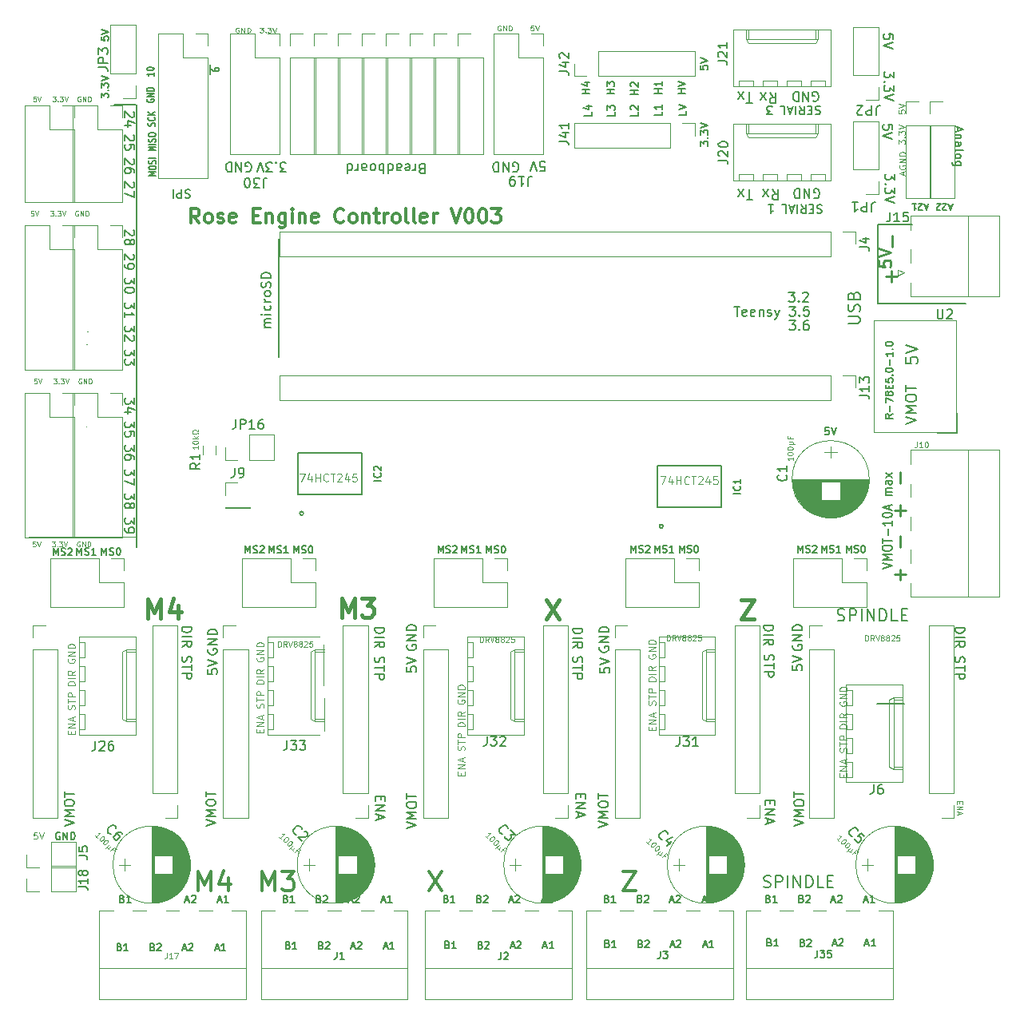
<source format=gto>
G04 #@! TF.GenerationSoftware,KiCad,Pcbnew,(5.1.10)-1*
G04 #@! TF.CreationDate,2022-05-29T18:24:22-07:00*
G04 #@! TF.ProjectId,5Rose_030_Blue,35526f73-655f-4303-9330-5f426c75652e,rev?*
G04 #@! TF.SameCoordinates,Original*
G04 #@! TF.FileFunction,Legend,Top*
G04 #@! TF.FilePolarity,Positive*
%FSLAX46Y46*%
G04 Gerber Fmt 4.6, Leading zero omitted, Abs format (unit mm)*
G04 Created by KiCad (PCBNEW (5.1.10)-1) date 2022-05-29 18:24:22*
%MOMM*%
%LPD*%
G01*
G04 APERTURE LIST*
%ADD10C,0.152400*%
%ADD11C,0.127000*%
%ADD12C,0.304800*%
%ADD13C,0.254000*%
%ADD14C,0.101600*%
%ADD15C,0.150000*%
%ADD16C,0.406400*%
%ADD17C,0.203200*%
%ADD18C,0.177800*%
%ADD19C,0.120000*%
G04 APERTURE END LIST*
D10*
X185660695Y-89337847D02*
X185660695Y-88834685D01*
X185970333Y-89105619D01*
X185970333Y-88989504D01*
X186009038Y-88912095D01*
X186047742Y-88873390D01*
X186125152Y-88834685D01*
X186318676Y-88834685D01*
X186396085Y-88873390D01*
X186434790Y-88912095D01*
X186473495Y-88989504D01*
X186473495Y-89221733D01*
X186434790Y-89299142D01*
X186396085Y-89337847D01*
X186396085Y-88486342D02*
X186434790Y-88447638D01*
X186473495Y-88486342D01*
X186434790Y-88525047D01*
X186396085Y-88486342D01*
X186473495Y-88486342D01*
X185660695Y-88176704D02*
X185660695Y-87673542D01*
X185970333Y-87944476D01*
X185970333Y-87828361D01*
X186009038Y-87750952D01*
X186047742Y-87712247D01*
X186125152Y-87673542D01*
X186318676Y-87673542D01*
X186396085Y-87712247D01*
X186434790Y-87750952D01*
X186473495Y-87828361D01*
X186473495Y-88060590D01*
X186434790Y-88138000D01*
X186396085Y-88176704D01*
X185660695Y-87441314D02*
X186473495Y-87170380D01*
X185660695Y-86899447D01*
X185647995Y-80825219D02*
X185647995Y-81212266D01*
X186035042Y-81250971D01*
X185996338Y-81212266D01*
X185957633Y-81134857D01*
X185957633Y-80941333D01*
X185996338Y-80863923D01*
X186035042Y-80825219D01*
X186112452Y-80786514D01*
X186305976Y-80786514D01*
X186383385Y-80825219D01*
X186422090Y-80863923D01*
X186460795Y-80941333D01*
X186460795Y-81134857D01*
X186422090Y-81212266D01*
X186383385Y-81250971D01*
X185647995Y-80554285D02*
X186460795Y-80283352D01*
X185647995Y-80012419D01*
X181571295Y-85708066D02*
X181571295Y-86095114D01*
X180758495Y-86095114D01*
X181571295Y-85011380D02*
X181571295Y-85475838D01*
X181571295Y-85243609D02*
X180758495Y-85243609D01*
X180874609Y-85321019D01*
X180952019Y-85398428D01*
X180990723Y-85475838D01*
X179043995Y-85733466D02*
X179043995Y-86120514D01*
X178231195Y-86120514D01*
X178308604Y-85501238D02*
X178269900Y-85462533D01*
X178231195Y-85385123D01*
X178231195Y-85191600D01*
X178269900Y-85114190D01*
X178308604Y-85075485D01*
X178386014Y-85036780D01*
X178463423Y-85036780D01*
X178579538Y-85075485D01*
X179043995Y-85539942D01*
X179043995Y-85036780D01*
X176580195Y-85758866D02*
X176580195Y-86145914D01*
X175767395Y-86145914D01*
X175767395Y-85565342D02*
X175767395Y-85062180D01*
X176077033Y-85333114D01*
X176077033Y-85217000D01*
X176115738Y-85139590D01*
X176154442Y-85100885D01*
X176231852Y-85062180D01*
X176425376Y-85062180D01*
X176502785Y-85100885D01*
X176541490Y-85139590D01*
X176580195Y-85217000D01*
X176580195Y-85449228D01*
X176541490Y-85526638D01*
X176502785Y-85565342D01*
X174116395Y-85733466D02*
X174116395Y-86120514D01*
X173303595Y-86120514D01*
X173574528Y-85114190D02*
X174116395Y-85114190D01*
X173264890Y-85307714D02*
X173845461Y-85501238D01*
X173845461Y-84998076D01*
X184162095Y-85682061D02*
X184162095Y-86069109D01*
X183349295Y-86069109D01*
X183349295Y-85527242D02*
X184162095Y-85256309D01*
X183349295Y-84985376D01*
X184085895Y-83765571D02*
X183273095Y-83765571D01*
X183660142Y-83765571D02*
X183660142Y-83301114D01*
X184085895Y-83301114D02*
X183273095Y-83301114D01*
X183273095Y-83030180D02*
X184085895Y-82759247D01*
X183273095Y-82488314D01*
X181583995Y-83778876D02*
X180771195Y-83778876D01*
X181158242Y-83778876D02*
X181158242Y-83314419D01*
X181583995Y-83314419D02*
X180771195Y-83314419D01*
X181583995Y-82501619D02*
X181583995Y-82966076D01*
X181583995Y-82733847D02*
X180771195Y-82733847D01*
X180887309Y-82811257D01*
X180964719Y-82888666D01*
X181003423Y-82966076D01*
X179056695Y-83880476D02*
X178243895Y-83880476D01*
X178630942Y-83880476D02*
X178630942Y-83416019D01*
X179056695Y-83416019D02*
X178243895Y-83416019D01*
X178321304Y-83067676D02*
X178282600Y-83028971D01*
X178243895Y-82951561D01*
X178243895Y-82758038D01*
X178282600Y-82680628D01*
X178321304Y-82641923D01*
X178398714Y-82603219D01*
X178476123Y-82603219D01*
X178592238Y-82641923D01*
X179056695Y-83106380D01*
X179056695Y-82603219D01*
X176542095Y-83804276D02*
X175729295Y-83804276D01*
X176116342Y-83804276D02*
X176116342Y-83339819D01*
X176542095Y-83339819D02*
X175729295Y-83339819D01*
X175729295Y-83030180D02*
X175729295Y-82527019D01*
X176038933Y-82797952D01*
X176038933Y-82681838D01*
X176077638Y-82604428D01*
X176116342Y-82565723D01*
X176193752Y-82527019D01*
X176387276Y-82527019D01*
X176464685Y-82565723D01*
X176503390Y-82604428D01*
X176542095Y-82681838D01*
X176542095Y-82914066D01*
X176503390Y-82991476D01*
X176464685Y-83030180D01*
X173938595Y-83804276D02*
X173125795Y-83804276D01*
X173512842Y-83804276D02*
X173512842Y-83339819D01*
X173938595Y-83339819D02*
X173125795Y-83339819D01*
X173396728Y-82604428D02*
X173938595Y-82604428D01*
X173087090Y-82797952D02*
X173667661Y-82991476D01*
X173667661Y-82488314D01*
D11*
X130705980Y-140347700D02*
X131721980Y-140347700D01*
X131721980Y-140589604D01*
X131673600Y-140734747D01*
X131576838Y-140831509D01*
X131480076Y-140879890D01*
X131286552Y-140928271D01*
X131141409Y-140928271D01*
X130947885Y-140879890D01*
X130851123Y-140831509D01*
X130754361Y-140734747D01*
X130705980Y-140589604D01*
X130705980Y-140347700D01*
X130705980Y-141363700D02*
X131721980Y-141363700D01*
X130705980Y-142428080D02*
X131189790Y-142089414D01*
X130705980Y-141847509D02*
X131721980Y-141847509D01*
X131721980Y-142234557D01*
X131673600Y-142331319D01*
X131625219Y-142379700D01*
X131528457Y-142428080D01*
X131383314Y-142428080D01*
X131286552Y-142379700D01*
X131238171Y-142331319D01*
X131189790Y-142234557D01*
X131189790Y-141847509D01*
X130754361Y-143454966D02*
X130705980Y-143600109D01*
X130705980Y-143842014D01*
X130754361Y-143938776D01*
X130802742Y-143987157D01*
X130899504Y-144035538D01*
X130996266Y-144035538D01*
X131093028Y-143987157D01*
X131141409Y-143938776D01*
X131189790Y-143842014D01*
X131238171Y-143648490D01*
X131286552Y-143551728D01*
X131334933Y-143503347D01*
X131431695Y-143454966D01*
X131528457Y-143454966D01*
X131625219Y-143503347D01*
X131673600Y-143551728D01*
X131721980Y-143648490D01*
X131721980Y-143890395D01*
X131673600Y-144035538D01*
X131721980Y-144325823D02*
X131721980Y-144906395D01*
X130705980Y-144616109D02*
X131721980Y-144616109D01*
X130705980Y-145245061D02*
X131721980Y-145245061D01*
X131721980Y-145632109D01*
X131673600Y-145728871D01*
X131625219Y-145777252D01*
X131528457Y-145825633D01*
X131383314Y-145825633D01*
X131286552Y-145777252D01*
X131238171Y-145728871D01*
X131189790Y-145632109D01*
X131189790Y-145245061D01*
D12*
X132416247Y-168305238D02*
X132416247Y-166273238D01*
X133093580Y-167724666D01*
X133770914Y-166273238D01*
X133770914Y-168305238D01*
X135609390Y-166950571D02*
X135609390Y-168305238D01*
X135125580Y-166176476D02*
X134641771Y-167627904D01*
X135899676Y-167627904D01*
D13*
X206856315Y-131878408D02*
X206856315Y-130717265D01*
X206856315Y-135383608D02*
X206856315Y-134222465D01*
X207436886Y-134803037D02*
X206275743Y-134803037D01*
D10*
X167421076Y-93571180D02*
X167421076Y-92845466D01*
X167469457Y-92700323D01*
X167566219Y-92603561D01*
X167711361Y-92555180D01*
X167808123Y-92555180D01*
X166405076Y-92555180D02*
X166985647Y-92555180D01*
X166695361Y-92555180D02*
X166695361Y-93571180D01*
X166792123Y-93426038D01*
X166888885Y-93329276D01*
X166985647Y-93280895D01*
X165921266Y-92555180D02*
X165727742Y-92555180D01*
X165630980Y-92603561D01*
X165582600Y-92651942D01*
X165485838Y-92797085D01*
X165437457Y-92990609D01*
X165437457Y-93377657D01*
X165485838Y-93474419D01*
X165534219Y-93522800D01*
X165630980Y-93571180D01*
X165824504Y-93571180D01*
X165921266Y-93522800D01*
X165969647Y-93474419D01*
X166018028Y-93377657D01*
X166018028Y-93135752D01*
X165969647Y-93038990D01*
X165921266Y-92990609D01*
X165824504Y-92942228D01*
X165630980Y-92942228D01*
X165534219Y-92990609D01*
X165485838Y-93038990D01*
X165437457Y-93135752D01*
D11*
X134532914Y-169329100D02*
X134895771Y-169329100D01*
X134460342Y-169546814D02*
X134714342Y-168784814D01*
X134968342Y-169546814D01*
X135621485Y-169546814D02*
X135186057Y-169546814D01*
X135403771Y-169546814D02*
X135403771Y-168784814D01*
X135331200Y-168893671D01*
X135258628Y-168966242D01*
X135186057Y-169002528D01*
X124380171Y-169147671D02*
X124489028Y-169183957D01*
X124525314Y-169220242D01*
X124561600Y-169292814D01*
X124561600Y-169401671D01*
X124525314Y-169474242D01*
X124489028Y-169510528D01*
X124416457Y-169546814D01*
X124126171Y-169546814D01*
X124126171Y-168784814D01*
X124380171Y-168784814D01*
X124452742Y-168821100D01*
X124489028Y-168857385D01*
X124525314Y-168929957D01*
X124525314Y-169002528D01*
X124489028Y-169075100D01*
X124452742Y-169111385D01*
X124380171Y-169147671D01*
X124126171Y-169147671D01*
X125287314Y-169546814D02*
X124851885Y-169546814D01*
X125069600Y-169546814D02*
X125069600Y-168784814D01*
X124997028Y-168893671D01*
X124924457Y-168966242D01*
X124851885Y-169002528D01*
X127885371Y-168944471D02*
X127994228Y-168980757D01*
X128030514Y-169017042D01*
X128066800Y-169089614D01*
X128066800Y-169198471D01*
X128030514Y-169271042D01*
X127994228Y-169307328D01*
X127921657Y-169343614D01*
X127631371Y-169343614D01*
X127631371Y-168581614D01*
X127885371Y-168581614D01*
X127957942Y-168617900D01*
X127994228Y-168654185D01*
X128030514Y-168726757D01*
X128030514Y-168799328D01*
X127994228Y-168871900D01*
X127957942Y-168908185D01*
X127885371Y-168944471D01*
X127631371Y-168944471D01*
X128357085Y-168654185D02*
X128393371Y-168617900D01*
X128465942Y-168581614D01*
X128647371Y-168581614D01*
X128719942Y-168617900D01*
X128756228Y-168654185D01*
X128792514Y-168726757D01*
X128792514Y-168799328D01*
X128756228Y-168908185D01*
X128320800Y-169343614D01*
X128792514Y-169343614D01*
X131078514Y-169329100D02*
X131441371Y-169329100D01*
X131005942Y-169546814D02*
X131259942Y-168784814D01*
X131513942Y-169546814D01*
X131731657Y-168857385D02*
X131767942Y-168821100D01*
X131840514Y-168784814D01*
X132021942Y-168784814D01*
X132094514Y-168821100D01*
X132130800Y-168857385D01*
X132167085Y-168929957D01*
X132167085Y-169002528D01*
X132130800Y-169111385D01*
X131695371Y-169546814D01*
X132167085Y-169546814D01*
X124075371Y-174253071D02*
X124184228Y-174289357D01*
X124220514Y-174325642D01*
X124256800Y-174398214D01*
X124256800Y-174507071D01*
X124220514Y-174579642D01*
X124184228Y-174615928D01*
X124111657Y-174652214D01*
X123821371Y-174652214D01*
X123821371Y-173890214D01*
X124075371Y-173890214D01*
X124147942Y-173926500D01*
X124184228Y-173962785D01*
X124220514Y-174035357D01*
X124220514Y-174107928D01*
X124184228Y-174180500D01*
X124147942Y-174216785D01*
X124075371Y-174253071D01*
X123821371Y-174253071D01*
X124982514Y-174652214D02*
X124547085Y-174652214D01*
X124764800Y-174652214D02*
X124764800Y-173890214D01*
X124692228Y-173999071D01*
X124619657Y-174071642D01*
X124547085Y-174107928D01*
X127580571Y-174278471D02*
X127689428Y-174314757D01*
X127725714Y-174351042D01*
X127762000Y-174423614D01*
X127762000Y-174532471D01*
X127725714Y-174605042D01*
X127689428Y-174641328D01*
X127616857Y-174677614D01*
X127326571Y-174677614D01*
X127326571Y-173915614D01*
X127580571Y-173915614D01*
X127653142Y-173951900D01*
X127689428Y-173988185D01*
X127725714Y-174060757D01*
X127725714Y-174133328D01*
X127689428Y-174205900D01*
X127653142Y-174242185D01*
X127580571Y-174278471D01*
X127326571Y-174278471D01*
X128052285Y-173988185D02*
X128088571Y-173951900D01*
X128161142Y-173915614D01*
X128342571Y-173915614D01*
X128415142Y-173951900D01*
X128451428Y-173988185D01*
X128487714Y-174060757D01*
X128487714Y-174133328D01*
X128451428Y-174242185D01*
X128016000Y-174677614D01*
X128487714Y-174677614D01*
X134228114Y-174434500D02*
X134590971Y-174434500D01*
X134155542Y-174652214D02*
X134409542Y-173890214D01*
X134663542Y-174652214D01*
X135316685Y-174652214D02*
X134881257Y-174652214D01*
X135098971Y-174652214D02*
X135098971Y-173890214D01*
X135026400Y-173999071D01*
X134953828Y-174071642D01*
X134881257Y-174107928D01*
X130773714Y-174434500D02*
X131136571Y-174434500D01*
X130701142Y-174652214D02*
X130955142Y-173890214D01*
X131209142Y-174652214D01*
X131426857Y-173962785D02*
X131463142Y-173926500D01*
X131535714Y-173890214D01*
X131717142Y-173890214D01*
X131789714Y-173926500D01*
X131826000Y-173962785D01*
X131862285Y-174035357D01*
X131862285Y-174107928D01*
X131826000Y-174216785D01*
X131390571Y-174652214D01*
X131862285Y-174652214D01*
X118252119Y-161452076D02*
X119268119Y-161113409D01*
X118252119Y-160774742D01*
X119268119Y-160436076D02*
X118252119Y-160436076D01*
X118977833Y-160097409D01*
X118252119Y-159758742D01*
X119268119Y-159758742D01*
X118252119Y-159081409D02*
X118252119Y-158887885D01*
X118300500Y-158791123D01*
X118397261Y-158694361D01*
X118590785Y-158645980D01*
X118929452Y-158645980D01*
X119122976Y-158694361D01*
X119219738Y-158791123D01*
X119268119Y-158887885D01*
X119268119Y-159081409D01*
X119219738Y-159178171D01*
X119122976Y-159274933D01*
X118929452Y-159323314D01*
X118590785Y-159323314D01*
X118397261Y-159274933D01*
X118300500Y-159178171D01*
X118252119Y-159081409D01*
X118252119Y-158355695D02*
X118252119Y-157775123D01*
X119268119Y-158065409D02*
X118252119Y-158065409D01*
D14*
X200456800Y-148268871D02*
X200420514Y-148341442D01*
X200420514Y-148450300D01*
X200456800Y-148559157D01*
X200529371Y-148631728D01*
X200601942Y-148668014D01*
X200747085Y-148704300D01*
X200855942Y-148704300D01*
X201001085Y-148668014D01*
X201073657Y-148631728D01*
X201146228Y-148559157D01*
X201182514Y-148450300D01*
X201182514Y-148377728D01*
X201146228Y-148268871D01*
X201109942Y-148232585D01*
X200855942Y-148232585D01*
X200855942Y-148377728D01*
X201182514Y-147906014D02*
X200420514Y-147906014D01*
X201182514Y-147470585D01*
X200420514Y-147470585D01*
X201182514Y-147107728D02*
X200420514Y-147107728D01*
X200420514Y-146926300D01*
X200456800Y-146817442D01*
X200529371Y-146744871D01*
X200601942Y-146708585D01*
X200747085Y-146672300D01*
X200855942Y-146672300D01*
X201001085Y-146708585D01*
X201073657Y-146744871D01*
X201146228Y-146817442D01*
X201182514Y-146926300D01*
X201182514Y-147107728D01*
X200783371Y-156248100D02*
X200783371Y-155994100D01*
X201182514Y-155885242D02*
X201182514Y-156248100D01*
X200420514Y-156248100D01*
X200420514Y-155885242D01*
X201182514Y-155558671D02*
X200420514Y-155558671D01*
X201182514Y-155123242D01*
X200420514Y-155123242D01*
X200964800Y-154796671D02*
X200964800Y-154433814D01*
X201182514Y-154869242D02*
X200420514Y-154615242D01*
X201182514Y-154361242D01*
X201146228Y-153606500D02*
X201182514Y-153497642D01*
X201182514Y-153316214D01*
X201146228Y-153243642D01*
X201109942Y-153207357D01*
X201037371Y-153171071D01*
X200964800Y-153171071D01*
X200892228Y-153207357D01*
X200855942Y-153243642D01*
X200819657Y-153316214D01*
X200783371Y-153461357D01*
X200747085Y-153533928D01*
X200710800Y-153570214D01*
X200638228Y-153606500D01*
X200565657Y-153606500D01*
X200493085Y-153570214D01*
X200456800Y-153533928D01*
X200420514Y-153461357D01*
X200420514Y-153279928D01*
X200456800Y-153171071D01*
X200420514Y-152953357D02*
X200420514Y-152517928D01*
X201182514Y-152735642D02*
X200420514Y-152735642D01*
X201182514Y-152263928D02*
X200420514Y-152263928D01*
X200420514Y-151973642D01*
X200456800Y-151901071D01*
X200493085Y-151864785D01*
X200565657Y-151828500D01*
X200674514Y-151828500D01*
X200747085Y-151864785D01*
X200783371Y-151901071D01*
X200819657Y-151973642D01*
X200819657Y-152263928D01*
X201182514Y-151066500D02*
X200420514Y-151066500D01*
X200420514Y-150885071D01*
X200456800Y-150776214D01*
X200529371Y-150703642D01*
X200601942Y-150667357D01*
X200747085Y-150631071D01*
X200855942Y-150631071D01*
X201001085Y-150667357D01*
X201073657Y-150703642D01*
X201146228Y-150776214D01*
X201182514Y-150885071D01*
X201182514Y-151066500D01*
X201182514Y-150304500D02*
X200420514Y-150304500D01*
X201182514Y-149506214D02*
X200819657Y-149760214D01*
X201182514Y-149941642D02*
X200420514Y-149941642D01*
X200420514Y-149651357D01*
X200456800Y-149578785D01*
X200493085Y-149542500D01*
X200565657Y-149506214D01*
X200674514Y-149506214D01*
X200747085Y-149542500D01*
X200783371Y-149578785D01*
X200819657Y-149651357D01*
X200819657Y-149941642D01*
X118643400Y-143734971D02*
X118607114Y-143807542D01*
X118607114Y-143916400D01*
X118643400Y-144025257D01*
X118715971Y-144097828D01*
X118788542Y-144134114D01*
X118933685Y-144170400D01*
X119042542Y-144170400D01*
X119187685Y-144134114D01*
X119260257Y-144097828D01*
X119332828Y-144025257D01*
X119369114Y-143916400D01*
X119369114Y-143843828D01*
X119332828Y-143734971D01*
X119296542Y-143698685D01*
X119042542Y-143698685D01*
X119042542Y-143843828D01*
X119369114Y-143372114D02*
X118607114Y-143372114D01*
X119369114Y-142936685D01*
X118607114Y-142936685D01*
X119369114Y-142573828D02*
X118607114Y-142573828D01*
X118607114Y-142392400D01*
X118643400Y-142283542D01*
X118715971Y-142210971D01*
X118788542Y-142174685D01*
X118933685Y-142138400D01*
X119042542Y-142138400D01*
X119187685Y-142174685D01*
X119260257Y-142210971D01*
X119332828Y-142283542D01*
X119369114Y-142392400D01*
X119369114Y-142573828D01*
X118969971Y-151714200D02*
X118969971Y-151460200D01*
X119369114Y-151351342D02*
X119369114Y-151714200D01*
X118607114Y-151714200D01*
X118607114Y-151351342D01*
X119369114Y-151024771D02*
X118607114Y-151024771D01*
X119369114Y-150589342D01*
X118607114Y-150589342D01*
X119151400Y-150262771D02*
X119151400Y-149899914D01*
X119369114Y-150335342D02*
X118607114Y-150081342D01*
X119369114Y-149827342D01*
X119332828Y-149072600D02*
X119369114Y-148963742D01*
X119369114Y-148782314D01*
X119332828Y-148709742D01*
X119296542Y-148673457D01*
X119223971Y-148637171D01*
X119151400Y-148637171D01*
X119078828Y-148673457D01*
X119042542Y-148709742D01*
X119006257Y-148782314D01*
X118969971Y-148927457D01*
X118933685Y-149000028D01*
X118897400Y-149036314D01*
X118824828Y-149072600D01*
X118752257Y-149072600D01*
X118679685Y-149036314D01*
X118643400Y-149000028D01*
X118607114Y-148927457D01*
X118607114Y-148746028D01*
X118643400Y-148637171D01*
X118607114Y-148419457D02*
X118607114Y-147984028D01*
X119369114Y-148201742D02*
X118607114Y-148201742D01*
X119369114Y-147730028D02*
X118607114Y-147730028D01*
X118607114Y-147439742D01*
X118643400Y-147367171D01*
X118679685Y-147330885D01*
X118752257Y-147294600D01*
X118861114Y-147294600D01*
X118933685Y-147330885D01*
X118969971Y-147367171D01*
X119006257Y-147439742D01*
X119006257Y-147730028D01*
X119369114Y-146532600D02*
X118607114Y-146532600D01*
X118607114Y-146351171D01*
X118643400Y-146242314D01*
X118715971Y-146169742D01*
X118788542Y-146133457D01*
X118933685Y-146097171D01*
X119042542Y-146097171D01*
X119187685Y-146133457D01*
X119260257Y-146169742D01*
X119332828Y-146242314D01*
X119369114Y-146351171D01*
X119369114Y-146532600D01*
X119369114Y-145770600D02*
X118607114Y-145770600D01*
X119369114Y-144972314D02*
X119006257Y-145226314D01*
X119369114Y-145407742D02*
X118607114Y-145407742D01*
X118607114Y-145117457D01*
X118643400Y-145044885D01*
X118679685Y-145008600D01*
X118752257Y-144972314D01*
X118861114Y-144972314D01*
X118933685Y-145008600D01*
X118969971Y-145044885D01*
X119006257Y-145117457D01*
X119006257Y-145407742D01*
D15*
X133705600Y-81724500D02*
X133692900Y-80772000D01*
D11*
X133868885Y-81130623D02*
X133868885Y-81241900D01*
X133905171Y-81297538D01*
X133941457Y-81325357D01*
X134050314Y-81380995D01*
X134195457Y-81408814D01*
X134485742Y-81408814D01*
X134558314Y-81380995D01*
X134594600Y-81353176D01*
X134630885Y-81297538D01*
X134630885Y-81186261D01*
X134594600Y-81130623D01*
X134558314Y-81102804D01*
X134485742Y-81074985D01*
X134304314Y-81074985D01*
X134231742Y-81102804D01*
X134195457Y-81130623D01*
X134159171Y-81186261D01*
X134159171Y-81297538D01*
X134195457Y-81353176D01*
X134231742Y-81380995D01*
X134304314Y-81408814D01*
X127738414Y-81569076D02*
X127738414Y-81902904D01*
X127738414Y-81735990D02*
X126976414Y-81735990D01*
X127085271Y-81791628D01*
X127157842Y-81847266D01*
X127194128Y-81902904D01*
X126976414Y-81207428D02*
X126976414Y-81151790D01*
X127012700Y-81096152D01*
X127048985Y-81068333D01*
X127121557Y-81040514D01*
X127266700Y-81012695D01*
X127448128Y-81012695D01*
X127593271Y-81040514D01*
X127665842Y-81068333D01*
X127702128Y-81096152D01*
X127738414Y-81151790D01*
X127738414Y-81207428D01*
X127702128Y-81263066D01*
X127665842Y-81290885D01*
X127593271Y-81318704D01*
X127448128Y-81346523D01*
X127266700Y-81346523D01*
X127121557Y-81318704D01*
X127048985Y-81290885D01*
X127012700Y-81263066D01*
X126976414Y-81207428D01*
D10*
X125580019Y-85738304D02*
X125628400Y-85786685D01*
X125676780Y-85883447D01*
X125676780Y-86125352D01*
X125628400Y-86222114D01*
X125580019Y-86270495D01*
X125483257Y-86318876D01*
X125386495Y-86318876D01*
X125241352Y-86270495D01*
X124660780Y-85689923D01*
X124660780Y-86318876D01*
X125338114Y-87189733D02*
X124660780Y-87189733D01*
X125725161Y-86947828D02*
X124999447Y-86705923D01*
X124999447Y-87334876D01*
D16*
X127120347Y-139400038D02*
X127120347Y-137368038D01*
X127797680Y-138819466D01*
X128475014Y-137368038D01*
X128475014Y-139400038D01*
X130313490Y-138045371D02*
X130313490Y-139400038D01*
X129829680Y-137271276D02*
X129345871Y-138722704D01*
X130603776Y-138722704D01*
D14*
X121737409Y-162700359D02*
X121501357Y-162464307D01*
X121619383Y-162582333D02*
X122032475Y-162169241D01*
X121934120Y-162188912D01*
X121855436Y-162188912D01*
X121796422Y-162169241D01*
X122406225Y-162542991D02*
X122445567Y-162582333D01*
X122465238Y-162641346D01*
X122465238Y-162680688D01*
X122445567Y-162739701D01*
X122386554Y-162838056D01*
X122288198Y-162936412D01*
X122189843Y-162995425D01*
X122130830Y-163015096D01*
X122091488Y-163015096D01*
X122032475Y-162995425D01*
X121993133Y-162956083D01*
X121973462Y-162897069D01*
X121973462Y-162857727D01*
X121993133Y-162798714D01*
X122052146Y-162700359D01*
X122150501Y-162602004D01*
X122248856Y-162542991D01*
X122307869Y-162523320D01*
X122347212Y-162523320D01*
X122406225Y-162542991D01*
X122799645Y-162936412D02*
X122838987Y-162975754D01*
X122858659Y-163034767D01*
X122858659Y-163074109D01*
X122838987Y-163133122D01*
X122779974Y-163231477D01*
X122681619Y-163329832D01*
X122583264Y-163388845D01*
X122524251Y-163408516D01*
X122484909Y-163408516D01*
X122425896Y-163388845D01*
X122386554Y-163349503D01*
X122366883Y-163290490D01*
X122366883Y-163251148D01*
X122386554Y-163192135D01*
X122445567Y-163093780D01*
X122543922Y-162995425D01*
X122642277Y-162936412D01*
X122701290Y-162916740D01*
X122740632Y-162916740D01*
X122799645Y-162936412D01*
X122976685Y-163388845D02*
X122563593Y-163801937D01*
X122957014Y-163801937D02*
X122937343Y-163860950D01*
X122957014Y-163919963D01*
X122760303Y-163605227D02*
X122740632Y-163664240D01*
X122760303Y-163723253D01*
X122838987Y-163801937D01*
X122898001Y-163821608D01*
X122957014Y-163801937D01*
X123173395Y-163585556D01*
X123488132Y-164018319D02*
X123350434Y-163880621D01*
X123134053Y-164097003D02*
X123547145Y-163683911D01*
X123743855Y-163880621D01*
D11*
X119581385Y-132716814D02*
X119581385Y-131954814D01*
X119835385Y-132499100D01*
X120089385Y-131954814D01*
X120089385Y-132716814D01*
X120415957Y-132680528D02*
X120524814Y-132716814D01*
X120706242Y-132716814D01*
X120778814Y-132680528D01*
X120815100Y-132644242D01*
X120851385Y-132571671D01*
X120851385Y-132499100D01*
X120815100Y-132426528D01*
X120778814Y-132390242D01*
X120706242Y-132353957D01*
X120561100Y-132317671D01*
X120488528Y-132281385D01*
X120452242Y-132245100D01*
X120415957Y-132172528D01*
X120415957Y-132099957D01*
X120452242Y-132027385D01*
X120488528Y-131991100D01*
X120561100Y-131954814D01*
X120742528Y-131954814D01*
X120851385Y-131991100D01*
X121577100Y-132716814D02*
X121141671Y-132716814D01*
X121359385Y-132716814D02*
X121359385Y-131954814D01*
X121286814Y-132063671D01*
X121214242Y-132136242D01*
X121141671Y-132172528D01*
X122197585Y-132716814D02*
X122197585Y-131954814D01*
X122451585Y-132499100D01*
X122705585Y-131954814D01*
X122705585Y-132716814D01*
X123032157Y-132680528D02*
X123141014Y-132716814D01*
X123322442Y-132716814D01*
X123395014Y-132680528D01*
X123431300Y-132644242D01*
X123467585Y-132571671D01*
X123467585Y-132499100D01*
X123431300Y-132426528D01*
X123395014Y-132390242D01*
X123322442Y-132353957D01*
X123177300Y-132317671D01*
X123104728Y-132281385D01*
X123068442Y-132245100D01*
X123032157Y-132172528D01*
X123032157Y-132099957D01*
X123068442Y-132027385D01*
X123104728Y-131991100D01*
X123177300Y-131954814D01*
X123358728Y-131954814D01*
X123467585Y-131991100D01*
X123939300Y-131954814D02*
X124011871Y-131954814D01*
X124084442Y-131991100D01*
X124120728Y-132027385D01*
X124157014Y-132099957D01*
X124193300Y-132245100D01*
X124193300Y-132426528D01*
X124157014Y-132571671D01*
X124120728Y-132644242D01*
X124084442Y-132680528D01*
X124011871Y-132716814D01*
X123939300Y-132716814D01*
X123866728Y-132680528D01*
X123830442Y-132644242D01*
X123794157Y-132571671D01*
X123757871Y-132426528D01*
X123757871Y-132245100D01*
X123794157Y-132099957D01*
X123830442Y-132027385D01*
X123866728Y-131991100D01*
X123939300Y-131954814D01*
X117066785Y-132742214D02*
X117066785Y-131980214D01*
X117320785Y-132524500D01*
X117574785Y-131980214D01*
X117574785Y-132742214D01*
X117901357Y-132705928D02*
X118010214Y-132742214D01*
X118191642Y-132742214D01*
X118264214Y-132705928D01*
X118300500Y-132669642D01*
X118336785Y-132597071D01*
X118336785Y-132524500D01*
X118300500Y-132451928D01*
X118264214Y-132415642D01*
X118191642Y-132379357D01*
X118046500Y-132343071D01*
X117973928Y-132306785D01*
X117937642Y-132270500D01*
X117901357Y-132197928D01*
X117901357Y-132125357D01*
X117937642Y-132052785D01*
X117973928Y-132016500D01*
X118046500Y-131980214D01*
X118227928Y-131980214D01*
X118336785Y-132016500D01*
X118627071Y-132052785D02*
X118663357Y-132016500D01*
X118735928Y-131980214D01*
X118917357Y-131980214D01*
X118989928Y-132016500D01*
X119026214Y-132052785D01*
X119062500Y-132125357D01*
X119062500Y-132197928D01*
X119026214Y-132306785D01*
X118590785Y-132742214D01*
X119062500Y-132742214D01*
X185904414Y-169329100D02*
X186267271Y-169329100D01*
X185831842Y-169546814D02*
X186085842Y-168784814D01*
X186339842Y-169546814D01*
X186992985Y-169546814D02*
X186557557Y-169546814D01*
X186775271Y-169546814D02*
X186775271Y-168784814D01*
X186702700Y-168893671D01*
X186630128Y-168966242D01*
X186557557Y-169002528D01*
X175751671Y-169147671D02*
X175860528Y-169183957D01*
X175896814Y-169220242D01*
X175933100Y-169292814D01*
X175933100Y-169401671D01*
X175896814Y-169474242D01*
X175860528Y-169510528D01*
X175787957Y-169546814D01*
X175497671Y-169546814D01*
X175497671Y-168784814D01*
X175751671Y-168784814D01*
X175824242Y-168821100D01*
X175860528Y-168857385D01*
X175896814Y-168929957D01*
X175896814Y-169002528D01*
X175860528Y-169075100D01*
X175824242Y-169111385D01*
X175751671Y-169147671D01*
X175497671Y-169147671D01*
X176658814Y-169546814D02*
X176223385Y-169546814D01*
X176441100Y-169546814D02*
X176441100Y-168784814D01*
X176368528Y-168893671D01*
X176295957Y-168966242D01*
X176223385Y-169002528D01*
D14*
X160270371Y-156057600D02*
X160270371Y-155803600D01*
X160669514Y-155694742D02*
X160669514Y-156057600D01*
X159907514Y-156057600D01*
X159907514Y-155694742D01*
X160669514Y-155368171D02*
X159907514Y-155368171D01*
X160669514Y-154932742D01*
X159907514Y-154932742D01*
X160451800Y-154606171D02*
X160451800Y-154243314D01*
X160669514Y-154678742D02*
X159907514Y-154424742D01*
X160669514Y-154170742D01*
D11*
X154536019Y-161655276D02*
X155552019Y-161316609D01*
X154536019Y-160977942D01*
X155552019Y-160639276D02*
X154536019Y-160639276D01*
X155261733Y-160300609D01*
X154536019Y-159961942D01*
X155552019Y-159961942D01*
X154536019Y-159284609D02*
X154536019Y-159091085D01*
X154584400Y-158994323D01*
X154681161Y-158897561D01*
X154874685Y-158849180D01*
X155213352Y-158849180D01*
X155406876Y-158897561D01*
X155503638Y-158994323D01*
X155552019Y-159091085D01*
X155552019Y-159284609D01*
X155503638Y-159381371D01*
X155406876Y-159478133D01*
X155213352Y-159526514D01*
X154874685Y-159526514D01*
X154681161Y-159478133D01*
X154584400Y-159381371D01*
X154536019Y-159284609D01*
X154536019Y-158558895D02*
X154536019Y-157978323D01*
X155552019Y-158268609D02*
X154536019Y-158268609D01*
X195442719Y-144414723D02*
X195442719Y-144898533D01*
X195926528Y-144946914D01*
X195878147Y-144898533D01*
X195829766Y-144801771D01*
X195829766Y-144559866D01*
X195878147Y-144463104D01*
X195926528Y-144414723D01*
X196023290Y-144366342D01*
X196265195Y-144366342D01*
X196361957Y-144414723D01*
X196410338Y-144463104D01*
X196458719Y-144559866D01*
X196458719Y-144801771D01*
X196410338Y-144898533D01*
X196361957Y-144946914D01*
X195442719Y-144076057D02*
X196458719Y-143737390D01*
X195442719Y-143398723D01*
D14*
X180851628Y-148615400D02*
X180887914Y-148506542D01*
X180887914Y-148325114D01*
X180851628Y-148252542D01*
X180815342Y-148216257D01*
X180742771Y-148179971D01*
X180670200Y-148179971D01*
X180597628Y-148216257D01*
X180561342Y-148252542D01*
X180525057Y-148325114D01*
X180488771Y-148470257D01*
X180452485Y-148542828D01*
X180416200Y-148579114D01*
X180343628Y-148615400D01*
X180271057Y-148615400D01*
X180198485Y-148579114D01*
X180162200Y-148542828D01*
X180125914Y-148470257D01*
X180125914Y-148288828D01*
X180162200Y-148179971D01*
X180125914Y-147962257D02*
X180125914Y-147526828D01*
X180887914Y-147744542D02*
X180125914Y-147744542D01*
X180887914Y-147272828D02*
X180125914Y-147272828D01*
X180125914Y-146982542D01*
X180162200Y-146909971D01*
X180198485Y-146873685D01*
X180271057Y-146837400D01*
X180379914Y-146837400D01*
X180452485Y-146873685D01*
X180488771Y-146909971D01*
X180525057Y-146982542D01*
X180525057Y-147272828D01*
D11*
X195595119Y-161464776D02*
X196611119Y-161126109D01*
X195595119Y-160787442D01*
X196611119Y-160448776D02*
X195595119Y-160448776D01*
X196320833Y-160110109D01*
X195595119Y-159771442D01*
X196611119Y-159771442D01*
X195595119Y-159094109D02*
X195595119Y-158900585D01*
X195643500Y-158803823D01*
X195740261Y-158707061D01*
X195933785Y-158658680D01*
X196272452Y-158658680D01*
X196465976Y-158707061D01*
X196562738Y-158803823D01*
X196611119Y-158900585D01*
X196611119Y-159094109D01*
X196562738Y-159190871D01*
X196465976Y-159287633D01*
X196272452Y-159336014D01*
X195933785Y-159336014D01*
X195740261Y-159287633D01*
X195643500Y-159190871D01*
X195595119Y-159094109D01*
X195595119Y-158368395D02*
X195595119Y-157787823D01*
X196611119Y-158078109D02*
X195595119Y-158078109D01*
D14*
X162301161Y-141945480D02*
X162301161Y-141361280D01*
X162440257Y-141361280D01*
X162523714Y-141389100D01*
X162579352Y-141444738D01*
X162607171Y-141500376D01*
X162634990Y-141611652D01*
X162634990Y-141695109D01*
X162607171Y-141806385D01*
X162579352Y-141862023D01*
X162523714Y-141917661D01*
X162440257Y-141945480D01*
X162301161Y-141945480D01*
X163219190Y-141945480D02*
X163024457Y-141667290D01*
X162885361Y-141945480D02*
X162885361Y-141361280D01*
X163107914Y-141361280D01*
X163163552Y-141389100D01*
X163191371Y-141416919D01*
X163219190Y-141472557D01*
X163219190Y-141556014D01*
X163191371Y-141611652D01*
X163163552Y-141639471D01*
X163107914Y-141667290D01*
X162885361Y-141667290D01*
X163386104Y-141361280D02*
X163580838Y-141945480D01*
X163775571Y-141361280D01*
X164053761Y-141611652D02*
X163998123Y-141583833D01*
X163970304Y-141556014D01*
X163942485Y-141500376D01*
X163942485Y-141472557D01*
X163970304Y-141416919D01*
X163998123Y-141389100D01*
X164053761Y-141361280D01*
X164165038Y-141361280D01*
X164220676Y-141389100D01*
X164248495Y-141416919D01*
X164276314Y-141472557D01*
X164276314Y-141500376D01*
X164248495Y-141556014D01*
X164220676Y-141583833D01*
X164165038Y-141611652D01*
X164053761Y-141611652D01*
X163998123Y-141639471D01*
X163970304Y-141667290D01*
X163942485Y-141722928D01*
X163942485Y-141834204D01*
X163970304Y-141889842D01*
X163998123Y-141917661D01*
X164053761Y-141945480D01*
X164165038Y-141945480D01*
X164220676Y-141917661D01*
X164248495Y-141889842D01*
X164276314Y-141834204D01*
X164276314Y-141722928D01*
X164248495Y-141667290D01*
X164220676Y-141639471D01*
X164165038Y-141611652D01*
X164610142Y-141611652D02*
X164554504Y-141583833D01*
X164526685Y-141556014D01*
X164498866Y-141500376D01*
X164498866Y-141472557D01*
X164526685Y-141416919D01*
X164554504Y-141389100D01*
X164610142Y-141361280D01*
X164721419Y-141361280D01*
X164777057Y-141389100D01*
X164804876Y-141416919D01*
X164832695Y-141472557D01*
X164832695Y-141500376D01*
X164804876Y-141556014D01*
X164777057Y-141583833D01*
X164721419Y-141611652D01*
X164610142Y-141611652D01*
X164554504Y-141639471D01*
X164526685Y-141667290D01*
X164498866Y-141722928D01*
X164498866Y-141834204D01*
X164526685Y-141889842D01*
X164554504Y-141917661D01*
X164610142Y-141945480D01*
X164721419Y-141945480D01*
X164777057Y-141917661D01*
X164804876Y-141889842D01*
X164832695Y-141834204D01*
X164832695Y-141722928D01*
X164804876Y-141667290D01*
X164777057Y-141639471D01*
X164721419Y-141611652D01*
X165055247Y-141416919D02*
X165083066Y-141389100D01*
X165138704Y-141361280D01*
X165277800Y-141361280D01*
X165333438Y-141389100D01*
X165361257Y-141416919D01*
X165389076Y-141472557D01*
X165389076Y-141528195D01*
X165361257Y-141611652D01*
X165027428Y-141945480D01*
X165389076Y-141945480D01*
X165917638Y-141361280D02*
X165639447Y-141361280D01*
X165611628Y-141639471D01*
X165639447Y-141611652D01*
X165695085Y-141583833D01*
X165834180Y-141583833D01*
X165889819Y-141611652D01*
X165917638Y-141639471D01*
X165945457Y-141695109D01*
X165945457Y-141834204D01*
X165917638Y-141889842D01*
X165889819Y-141917661D01*
X165834180Y-141945480D01*
X165695085Y-141945480D01*
X165639447Y-141917661D01*
X165611628Y-141889842D01*
X180887914Y-146075400D02*
X180125914Y-146075400D01*
X180125914Y-145893971D01*
X180162200Y-145785114D01*
X180234771Y-145712542D01*
X180307342Y-145676257D01*
X180452485Y-145639971D01*
X180561342Y-145639971D01*
X180706485Y-145676257D01*
X180779057Y-145712542D01*
X180851628Y-145785114D01*
X180887914Y-145893971D01*
X180887914Y-146075400D01*
X180887914Y-145313400D02*
X180125914Y-145313400D01*
X180887914Y-144515114D02*
X180525057Y-144769114D01*
X180887914Y-144950542D02*
X180125914Y-144950542D01*
X180125914Y-144660257D01*
X180162200Y-144587685D01*
X180198485Y-144551400D01*
X180271057Y-144515114D01*
X180379914Y-144515114D01*
X180452485Y-144551400D01*
X180488771Y-144587685D01*
X180525057Y-144660257D01*
X180525057Y-144950542D01*
D11*
X203024014Y-169329100D02*
X203386871Y-169329100D01*
X202951442Y-169546814D02*
X203205442Y-168784814D01*
X203459442Y-169546814D01*
X204112585Y-169546814D02*
X203677157Y-169546814D01*
X203894871Y-169546814D02*
X203894871Y-168784814D01*
X203822300Y-168893671D01*
X203749728Y-168966242D01*
X203677157Y-169002528D01*
X174856019Y-161617176D02*
X175872019Y-161278509D01*
X174856019Y-160939842D01*
X175872019Y-160601176D02*
X174856019Y-160601176D01*
X175581733Y-160262509D01*
X174856019Y-159923842D01*
X175872019Y-159923842D01*
X174856019Y-159246509D02*
X174856019Y-159052985D01*
X174904400Y-158956223D01*
X175001161Y-158859461D01*
X175194685Y-158811080D01*
X175533352Y-158811080D01*
X175726876Y-158859461D01*
X175823638Y-158956223D01*
X175872019Y-159052985D01*
X175872019Y-159246509D01*
X175823638Y-159343271D01*
X175726876Y-159440033D01*
X175533352Y-159488414D01*
X175194685Y-159488414D01*
X175001161Y-159440033D01*
X174904400Y-159343271D01*
X174856019Y-159246509D01*
X174856019Y-158520795D02*
X174856019Y-157940223D01*
X175872019Y-158230509D02*
X174856019Y-158230509D01*
X182450014Y-169329100D02*
X182812871Y-169329100D01*
X182377442Y-169546814D02*
X182631442Y-168784814D01*
X182885442Y-169546814D01*
X183103157Y-168857385D02*
X183139442Y-168821100D01*
X183212014Y-168784814D01*
X183393442Y-168784814D01*
X183466014Y-168821100D01*
X183502300Y-168857385D01*
X183538585Y-168929957D01*
X183538585Y-169002528D01*
X183502300Y-169111385D01*
X183066871Y-169546814D01*
X183538585Y-169546814D01*
X175033819Y-144681423D02*
X175033819Y-145165233D01*
X175517628Y-145213614D01*
X175469247Y-145165233D01*
X175420866Y-145068471D01*
X175420866Y-144826566D01*
X175469247Y-144729804D01*
X175517628Y-144681423D01*
X175614390Y-144633042D01*
X175856295Y-144633042D01*
X175953057Y-144681423D01*
X176001438Y-144729804D01*
X176049819Y-144826566D01*
X176049819Y-145068471D01*
X176001438Y-145165233D01*
X175953057Y-145213614D01*
X175033819Y-144342757D02*
X176049819Y-144004090D01*
X175033819Y-143665423D01*
X196376471Y-169147671D02*
X196485328Y-169183957D01*
X196521614Y-169220242D01*
X196557900Y-169292814D01*
X196557900Y-169401671D01*
X196521614Y-169474242D01*
X196485328Y-169510528D01*
X196412757Y-169546814D01*
X196122471Y-169546814D01*
X196122471Y-168784814D01*
X196376471Y-168784814D01*
X196449042Y-168821100D01*
X196485328Y-168857385D01*
X196521614Y-168929957D01*
X196521614Y-169002528D01*
X196485328Y-169075100D01*
X196449042Y-169111385D01*
X196376471Y-169147671D01*
X196122471Y-169147671D01*
X196848185Y-168857385D02*
X196884471Y-168821100D01*
X196957042Y-168784814D01*
X197138471Y-168784814D01*
X197211042Y-168821100D01*
X197247328Y-168857385D01*
X197283614Y-168929957D01*
X197283614Y-169002528D01*
X197247328Y-169111385D01*
X196811900Y-169546814D01*
X197283614Y-169546814D01*
X168861014Y-169329100D02*
X169223871Y-169329100D01*
X168788442Y-169546814D02*
X169042442Y-168784814D01*
X169296442Y-169546814D01*
X169949585Y-169546814D02*
X169514157Y-169546814D01*
X169731871Y-169546814D02*
X169731871Y-168784814D01*
X169659300Y-168893671D01*
X169586728Y-168966242D01*
X169514157Y-169002528D01*
D14*
X160669514Y-150876000D02*
X159907514Y-150876000D01*
X159907514Y-150694571D01*
X159943800Y-150585714D01*
X160016371Y-150513142D01*
X160088942Y-150476857D01*
X160234085Y-150440571D01*
X160342942Y-150440571D01*
X160488085Y-150476857D01*
X160560657Y-150513142D01*
X160633228Y-150585714D01*
X160669514Y-150694571D01*
X160669514Y-150876000D01*
X160669514Y-150114000D02*
X159907514Y-150114000D01*
X160669514Y-149315714D02*
X160306657Y-149569714D01*
X160669514Y-149751142D02*
X159907514Y-149751142D01*
X159907514Y-149460857D01*
X159943800Y-149388285D01*
X159980085Y-149352000D01*
X160052657Y-149315714D01*
X160161514Y-149315714D01*
X160234085Y-149352000D01*
X160270371Y-149388285D01*
X160306657Y-149460857D01*
X160306657Y-149751142D01*
X159943800Y-148078371D02*
X159907514Y-148150942D01*
X159907514Y-148259800D01*
X159943800Y-148368657D01*
X160016371Y-148441228D01*
X160088942Y-148477514D01*
X160234085Y-148513800D01*
X160342942Y-148513800D01*
X160488085Y-148477514D01*
X160560657Y-148441228D01*
X160633228Y-148368657D01*
X160669514Y-148259800D01*
X160669514Y-148187228D01*
X160633228Y-148078371D01*
X160596942Y-148042085D01*
X160342942Y-148042085D01*
X160342942Y-148187228D01*
X160669514Y-147715514D02*
X159907514Y-147715514D01*
X160669514Y-147280085D01*
X159907514Y-147280085D01*
X160669514Y-146917228D02*
X159907514Y-146917228D01*
X159907514Y-146735800D01*
X159943800Y-146626942D01*
X160016371Y-146554371D01*
X160088942Y-146518085D01*
X160234085Y-146481800D01*
X160342942Y-146481800D01*
X160488085Y-146518085D01*
X160560657Y-146554371D01*
X160633228Y-146626942D01*
X160669514Y-146735800D01*
X160669514Y-146917228D01*
X160633228Y-153416000D02*
X160669514Y-153307142D01*
X160669514Y-153125714D01*
X160633228Y-153053142D01*
X160596942Y-153016857D01*
X160524371Y-152980571D01*
X160451800Y-152980571D01*
X160379228Y-153016857D01*
X160342942Y-153053142D01*
X160306657Y-153125714D01*
X160270371Y-153270857D01*
X160234085Y-153343428D01*
X160197800Y-153379714D01*
X160125228Y-153416000D01*
X160052657Y-153416000D01*
X159980085Y-153379714D01*
X159943800Y-153343428D01*
X159907514Y-153270857D01*
X159907514Y-153089428D01*
X159943800Y-152980571D01*
X159907514Y-152762857D02*
X159907514Y-152327428D01*
X160669514Y-152545142D02*
X159907514Y-152545142D01*
X160669514Y-152073428D02*
X159907514Y-152073428D01*
X159907514Y-151783142D01*
X159943800Y-151710571D01*
X159980085Y-151674285D01*
X160052657Y-151638000D01*
X160161514Y-151638000D01*
X160234085Y-151674285D01*
X160270371Y-151710571D01*
X160306657Y-151783142D01*
X160306657Y-152073428D01*
X138645900Y-143569871D02*
X138609614Y-143642442D01*
X138609614Y-143751300D01*
X138645900Y-143860157D01*
X138718471Y-143932728D01*
X138791042Y-143969014D01*
X138936185Y-144005300D01*
X139045042Y-144005300D01*
X139190185Y-143969014D01*
X139262757Y-143932728D01*
X139335328Y-143860157D01*
X139371614Y-143751300D01*
X139371614Y-143678728D01*
X139335328Y-143569871D01*
X139299042Y-143533585D01*
X139045042Y-143533585D01*
X139045042Y-143678728D01*
X139371614Y-143207014D02*
X138609614Y-143207014D01*
X139371614Y-142771585D01*
X138609614Y-142771585D01*
X139371614Y-142408728D02*
X138609614Y-142408728D01*
X138609614Y-142227300D01*
X138645900Y-142118442D01*
X138718471Y-142045871D01*
X138791042Y-142009585D01*
X138936185Y-141973300D01*
X139045042Y-141973300D01*
X139190185Y-142009585D01*
X139262757Y-142045871D01*
X139335328Y-142118442D01*
X139371614Y-142227300D01*
X139371614Y-142408728D01*
X180162200Y-143277771D02*
X180125914Y-143350342D01*
X180125914Y-143459200D01*
X180162200Y-143568057D01*
X180234771Y-143640628D01*
X180307342Y-143676914D01*
X180452485Y-143713200D01*
X180561342Y-143713200D01*
X180706485Y-143676914D01*
X180779057Y-143640628D01*
X180851628Y-143568057D01*
X180887914Y-143459200D01*
X180887914Y-143386628D01*
X180851628Y-143277771D01*
X180815342Y-143241485D01*
X180561342Y-143241485D01*
X180561342Y-143386628D01*
X180887914Y-142914914D02*
X180125914Y-142914914D01*
X180887914Y-142479485D01*
X180125914Y-142479485D01*
X180887914Y-142116628D02*
X180125914Y-142116628D01*
X180125914Y-141935200D01*
X180162200Y-141826342D01*
X180234771Y-141753771D01*
X180307342Y-141717485D01*
X180452485Y-141681200D01*
X180561342Y-141681200D01*
X180706485Y-141717485D01*
X180779057Y-141753771D01*
X180851628Y-141826342D01*
X180887914Y-141935200D01*
X180887914Y-142116628D01*
D11*
X133263519Y-161426676D02*
X134279519Y-161088009D01*
X133263519Y-160749342D01*
X134279519Y-160410676D02*
X133263519Y-160410676D01*
X133989233Y-160072009D01*
X133263519Y-159733342D01*
X134279519Y-159733342D01*
X133263519Y-159056009D02*
X133263519Y-158862485D01*
X133311900Y-158765723D01*
X133408661Y-158668961D01*
X133602185Y-158620580D01*
X133940852Y-158620580D01*
X134134376Y-158668961D01*
X134231138Y-158765723D01*
X134279519Y-158862485D01*
X134279519Y-159056009D01*
X134231138Y-159152771D01*
X134134376Y-159249533D01*
X133940852Y-159297914D01*
X133602185Y-159297914D01*
X133408661Y-159249533D01*
X133311900Y-159152771D01*
X133263519Y-159056009D01*
X133263519Y-158330295D02*
X133263519Y-157749723D01*
X134279519Y-158040009D02*
X133263519Y-158040009D01*
X154548719Y-144567123D02*
X154548719Y-145050933D01*
X155032528Y-145099314D01*
X154984147Y-145050933D01*
X154935766Y-144954171D01*
X154935766Y-144712266D01*
X154984147Y-144615504D01*
X155032528Y-144567123D01*
X155129290Y-144518742D01*
X155371195Y-144518742D01*
X155467957Y-144567123D01*
X155516338Y-144615504D01*
X155564719Y-144712266D01*
X155564719Y-144954171D01*
X155516338Y-145050933D01*
X155467957Y-145099314D01*
X154548719Y-144228457D02*
X155564719Y-143889790D01*
X154548719Y-143551123D01*
X165406614Y-169329100D02*
X165769471Y-169329100D01*
X165334042Y-169546814D02*
X165588042Y-168784814D01*
X165842042Y-169546814D01*
X166059757Y-168857385D02*
X166096042Y-168821100D01*
X166168614Y-168784814D01*
X166350042Y-168784814D01*
X166422614Y-168821100D01*
X166458900Y-168857385D01*
X166495185Y-168929957D01*
X166495185Y-169002528D01*
X166458900Y-169111385D01*
X166023471Y-169546814D01*
X166495185Y-169546814D01*
D14*
X182113161Y-141780380D02*
X182113161Y-141196180D01*
X182252257Y-141196180D01*
X182335714Y-141224000D01*
X182391352Y-141279638D01*
X182419171Y-141335276D01*
X182446990Y-141446552D01*
X182446990Y-141530009D01*
X182419171Y-141641285D01*
X182391352Y-141696923D01*
X182335714Y-141752561D01*
X182252257Y-141780380D01*
X182113161Y-141780380D01*
X183031190Y-141780380D02*
X182836457Y-141502190D01*
X182697361Y-141780380D02*
X182697361Y-141196180D01*
X182919914Y-141196180D01*
X182975552Y-141224000D01*
X183003371Y-141251819D01*
X183031190Y-141307457D01*
X183031190Y-141390914D01*
X183003371Y-141446552D01*
X182975552Y-141474371D01*
X182919914Y-141502190D01*
X182697361Y-141502190D01*
X183198104Y-141196180D02*
X183392838Y-141780380D01*
X183587571Y-141196180D01*
X183865761Y-141446552D02*
X183810123Y-141418733D01*
X183782304Y-141390914D01*
X183754485Y-141335276D01*
X183754485Y-141307457D01*
X183782304Y-141251819D01*
X183810123Y-141224000D01*
X183865761Y-141196180D01*
X183977038Y-141196180D01*
X184032676Y-141224000D01*
X184060495Y-141251819D01*
X184088314Y-141307457D01*
X184088314Y-141335276D01*
X184060495Y-141390914D01*
X184032676Y-141418733D01*
X183977038Y-141446552D01*
X183865761Y-141446552D01*
X183810123Y-141474371D01*
X183782304Y-141502190D01*
X183754485Y-141557828D01*
X183754485Y-141669104D01*
X183782304Y-141724742D01*
X183810123Y-141752561D01*
X183865761Y-141780380D01*
X183977038Y-141780380D01*
X184032676Y-141752561D01*
X184060495Y-141724742D01*
X184088314Y-141669104D01*
X184088314Y-141557828D01*
X184060495Y-141502190D01*
X184032676Y-141474371D01*
X183977038Y-141446552D01*
X184422142Y-141446552D02*
X184366504Y-141418733D01*
X184338685Y-141390914D01*
X184310866Y-141335276D01*
X184310866Y-141307457D01*
X184338685Y-141251819D01*
X184366504Y-141224000D01*
X184422142Y-141196180D01*
X184533419Y-141196180D01*
X184589057Y-141224000D01*
X184616876Y-141251819D01*
X184644695Y-141307457D01*
X184644695Y-141335276D01*
X184616876Y-141390914D01*
X184589057Y-141418733D01*
X184533419Y-141446552D01*
X184422142Y-141446552D01*
X184366504Y-141474371D01*
X184338685Y-141502190D01*
X184310866Y-141557828D01*
X184310866Y-141669104D01*
X184338685Y-141724742D01*
X184366504Y-141752561D01*
X184422142Y-141780380D01*
X184533419Y-141780380D01*
X184589057Y-141752561D01*
X184616876Y-141724742D01*
X184644695Y-141669104D01*
X184644695Y-141557828D01*
X184616876Y-141502190D01*
X184589057Y-141474371D01*
X184533419Y-141446552D01*
X184867247Y-141251819D02*
X184895066Y-141224000D01*
X184950704Y-141196180D01*
X185089800Y-141196180D01*
X185145438Y-141224000D01*
X185173257Y-141251819D01*
X185201076Y-141307457D01*
X185201076Y-141363095D01*
X185173257Y-141446552D01*
X184839428Y-141780380D01*
X185201076Y-141780380D01*
X185729638Y-141196180D02*
X185451447Y-141196180D01*
X185423628Y-141474371D01*
X185451447Y-141446552D01*
X185507085Y-141418733D01*
X185646180Y-141418733D01*
X185701819Y-141446552D01*
X185729638Y-141474371D01*
X185757457Y-141530009D01*
X185757457Y-141669104D01*
X185729638Y-141724742D01*
X185701819Y-141752561D01*
X185646180Y-141780380D01*
X185507085Y-141780380D01*
X185451447Y-141752561D01*
X185423628Y-141724742D01*
D11*
X179256871Y-169147671D02*
X179365728Y-169183957D01*
X179402014Y-169220242D01*
X179438300Y-169292814D01*
X179438300Y-169401671D01*
X179402014Y-169474242D01*
X179365728Y-169510528D01*
X179293157Y-169546814D01*
X179002871Y-169546814D01*
X179002871Y-168784814D01*
X179256871Y-168784814D01*
X179329442Y-168821100D01*
X179365728Y-168857385D01*
X179402014Y-168929957D01*
X179402014Y-169002528D01*
X179365728Y-169075100D01*
X179329442Y-169111385D01*
X179256871Y-169147671D01*
X179002871Y-169147671D01*
X179728585Y-168857385D02*
X179764871Y-168821100D01*
X179837442Y-168784814D01*
X180018871Y-168784814D01*
X180091442Y-168821100D01*
X180127728Y-168857385D01*
X180164014Y-168929957D01*
X180164014Y-169002528D01*
X180127728Y-169111385D01*
X179692300Y-169546814D01*
X180164014Y-169546814D01*
D14*
X139371614Y-146367500D02*
X138609614Y-146367500D01*
X138609614Y-146186071D01*
X138645900Y-146077214D01*
X138718471Y-146004642D01*
X138791042Y-145968357D01*
X138936185Y-145932071D01*
X139045042Y-145932071D01*
X139190185Y-145968357D01*
X139262757Y-146004642D01*
X139335328Y-146077214D01*
X139371614Y-146186071D01*
X139371614Y-146367500D01*
X139371614Y-145605500D02*
X138609614Y-145605500D01*
X139371614Y-144807214D02*
X139008757Y-145061214D01*
X139371614Y-145242642D02*
X138609614Y-145242642D01*
X138609614Y-144952357D01*
X138645900Y-144879785D01*
X138682185Y-144843500D01*
X138754757Y-144807214D01*
X138863614Y-144807214D01*
X138936185Y-144843500D01*
X138972471Y-144879785D01*
X139008757Y-144952357D01*
X139008757Y-145242642D01*
D11*
X199569614Y-169329100D02*
X199932471Y-169329100D01*
X199497042Y-169546814D02*
X199751042Y-168784814D01*
X200005042Y-169546814D01*
X200222757Y-168857385D02*
X200259042Y-168821100D01*
X200331614Y-168784814D01*
X200513042Y-168784814D01*
X200585614Y-168821100D01*
X200621900Y-168857385D01*
X200658185Y-168929957D01*
X200658185Y-169002528D01*
X200621900Y-169111385D01*
X200186471Y-169546814D01*
X200658185Y-169546814D01*
D14*
X139335328Y-148907500D02*
X139371614Y-148798642D01*
X139371614Y-148617214D01*
X139335328Y-148544642D01*
X139299042Y-148508357D01*
X139226471Y-148472071D01*
X139153900Y-148472071D01*
X139081328Y-148508357D01*
X139045042Y-148544642D01*
X139008757Y-148617214D01*
X138972471Y-148762357D01*
X138936185Y-148834928D01*
X138899900Y-148871214D01*
X138827328Y-148907500D01*
X138754757Y-148907500D01*
X138682185Y-148871214D01*
X138645900Y-148834928D01*
X138609614Y-148762357D01*
X138609614Y-148580928D01*
X138645900Y-148472071D01*
X138609614Y-148254357D02*
X138609614Y-147818928D01*
X139371614Y-148036642D02*
X138609614Y-148036642D01*
X139371614Y-147564928D02*
X138609614Y-147564928D01*
X138609614Y-147274642D01*
X138645900Y-147202071D01*
X138682185Y-147165785D01*
X138754757Y-147129500D01*
X138863614Y-147129500D01*
X138936185Y-147165785D01*
X138972471Y-147202071D01*
X139008757Y-147274642D01*
X139008757Y-147564928D01*
X138972471Y-151549100D02*
X138972471Y-151295100D01*
X139371614Y-151186242D02*
X139371614Y-151549100D01*
X138609614Y-151549100D01*
X138609614Y-151186242D01*
X139371614Y-150859671D02*
X138609614Y-150859671D01*
X139371614Y-150424242D01*
X138609614Y-150424242D01*
X139153900Y-150097671D02*
X139153900Y-149734814D01*
X139371614Y-150170242D02*
X138609614Y-149916242D01*
X139371614Y-149662242D01*
X180488771Y-151257000D02*
X180488771Y-151003000D01*
X180887914Y-150894142D02*
X180887914Y-151257000D01*
X180125914Y-151257000D01*
X180125914Y-150894142D01*
X180887914Y-150567571D02*
X180125914Y-150567571D01*
X180887914Y-150132142D01*
X180125914Y-150132142D01*
X180670200Y-149805571D02*
X180670200Y-149442714D01*
X180887914Y-149878142D02*
X180125914Y-149624142D01*
X180887914Y-149370142D01*
D11*
X162213471Y-169173071D02*
X162322328Y-169209357D01*
X162358614Y-169245642D01*
X162394900Y-169318214D01*
X162394900Y-169427071D01*
X162358614Y-169499642D01*
X162322328Y-169535928D01*
X162249757Y-169572214D01*
X161959471Y-169572214D01*
X161959471Y-168810214D01*
X162213471Y-168810214D01*
X162286042Y-168846500D01*
X162322328Y-168882785D01*
X162358614Y-168955357D01*
X162358614Y-169027928D01*
X162322328Y-169100500D01*
X162286042Y-169136785D01*
X162213471Y-169173071D01*
X161959471Y-169173071D01*
X162685185Y-168882785D02*
X162721471Y-168846500D01*
X162794042Y-168810214D01*
X162975471Y-168810214D01*
X163048042Y-168846500D01*
X163084328Y-168882785D01*
X163120614Y-168955357D01*
X163120614Y-169027928D01*
X163084328Y-169136785D01*
X162648900Y-169572214D01*
X163120614Y-169572214D01*
X192871271Y-169147671D02*
X192980128Y-169183957D01*
X193016414Y-169220242D01*
X193052700Y-169292814D01*
X193052700Y-169401671D01*
X193016414Y-169474242D01*
X192980128Y-169510528D01*
X192907557Y-169546814D01*
X192617271Y-169546814D01*
X192617271Y-168784814D01*
X192871271Y-168784814D01*
X192943842Y-168821100D01*
X192980128Y-168857385D01*
X193016414Y-168929957D01*
X193016414Y-169002528D01*
X192980128Y-169075100D01*
X192943842Y-169111385D01*
X192871271Y-169147671D01*
X192617271Y-169147671D01*
X193778414Y-169546814D02*
X193342985Y-169546814D01*
X193560700Y-169546814D02*
X193560700Y-168784814D01*
X193488128Y-168893671D01*
X193415557Y-168966242D01*
X193342985Y-169002528D01*
X158708271Y-169147671D02*
X158817128Y-169183957D01*
X158853414Y-169220242D01*
X158889700Y-169292814D01*
X158889700Y-169401671D01*
X158853414Y-169474242D01*
X158817128Y-169510528D01*
X158744557Y-169546814D01*
X158454271Y-169546814D01*
X158454271Y-168784814D01*
X158708271Y-168784814D01*
X158780842Y-168821100D01*
X158817128Y-168857385D01*
X158853414Y-168929957D01*
X158853414Y-169002528D01*
X158817128Y-169075100D01*
X158780842Y-169111385D01*
X158708271Y-169147671D01*
X158454271Y-169147671D01*
X159615414Y-169546814D02*
X159179985Y-169546814D01*
X159397700Y-169546814D02*
X159397700Y-168784814D01*
X159325128Y-168893671D01*
X159252557Y-168966242D01*
X159179985Y-169002528D01*
X133477000Y-142696595D02*
X133428619Y-142793357D01*
X133428619Y-142938500D01*
X133477000Y-143083642D01*
X133573761Y-143180404D01*
X133670523Y-143228785D01*
X133864047Y-143277166D01*
X134009190Y-143277166D01*
X134202714Y-143228785D01*
X134299476Y-143180404D01*
X134396238Y-143083642D01*
X134444619Y-142938500D01*
X134444619Y-142841738D01*
X134396238Y-142696595D01*
X134347857Y-142648214D01*
X134009190Y-142648214D01*
X134009190Y-142841738D01*
X134444619Y-142212785D02*
X133428619Y-142212785D01*
X134444619Y-141632214D01*
X133428619Y-141632214D01*
X134444619Y-141148404D02*
X133428619Y-141148404D01*
X133428619Y-140906500D01*
X133477000Y-140761357D01*
X133573761Y-140664595D01*
X133670523Y-140616214D01*
X133864047Y-140567833D01*
X134009190Y-140567833D01*
X134202714Y-140616214D01*
X134299476Y-140664595D01*
X134396238Y-140761357D01*
X134444619Y-140906500D01*
X134444619Y-141148404D01*
X154571700Y-142252095D02*
X154523319Y-142348857D01*
X154523319Y-142494000D01*
X154571700Y-142639142D01*
X154668461Y-142735904D01*
X154765223Y-142784285D01*
X154958747Y-142832666D01*
X155103890Y-142832666D01*
X155297414Y-142784285D01*
X155394176Y-142735904D01*
X155490938Y-142639142D01*
X155539319Y-142494000D01*
X155539319Y-142397238D01*
X155490938Y-142252095D01*
X155442557Y-142203714D01*
X155103890Y-142203714D01*
X155103890Y-142397238D01*
X155539319Y-141768285D02*
X154523319Y-141768285D01*
X155539319Y-141187714D01*
X154523319Y-141187714D01*
X155539319Y-140703904D02*
X154523319Y-140703904D01*
X154523319Y-140462000D01*
X154571700Y-140316857D01*
X154668461Y-140220095D01*
X154765223Y-140171714D01*
X154958747Y-140123333D01*
X155103890Y-140123333D01*
X155297414Y-140171714D01*
X155394176Y-140220095D01*
X155490938Y-140316857D01*
X155539319Y-140462000D01*
X155539319Y-140703904D01*
X192377180Y-140169900D02*
X193393180Y-140169900D01*
X193393180Y-140411804D01*
X193344800Y-140556947D01*
X193248038Y-140653709D01*
X193151276Y-140702090D01*
X192957752Y-140750471D01*
X192812609Y-140750471D01*
X192619085Y-140702090D01*
X192522323Y-140653709D01*
X192425561Y-140556947D01*
X192377180Y-140411804D01*
X192377180Y-140169900D01*
X192377180Y-141185900D02*
X193393180Y-141185900D01*
X192377180Y-142250280D02*
X192860990Y-141911614D01*
X192377180Y-141669709D02*
X193393180Y-141669709D01*
X193393180Y-142056757D01*
X193344800Y-142153519D01*
X193296419Y-142201900D01*
X193199657Y-142250280D01*
X193054514Y-142250280D01*
X192957752Y-142201900D01*
X192909371Y-142153519D01*
X192860990Y-142056757D01*
X192860990Y-141669709D01*
D16*
X169350266Y-137507738D02*
X170704933Y-139539738D01*
X170704933Y-137507738D02*
X169350266Y-139539738D01*
D11*
X151188661Y-143531166D02*
X151140280Y-143676309D01*
X151140280Y-143918214D01*
X151188661Y-144014976D01*
X151237042Y-144063357D01*
X151333804Y-144111738D01*
X151430566Y-144111738D01*
X151527328Y-144063357D01*
X151575709Y-144014976D01*
X151624090Y-143918214D01*
X151672471Y-143724690D01*
X151720852Y-143627928D01*
X151769233Y-143579547D01*
X151865995Y-143531166D01*
X151962757Y-143531166D01*
X152059519Y-143579547D01*
X152107900Y-143627928D01*
X152156280Y-143724690D01*
X152156280Y-143966595D01*
X152107900Y-144111738D01*
X152156280Y-144402023D02*
X152156280Y-144982595D01*
X151140280Y-144692309D02*
X152156280Y-144692309D01*
X151140280Y-145321261D02*
X152156280Y-145321261D01*
X152156280Y-145708309D01*
X152107900Y-145805071D01*
X152059519Y-145853452D01*
X151962757Y-145901833D01*
X151817614Y-145901833D01*
X151720852Y-145853452D01*
X151672471Y-145805071D01*
X151624090Y-145708309D01*
X151624090Y-145321261D01*
D16*
X189987766Y-137456938D02*
X191342433Y-137456938D01*
X189987766Y-139488938D01*
X191342433Y-139488938D01*
D11*
X172957671Y-158059966D02*
X172957671Y-158398633D01*
X172425480Y-158543776D02*
X172425480Y-158059966D01*
X173441480Y-158059966D01*
X173441480Y-158543776D01*
X172425480Y-158979204D02*
X173441480Y-158979204D01*
X172425480Y-159559776D01*
X173441480Y-159559776D01*
X172715766Y-159995204D02*
X172715766Y-160479014D01*
X172425480Y-159898442D02*
X173441480Y-160237109D01*
X172425480Y-160575776D01*
D14*
X163101309Y-162738459D02*
X162865257Y-162502407D01*
X162983283Y-162620433D02*
X163396375Y-162207341D01*
X163298020Y-162227012D01*
X163219336Y-162227012D01*
X163160322Y-162207341D01*
X163770125Y-162581091D02*
X163809467Y-162620433D01*
X163829138Y-162679446D01*
X163829138Y-162718788D01*
X163809467Y-162777801D01*
X163750454Y-162876156D01*
X163652098Y-162974512D01*
X163553743Y-163033525D01*
X163494730Y-163053196D01*
X163455388Y-163053196D01*
X163396375Y-163033525D01*
X163357033Y-162994183D01*
X163337362Y-162935169D01*
X163337362Y-162895827D01*
X163357033Y-162836814D01*
X163416046Y-162738459D01*
X163514401Y-162640104D01*
X163612756Y-162581091D01*
X163671769Y-162561420D01*
X163711112Y-162561420D01*
X163770125Y-162581091D01*
X164163545Y-162974512D02*
X164202887Y-163013854D01*
X164222559Y-163072867D01*
X164222559Y-163112209D01*
X164202887Y-163171222D01*
X164143874Y-163269577D01*
X164045519Y-163367932D01*
X163947164Y-163426945D01*
X163888151Y-163446616D01*
X163848809Y-163446616D01*
X163789796Y-163426945D01*
X163750454Y-163387603D01*
X163730783Y-163328590D01*
X163730783Y-163289248D01*
X163750454Y-163230235D01*
X163809467Y-163131880D01*
X163907822Y-163033525D01*
X164006177Y-162974512D01*
X164065190Y-162954840D01*
X164104532Y-162954840D01*
X164163545Y-162974512D01*
X164340585Y-163426945D02*
X163927493Y-163840037D01*
X164320914Y-163840037D02*
X164301243Y-163899050D01*
X164320914Y-163958063D01*
X164124203Y-163643327D02*
X164104532Y-163702340D01*
X164124203Y-163761353D01*
X164202887Y-163840037D01*
X164261901Y-163859708D01*
X164320914Y-163840037D01*
X164537295Y-163623656D01*
X164852032Y-164056419D02*
X164714334Y-163918721D01*
X164497953Y-164135103D02*
X164911045Y-163722011D01*
X165107755Y-163918721D01*
D11*
X174980600Y-142442595D02*
X174932219Y-142539357D01*
X174932219Y-142684500D01*
X174980600Y-142829642D01*
X175077361Y-142926404D01*
X175174123Y-142974785D01*
X175367647Y-143023166D01*
X175512790Y-143023166D01*
X175706314Y-142974785D01*
X175803076Y-142926404D01*
X175899838Y-142829642D01*
X175948219Y-142684500D01*
X175948219Y-142587738D01*
X175899838Y-142442595D01*
X175851457Y-142394214D01*
X175512790Y-142394214D01*
X175512790Y-142587738D01*
X175948219Y-141958785D02*
X174932219Y-141958785D01*
X175948219Y-141378214D01*
X174932219Y-141378214D01*
X175948219Y-140894404D02*
X174932219Y-140894404D01*
X174932219Y-140652500D01*
X174980600Y-140507357D01*
X175077361Y-140410595D01*
X175174123Y-140362214D01*
X175367647Y-140313833D01*
X175512790Y-140313833D01*
X175706314Y-140362214D01*
X175803076Y-140410595D01*
X175899838Y-140507357D01*
X175948219Y-140652500D01*
X175948219Y-140894404D01*
X151140280Y-140423900D02*
X152156280Y-140423900D01*
X152156280Y-140665804D01*
X152107900Y-140810947D01*
X152011138Y-140907709D01*
X151914376Y-140956090D01*
X151720852Y-141004471D01*
X151575709Y-141004471D01*
X151382185Y-140956090D01*
X151285423Y-140907709D01*
X151188661Y-140810947D01*
X151140280Y-140665804D01*
X151140280Y-140423900D01*
X151140280Y-141439900D02*
X152156280Y-141439900D01*
X151140280Y-142504280D02*
X151624090Y-142165614D01*
X151140280Y-141923709D02*
X152156280Y-141923709D01*
X152156280Y-142310757D01*
X152107900Y-142407519D01*
X152059519Y-142455900D01*
X151962757Y-142504280D01*
X151817614Y-142504280D01*
X151720852Y-142455900D01*
X151672471Y-142407519D01*
X151624090Y-142310757D01*
X151624090Y-141923709D01*
X172181761Y-143493066D02*
X172133380Y-143638209D01*
X172133380Y-143880114D01*
X172181761Y-143976876D01*
X172230142Y-144025257D01*
X172326904Y-144073638D01*
X172423666Y-144073638D01*
X172520428Y-144025257D01*
X172568809Y-143976876D01*
X172617190Y-143880114D01*
X172665571Y-143686590D01*
X172713952Y-143589828D01*
X172762333Y-143541447D01*
X172859095Y-143493066D01*
X172955857Y-143493066D01*
X173052619Y-143541447D01*
X173101000Y-143589828D01*
X173149380Y-143686590D01*
X173149380Y-143928495D01*
X173101000Y-144073638D01*
X173149380Y-144363923D02*
X173149380Y-144944495D01*
X172133380Y-144654209D02*
X173149380Y-144654209D01*
X172133380Y-145283161D02*
X173149380Y-145283161D01*
X173149380Y-145670209D01*
X173101000Y-145766971D01*
X173052619Y-145815352D01*
X172955857Y-145863733D01*
X172810714Y-145863733D01*
X172713952Y-145815352D01*
X172665571Y-145766971D01*
X172617190Y-145670209D01*
X172617190Y-145283161D01*
X133428619Y-144821123D02*
X133428619Y-145304933D01*
X133912428Y-145353314D01*
X133864047Y-145304933D01*
X133815666Y-145208171D01*
X133815666Y-144966266D01*
X133864047Y-144869504D01*
X133912428Y-144821123D01*
X134009190Y-144772742D01*
X134251095Y-144772742D01*
X134347857Y-144821123D01*
X134396238Y-144869504D01*
X134444619Y-144966266D01*
X134444619Y-145208171D01*
X134396238Y-145304933D01*
X134347857Y-145353314D01*
X133428619Y-144482457D02*
X134444619Y-144143790D01*
X133428619Y-143805123D01*
X172133380Y-140487400D02*
X173149380Y-140487400D01*
X173149380Y-140729304D01*
X173101000Y-140874447D01*
X173004238Y-140971209D01*
X172907476Y-141019590D01*
X172713952Y-141067971D01*
X172568809Y-141067971D01*
X172375285Y-141019590D01*
X172278523Y-140971209D01*
X172181761Y-140874447D01*
X172133380Y-140729304D01*
X172133380Y-140487400D01*
X172133380Y-141503400D02*
X173149380Y-141503400D01*
X172133380Y-142567780D02*
X172617190Y-142229114D01*
X172133380Y-141987209D02*
X173149380Y-141987209D01*
X173149380Y-142374257D01*
X173101000Y-142471019D01*
X173052619Y-142519400D01*
X172955857Y-142567780D01*
X172810714Y-142567780D01*
X172713952Y-142519400D01*
X172665571Y-142471019D01*
X172617190Y-142374257D01*
X172617190Y-141987209D01*
X151774071Y-158326666D02*
X151774071Y-158665333D01*
X151241880Y-158810476D02*
X151241880Y-158326666D01*
X152257880Y-158326666D01*
X152257880Y-158810476D01*
X151241880Y-159245904D02*
X152257880Y-159245904D01*
X151241880Y-159826476D01*
X152257880Y-159826476D01*
X151532166Y-160261904D02*
X151532166Y-160745714D01*
X151241880Y-160165142D02*
X152257880Y-160503809D01*
X151241880Y-160842476D01*
X192450961Y-143277166D02*
X192402580Y-143422309D01*
X192402580Y-143664214D01*
X192450961Y-143760976D01*
X192499342Y-143809357D01*
X192596104Y-143857738D01*
X192692866Y-143857738D01*
X192789628Y-143809357D01*
X192838009Y-143760976D01*
X192886390Y-143664214D01*
X192934771Y-143470690D01*
X192983152Y-143373928D01*
X193031533Y-143325547D01*
X193128295Y-143277166D01*
X193225057Y-143277166D01*
X193321819Y-143325547D01*
X193370200Y-143373928D01*
X193418580Y-143470690D01*
X193418580Y-143712595D01*
X193370200Y-143857738D01*
X193418580Y-144148023D02*
X193418580Y-144728595D01*
X192402580Y-144438309D02*
X193418580Y-144438309D01*
X192402580Y-145067261D02*
X193418580Y-145067261D01*
X193418580Y-145454309D01*
X193370200Y-145551071D01*
X193321819Y-145599452D01*
X193225057Y-145647833D01*
X193079914Y-145647833D01*
X192983152Y-145599452D01*
X192934771Y-145551071D01*
X192886390Y-145454309D01*
X192886390Y-145067261D01*
X193049071Y-158720366D02*
X193049071Y-159059033D01*
X192516880Y-159204176D02*
X192516880Y-158720366D01*
X193532880Y-158720366D01*
X193532880Y-159204176D01*
X192516880Y-159639604D02*
X193532880Y-159639604D01*
X192516880Y-160220176D01*
X193532880Y-160220176D01*
X192807166Y-160655604D02*
X192807166Y-161139414D01*
X192516880Y-160558842D02*
X193532880Y-160897509D01*
X192516880Y-161236176D01*
D15*
X204419200Y-148488400D02*
X207302100Y-148488400D01*
D12*
X139198047Y-168305238D02*
X139198047Y-166273238D01*
X139875380Y-167724666D01*
X140552714Y-166273238D01*
X140552714Y-168305238D01*
X141326809Y-166273238D02*
X142584714Y-166273238D01*
X141907380Y-167047333D01*
X142197666Y-167047333D01*
X142391190Y-167144095D01*
X142487952Y-167240857D01*
X142584714Y-167434380D01*
X142584714Y-167918190D01*
X142487952Y-168111714D01*
X142391190Y-168208476D01*
X142197666Y-168305238D01*
X141617095Y-168305238D01*
X141423571Y-168208476D01*
X141326809Y-168111714D01*
X156904266Y-166273238D02*
X158258933Y-168305238D01*
X158258933Y-166273238D02*
X156904266Y-168305238D01*
D11*
X212694761Y-143518466D02*
X212646380Y-143663609D01*
X212646380Y-143905514D01*
X212694761Y-144002276D01*
X212743142Y-144050657D01*
X212839904Y-144099038D01*
X212936666Y-144099038D01*
X213033428Y-144050657D01*
X213081809Y-144002276D01*
X213130190Y-143905514D01*
X213178571Y-143711990D01*
X213226952Y-143615228D01*
X213275333Y-143566847D01*
X213372095Y-143518466D01*
X213468857Y-143518466D01*
X213565619Y-143566847D01*
X213614000Y-143615228D01*
X213662380Y-143711990D01*
X213662380Y-143953895D01*
X213614000Y-144099038D01*
X213662380Y-144389323D02*
X213662380Y-144969895D01*
X212646380Y-144679609D02*
X213662380Y-144679609D01*
X212646380Y-145308561D02*
X213662380Y-145308561D01*
X213662380Y-145695609D01*
X213614000Y-145792371D01*
X213565619Y-145840752D01*
X213468857Y-145889133D01*
X213323714Y-145889133D01*
X213226952Y-145840752D01*
X213178571Y-145792371D01*
X213130190Y-145695609D01*
X213130190Y-145308561D01*
X148414014Y-169329100D02*
X148776871Y-169329100D01*
X148341442Y-169546814D02*
X148595442Y-168784814D01*
X148849442Y-169546814D01*
X149067157Y-168857385D02*
X149103442Y-168821100D01*
X149176014Y-168784814D01*
X149357442Y-168784814D01*
X149430014Y-168821100D01*
X149466300Y-168857385D01*
X149502585Y-168929957D01*
X149502585Y-169002528D01*
X149466300Y-169111385D01*
X149030871Y-169546814D01*
X149502585Y-169546814D01*
D12*
X177427466Y-166273238D02*
X178782133Y-166273238D01*
X177427466Y-168305238D01*
X178782133Y-168305238D01*
D11*
X195491100Y-142264795D02*
X195442719Y-142361557D01*
X195442719Y-142506700D01*
X195491100Y-142651842D01*
X195587861Y-142748604D01*
X195684623Y-142796985D01*
X195878147Y-142845366D01*
X196023290Y-142845366D01*
X196216814Y-142796985D01*
X196313576Y-142748604D01*
X196410338Y-142651842D01*
X196458719Y-142506700D01*
X196458719Y-142409938D01*
X196410338Y-142264795D01*
X196361957Y-142216414D01*
X196023290Y-142216414D01*
X196023290Y-142409938D01*
X196458719Y-141780985D02*
X195442719Y-141780985D01*
X196458719Y-141200414D01*
X195442719Y-141200414D01*
X196458719Y-140716604D02*
X195442719Y-140716604D01*
X195442719Y-140474700D01*
X195491100Y-140329557D01*
X195587861Y-140232795D01*
X195684623Y-140184414D01*
X195878147Y-140136033D01*
X196023290Y-140136033D01*
X196216814Y-140184414D01*
X196313576Y-140232795D01*
X196410338Y-140329557D01*
X196458719Y-140474700D01*
X196458719Y-140716604D01*
D14*
X203144361Y-141818480D02*
X203144361Y-141234280D01*
X203283457Y-141234280D01*
X203366914Y-141262100D01*
X203422552Y-141317738D01*
X203450371Y-141373376D01*
X203478190Y-141484652D01*
X203478190Y-141568109D01*
X203450371Y-141679385D01*
X203422552Y-141735023D01*
X203366914Y-141790661D01*
X203283457Y-141818480D01*
X203144361Y-141818480D01*
X204062390Y-141818480D02*
X203867657Y-141540290D01*
X203728561Y-141818480D02*
X203728561Y-141234280D01*
X203951114Y-141234280D01*
X204006752Y-141262100D01*
X204034571Y-141289919D01*
X204062390Y-141345557D01*
X204062390Y-141429014D01*
X204034571Y-141484652D01*
X204006752Y-141512471D01*
X203951114Y-141540290D01*
X203728561Y-141540290D01*
X204229304Y-141234280D02*
X204424038Y-141818480D01*
X204618771Y-141234280D01*
X204896961Y-141484652D02*
X204841323Y-141456833D01*
X204813504Y-141429014D01*
X204785685Y-141373376D01*
X204785685Y-141345557D01*
X204813504Y-141289919D01*
X204841323Y-141262100D01*
X204896961Y-141234280D01*
X205008238Y-141234280D01*
X205063876Y-141262100D01*
X205091695Y-141289919D01*
X205119514Y-141345557D01*
X205119514Y-141373376D01*
X205091695Y-141429014D01*
X205063876Y-141456833D01*
X205008238Y-141484652D01*
X204896961Y-141484652D01*
X204841323Y-141512471D01*
X204813504Y-141540290D01*
X204785685Y-141595928D01*
X204785685Y-141707204D01*
X204813504Y-141762842D01*
X204841323Y-141790661D01*
X204896961Y-141818480D01*
X205008238Y-141818480D01*
X205063876Y-141790661D01*
X205091695Y-141762842D01*
X205119514Y-141707204D01*
X205119514Y-141595928D01*
X205091695Y-141540290D01*
X205063876Y-141512471D01*
X205008238Y-141484652D01*
X205453342Y-141484652D02*
X205397704Y-141456833D01*
X205369885Y-141429014D01*
X205342066Y-141373376D01*
X205342066Y-141345557D01*
X205369885Y-141289919D01*
X205397704Y-141262100D01*
X205453342Y-141234280D01*
X205564619Y-141234280D01*
X205620257Y-141262100D01*
X205648076Y-141289919D01*
X205675895Y-141345557D01*
X205675895Y-141373376D01*
X205648076Y-141429014D01*
X205620257Y-141456833D01*
X205564619Y-141484652D01*
X205453342Y-141484652D01*
X205397704Y-141512471D01*
X205369885Y-141540290D01*
X205342066Y-141595928D01*
X205342066Y-141707204D01*
X205369885Y-141762842D01*
X205397704Y-141790661D01*
X205453342Y-141818480D01*
X205564619Y-141818480D01*
X205620257Y-141790661D01*
X205648076Y-141762842D01*
X205675895Y-141707204D01*
X205675895Y-141595928D01*
X205648076Y-141540290D01*
X205620257Y-141512471D01*
X205564619Y-141484652D01*
X205898447Y-141289919D02*
X205926266Y-141262100D01*
X205981904Y-141234280D01*
X206121000Y-141234280D01*
X206176638Y-141262100D01*
X206204457Y-141289919D01*
X206232276Y-141345557D01*
X206232276Y-141401195D01*
X206204457Y-141484652D01*
X205870628Y-141818480D01*
X206232276Y-141818480D01*
X206760838Y-141234280D02*
X206482647Y-141234280D01*
X206454828Y-141512471D01*
X206482647Y-141484652D01*
X206538285Y-141456833D01*
X206677380Y-141456833D01*
X206733019Y-141484652D01*
X206760838Y-141512471D01*
X206788657Y-141568109D01*
X206788657Y-141707204D01*
X206760838Y-141762842D01*
X206733019Y-141790661D01*
X206677380Y-141818480D01*
X206538285Y-141818480D01*
X206482647Y-141790661D01*
X206454828Y-141762842D01*
D11*
X141715671Y-169147671D02*
X141824528Y-169183957D01*
X141860814Y-169220242D01*
X141897100Y-169292814D01*
X141897100Y-169401671D01*
X141860814Y-169474242D01*
X141824528Y-169510528D01*
X141751957Y-169546814D01*
X141461671Y-169546814D01*
X141461671Y-168784814D01*
X141715671Y-168784814D01*
X141788242Y-168821100D01*
X141824528Y-168857385D01*
X141860814Y-168929957D01*
X141860814Y-169002528D01*
X141824528Y-169075100D01*
X141788242Y-169111385D01*
X141715671Y-169147671D01*
X141461671Y-169147671D01*
X142622814Y-169546814D02*
X142187385Y-169546814D01*
X142405100Y-169546814D02*
X142405100Y-168784814D01*
X142332528Y-168893671D01*
X142259957Y-168966242D01*
X142187385Y-169002528D01*
D14*
X140901661Y-142440780D02*
X140901661Y-141856580D01*
X141040757Y-141856580D01*
X141124214Y-141884400D01*
X141179852Y-141940038D01*
X141207671Y-141995676D01*
X141235490Y-142106952D01*
X141235490Y-142190409D01*
X141207671Y-142301685D01*
X141179852Y-142357323D01*
X141124214Y-142412961D01*
X141040757Y-142440780D01*
X140901661Y-142440780D01*
X141819690Y-142440780D02*
X141624957Y-142162590D01*
X141485861Y-142440780D02*
X141485861Y-141856580D01*
X141708414Y-141856580D01*
X141764052Y-141884400D01*
X141791871Y-141912219D01*
X141819690Y-141967857D01*
X141819690Y-142051314D01*
X141791871Y-142106952D01*
X141764052Y-142134771D01*
X141708414Y-142162590D01*
X141485861Y-142162590D01*
X141986604Y-141856580D02*
X142181338Y-142440780D01*
X142376071Y-141856580D01*
X142654261Y-142106952D02*
X142598623Y-142079133D01*
X142570804Y-142051314D01*
X142542985Y-141995676D01*
X142542985Y-141967857D01*
X142570804Y-141912219D01*
X142598623Y-141884400D01*
X142654261Y-141856580D01*
X142765538Y-141856580D01*
X142821176Y-141884400D01*
X142848995Y-141912219D01*
X142876814Y-141967857D01*
X142876814Y-141995676D01*
X142848995Y-142051314D01*
X142821176Y-142079133D01*
X142765538Y-142106952D01*
X142654261Y-142106952D01*
X142598623Y-142134771D01*
X142570804Y-142162590D01*
X142542985Y-142218228D01*
X142542985Y-142329504D01*
X142570804Y-142385142D01*
X142598623Y-142412961D01*
X142654261Y-142440780D01*
X142765538Y-142440780D01*
X142821176Y-142412961D01*
X142848995Y-142385142D01*
X142876814Y-142329504D01*
X142876814Y-142218228D01*
X142848995Y-142162590D01*
X142821176Y-142134771D01*
X142765538Y-142106952D01*
X143210642Y-142106952D02*
X143155004Y-142079133D01*
X143127185Y-142051314D01*
X143099366Y-141995676D01*
X143099366Y-141967857D01*
X143127185Y-141912219D01*
X143155004Y-141884400D01*
X143210642Y-141856580D01*
X143321919Y-141856580D01*
X143377557Y-141884400D01*
X143405376Y-141912219D01*
X143433195Y-141967857D01*
X143433195Y-141995676D01*
X143405376Y-142051314D01*
X143377557Y-142079133D01*
X143321919Y-142106952D01*
X143210642Y-142106952D01*
X143155004Y-142134771D01*
X143127185Y-142162590D01*
X143099366Y-142218228D01*
X143099366Y-142329504D01*
X143127185Y-142385142D01*
X143155004Y-142412961D01*
X143210642Y-142440780D01*
X143321919Y-142440780D01*
X143377557Y-142412961D01*
X143405376Y-142385142D01*
X143433195Y-142329504D01*
X143433195Y-142218228D01*
X143405376Y-142162590D01*
X143377557Y-142134771D01*
X143321919Y-142106952D01*
X143655747Y-141912219D02*
X143683566Y-141884400D01*
X143739204Y-141856580D01*
X143878300Y-141856580D01*
X143933938Y-141884400D01*
X143961757Y-141912219D01*
X143989576Y-141967857D01*
X143989576Y-142023495D01*
X143961757Y-142106952D01*
X143627928Y-142440780D01*
X143989576Y-142440780D01*
X144518138Y-141856580D02*
X144239947Y-141856580D01*
X144212128Y-142134771D01*
X144239947Y-142106952D01*
X144295585Y-142079133D01*
X144434680Y-142079133D01*
X144490319Y-142106952D01*
X144518138Y-142134771D01*
X144545957Y-142190409D01*
X144545957Y-142329504D01*
X144518138Y-142385142D01*
X144490319Y-142412961D01*
X144434680Y-142440780D01*
X144295585Y-142440780D01*
X144239947Y-142412961D01*
X144212128Y-142385142D01*
X213122328Y-158830433D02*
X213122328Y-159025166D01*
X212816319Y-159108623D02*
X212816319Y-158830433D01*
X213400519Y-158830433D01*
X213400519Y-159108623D01*
X212816319Y-159358995D02*
X213400519Y-159358995D01*
X212816319Y-159692823D01*
X213400519Y-159692823D01*
X212983233Y-159943195D02*
X212983233Y-160221385D01*
X212816319Y-159887557D02*
X213400519Y-160082290D01*
X212816319Y-160277023D01*
X200350409Y-163017859D02*
X200114357Y-162781807D01*
X200232383Y-162899833D02*
X200645475Y-162486741D01*
X200547120Y-162506412D01*
X200468436Y-162506412D01*
X200409422Y-162486741D01*
X201019225Y-162860491D02*
X201058567Y-162899833D01*
X201078238Y-162958846D01*
X201078238Y-162998188D01*
X201058567Y-163057201D01*
X200999554Y-163155556D01*
X200901198Y-163253912D01*
X200802843Y-163312925D01*
X200743830Y-163332596D01*
X200704488Y-163332596D01*
X200645475Y-163312925D01*
X200606133Y-163273583D01*
X200586462Y-163214569D01*
X200586462Y-163175227D01*
X200606133Y-163116214D01*
X200665146Y-163017859D01*
X200763501Y-162919504D01*
X200861856Y-162860491D01*
X200920869Y-162840820D01*
X200960212Y-162840820D01*
X201019225Y-162860491D01*
X201412645Y-163253912D02*
X201451987Y-163293254D01*
X201471659Y-163352267D01*
X201471659Y-163391609D01*
X201451987Y-163450622D01*
X201392974Y-163548977D01*
X201294619Y-163647332D01*
X201196264Y-163706345D01*
X201137251Y-163726016D01*
X201097909Y-163726016D01*
X201038896Y-163706345D01*
X200999554Y-163667003D01*
X200979883Y-163607990D01*
X200979883Y-163568648D01*
X200999554Y-163509635D01*
X201058567Y-163411280D01*
X201156922Y-163312925D01*
X201255277Y-163253912D01*
X201314290Y-163234240D01*
X201353632Y-163234240D01*
X201412645Y-163253912D01*
X201589685Y-163706345D02*
X201176593Y-164119437D01*
X201570014Y-164119437D02*
X201550343Y-164178450D01*
X201570014Y-164237463D01*
X201373303Y-163922727D02*
X201353632Y-163981740D01*
X201373303Y-164040753D01*
X201451987Y-164119437D01*
X201511001Y-164139108D01*
X201570014Y-164119437D01*
X201786395Y-163903056D01*
X202101132Y-164335819D02*
X201963434Y-164198121D01*
X201747053Y-164414503D02*
X202160145Y-164001411D01*
X202356855Y-164198121D01*
D16*
X147618147Y-139311138D02*
X147618147Y-137279138D01*
X148295480Y-138730566D01*
X148972814Y-137279138D01*
X148972814Y-139311138D01*
X149746909Y-137279138D02*
X151004814Y-137279138D01*
X150327480Y-138053233D01*
X150617766Y-138053233D01*
X150811290Y-138149995D01*
X150908052Y-138246757D01*
X151004814Y-138440280D01*
X151004814Y-138924090D01*
X150908052Y-139117614D01*
X150811290Y-139214376D01*
X150617766Y-139311138D01*
X150037195Y-139311138D01*
X149843671Y-139214376D01*
X149746909Y-139117614D01*
D14*
X180182809Y-163348059D02*
X179946757Y-163112007D01*
X180064783Y-163230033D02*
X180477875Y-162816941D01*
X180379520Y-162836612D01*
X180300836Y-162836612D01*
X180241822Y-162816941D01*
X180851625Y-163190691D02*
X180890967Y-163230033D01*
X180910638Y-163289046D01*
X180910638Y-163328388D01*
X180890967Y-163387401D01*
X180831954Y-163485756D01*
X180733598Y-163584112D01*
X180635243Y-163643125D01*
X180576230Y-163662796D01*
X180536888Y-163662796D01*
X180477875Y-163643125D01*
X180438533Y-163603783D01*
X180418862Y-163544769D01*
X180418862Y-163505427D01*
X180438533Y-163446414D01*
X180497546Y-163348059D01*
X180595901Y-163249704D01*
X180694256Y-163190691D01*
X180753269Y-163171020D01*
X180792612Y-163171020D01*
X180851625Y-163190691D01*
X181245045Y-163584112D02*
X181284387Y-163623454D01*
X181304059Y-163682467D01*
X181304059Y-163721809D01*
X181284387Y-163780822D01*
X181225374Y-163879177D01*
X181127019Y-163977532D01*
X181028664Y-164036545D01*
X180969651Y-164056216D01*
X180930309Y-164056216D01*
X180871296Y-164036545D01*
X180831954Y-163997203D01*
X180812283Y-163938190D01*
X180812283Y-163898848D01*
X180831954Y-163839835D01*
X180890967Y-163741480D01*
X180989322Y-163643125D01*
X181087677Y-163584112D01*
X181146690Y-163564440D01*
X181186032Y-163564440D01*
X181245045Y-163584112D01*
X181422085Y-164036545D02*
X181008993Y-164449637D01*
X181402414Y-164449637D02*
X181382743Y-164508650D01*
X181402414Y-164567663D01*
X181205703Y-164252927D02*
X181186032Y-164311940D01*
X181205703Y-164370953D01*
X181284387Y-164449637D01*
X181343401Y-164469308D01*
X181402414Y-164449637D01*
X181618795Y-164233256D01*
X181933532Y-164666019D02*
X181795834Y-164528321D01*
X181579453Y-164744703D02*
X181992545Y-164331611D01*
X182189255Y-164528321D01*
D17*
X192386252Y-167900047D02*
X192567680Y-167960523D01*
X192870061Y-167960523D01*
X192991014Y-167900047D01*
X193051490Y-167839571D01*
X193111966Y-167718619D01*
X193111966Y-167597666D01*
X193051490Y-167476714D01*
X192991014Y-167416238D01*
X192870061Y-167355761D01*
X192628157Y-167295285D01*
X192507204Y-167234809D01*
X192446728Y-167174333D01*
X192386252Y-167053380D01*
X192386252Y-166932428D01*
X192446728Y-166811476D01*
X192507204Y-166751000D01*
X192628157Y-166690523D01*
X192930538Y-166690523D01*
X193111966Y-166751000D01*
X193656252Y-167960523D02*
X193656252Y-166690523D01*
X194140061Y-166690523D01*
X194261014Y-166751000D01*
X194321490Y-166811476D01*
X194381966Y-166932428D01*
X194381966Y-167113857D01*
X194321490Y-167234809D01*
X194261014Y-167295285D01*
X194140061Y-167355761D01*
X193656252Y-167355761D01*
X194926252Y-167960523D02*
X194926252Y-166690523D01*
X195531014Y-167960523D02*
X195531014Y-166690523D01*
X196256728Y-167960523D01*
X196256728Y-166690523D01*
X196861490Y-167960523D02*
X196861490Y-166690523D01*
X197163871Y-166690523D01*
X197345300Y-166751000D01*
X197466252Y-166871952D01*
X197526728Y-166992904D01*
X197587204Y-167234809D01*
X197587204Y-167416238D01*
X197526728Y-167658142D01*
X197466252Y-167779095D01*
X197345300Y-167900047D01*
X197163871Y-167960523D01*
X196861490Y-167960523D01*
X198736252Y-167960523D02*
X198131490Y-167960523D01*
X198131490Y-166690523D01*
X199159585Y-167295285D02*
X199582919Y-167295285D01*
X199764347Y-167960523D02*
X199159585Y-167960523D01*
X199159585Y-166690523D01*
X199764347Y-166690523D01*
D11*
X212646380Y-140411200D02*
X213662380Y-140411200D01*
X213662380Y-140653104D01*
X213614000Y-140798247D01*
X213517238Y-140895009D01*
X213420476Y-140943390D01*
X213226952Y-140991771D01*
X213081809Y-140991771D01*
X212888285Y-140943390D01*
X212791523Y-140895009D01*
X212694761Y-140798247D01*
X212646380Y-140653104D01*
X212646380Y-140411200D01*
X212646380Y-141427200D02*
X213662380Y-141427200D01*
X212646380Y-142491580D02*
X213130190Y-142152914D01*
X212646380Y-141911009D02*
X213662380Y-141911009D01*
X213662380Y-142298057D01*
X213614000Y-142394819D01*
X213565619Y-142443200D01*
X213468857Y-142491580D01*
X213323714Y-142491580D01*
X213226952Y-142443200D01*
X213178571Y-142394819D01*
X213130190Y-142298057D01*
X213130190Y-141911009D01*
D14*
X141244609Y-162814659D02*
X141008557Y-162578607D01*
X141126583Y-162696633D02*
X141539675Y-162283541D01*
X141441320Y-162303212D01*
X141362636Y-162303212D01*
X141303622Y-162283541D01*
X141913425Y-162657291D02*
X141952767Y-162696633D01*
X141972438Y-162755646D01*
X141972438Y-162794988D01*
X141952767Y-162854001D01*
X141893754Y-162952356D01*
X141795398Y-163050712D01*
X141697043Y-163109725D01*
X141638030Y-163129396D01*
X141598688Y-163129396D01*
X141539675Y-163109725D01*
X141500333Y-163070383D01*
X141480662Y-163011369D01*
X141480662Y-162972027D01*
X141500333Y-162913014D01*
X141559346Y-162814659D01*
X141657701Y-162716304D01*
X141756056Y-162657291D01*
X141815069Y-162637620D01*
X141854412Y-162637620D01*
X141913425Y-162657291D01*
X142306845Y-163050712D02*
X142346187Y-163090054D01*
X142365859Y-163149067D01*
X142365859Y-163188409D01*
X142346187Y-163247422D01*
X142287174Y-163345777D01*
X142188819Y-163444132D01*
X142090464Y-163503145D01*
X142031451Y-163522816D01*
X141992109Y-163522816D01*
X141933096Y-163503145D01*
X141893754Y-163463803D01*
X141874083Y-163404790D01*
X141874083Y-163365448D01*
X141893754Y-163306435D01*
X141952767Y-163208080D01*
X142051122Y-163109725D01*
X142149477Y-163050712D01*
X142208490Y-163031040D01*
X142247832Y-163031040D01*
X142306845Y-163050712D01*
X142483885Y-163503145D02*
X142070793Y-163916237D01*
X142464214Y-163916237D02*
X142444543Y-163975250D01*
X142464214Y-164034263D01*
X142267503Y-163719527D02*
X142247832Y-163778540D01*
X142267503Y-163837553D01*
X142346187Y-163916237D01*
X142405201Y-163935908D01*
X142464214Y-163916237D01*
X142680595Y-163699856D01*
X142995332Y-164132619D02*
X142857634Y-163994921D01*
X142641253Y-164211303D02*
X143054345Y-163798211D01*
X143251055Y-163994921D01*
D11*
X145220871Y-169173071D02*
X145329728Y-169209357D01*
X145366014Y-169245642D01*
X145402300Y-169318214D01*
X145402300Y-169427071D01*
X145366014Y-169499642D01*
X145329728Y-169535928D01*
X145257157Y-169572214D01*
X144966871Y-169572214D01*
X144966871Y-168810214D01*
X145220871Y-168810214D01*
X145293442Y-168846500D01*
X145329728Y-168882785D01*
X145366014Y-168955357D01*
X145366014Y-169027928D01*
X145329728Y-169100500D01*
X145293442Y-169136785D01*
X145220871Y-169173071D01*
X144966871Y-169173071D01*
X145692585Y-168882785D02*
X145728871Y-168846500D01*
X145801442Y-168810214D01*
X145982871Y-168810214D01*
X146055442Y-168846500D01*
X146091728Y-168882785D01*
X146128014Y-168955357D01*
X146128014Y-169027928D01*
X146091728Y-169136785D01*
X145656300Y-169572214D01*
X146128014Y-169572214D01*
X151868414Y-169329100D02*
X152231271Y-169329100D01*
X151795842Y-169546814D02*
X152049842Y-168784814D01*
X152303842Y-169546814D01*
X152956985Y-169546814D02*
X152521557Y-169546814D01*
X152739271Y-169546814D02*
X152739271Y-168784814D01*
X152666700Y-168893671D01*
X152594128Y-168966242D01*
X152521557Y-169002528D01*
D15*
X140982700Y-99161600D02*
X140982700Y-111709200D01*
D10*
X201298023Y-108155619D02*
X202326119Y-108155619D01*
X202447071Y-108095142D01*
X202507547Y-108034666D01*
X202568023Y-107913714D01*
X202568023Y-107671809D01*
X202507547Y-107550857D01*
X202447071Y-107490380D01*
X202326119Y-107429904D01*
X201298023Y-107429904D01*
X202507547Y-106885619D02*
X202568023Y-106704190D01*
X202568023Y-106401809D01*
X202507547Y-106280857D01*
X202447071Y-106220380D01*
X202326119Y-106159904D01*
X202205166Y-106159904D01*
X202084214Y-106220380D01*
X202023738Y-106280857D01*
X201963261Y-106401809D01*
X201902785Y-106643714D01*
X201842309Y-106764666D01*
X201781833Y-106825142D01*
X201660880Y-106885619D01*
X201539928Y-106885619D01*
X201418976Y-106825142D01*
X201358500Y-106764666D01*
X201298023Y-106643714D01*
X201298023Y-106341333D01*
X201358500Y-106159904D01*
X201902785Y-105192285D02*
X201963261Y-105010857D01*
X202023738Y-104950380D01*
X202144690Y-104889904D01*
X202326119Y-104889904D01*
X202447071Y-104950380D01*
X202507547Y-105010857D01*
X202568023Y-105131809D01*
X202568023Y-105615619D01*
X201298023Y-105615619D01*
X201298023Y-105192285D01*
X201358500Y-105071333D01*
X201418976Y-105010857D01*
X201539928Y-104950380D01*
X201660880Y-104950380D01*
X201781833Y-105010857D01*
X201842309Y-105071333D01*
X201902785Y-105192285D01*
X201902785Y-105615619D01*
X140121519Y-108568066D02*
X139444185Y-108568066D01*
X139540947Y-108568066D02*
X139492566Y-108519685D01*
X139444185Y-108422923D01*
X139444185Y-108277780D01*
X139492566Y-108181019D01*
X139589328Y-108132638D01*
X140121519Y-108132638D01*
X139589328Y-108132638D02*
X139492566Y-108084257D01*
X139444185Y-107987495D01*
X139444185Y-107842352D01*
X139492566Y-107745590D01*
X139589328Y-107697209D01*
X140121519Y-107697209D01*
X140121519Y-107213400D02*
X139444185Y-107213400D01*
X139105519Y-107213400D02*
X139153900Y-107261780D01*
X139202280Y-107213400D01*
X139153900Y-107165019D01*
X139105519Y-107213400D01*
X139202280Y-107213400D01*
X140073138Y-106294161D02*
X140121519Y-106390923D01*
X140121519Y-106584447D01*
X140073138Y-106681209D01*
X140024757Y-106729590D01*
X139927995Y-106777971D01*
X139637709Y-106777971D01*
X139540947Y-106729590D01*
X139492566Y-106681209D01*
X139444185Y-106584447D01*
X139444185Y-106390923D01*
X139492566Y-106294161D01*
X140121519Y-105858733D02*
X139444185Y-105858733D01*
X139637709Y-105858733D02*
X139540947Y-105810352D01*
X139492566Y-105761971D01*
X139444185Y-105665209D01*
X139444185Y-105568447D01*
X140121519Y-105084638D02*
X140073138Y-105181400D01*
X140024757Y-105229780D01*
X139927995Y-105278161D01*
X139637709Y-105278161D01*
X139540947Y-105229780D01*
X139492566Y-105181400D01*
X139444185Y-105084638D01*
X139444185Y-104939495D01*
X139492566Y-104842733D01*
X139540947Y-104794352D01*
X139637709Y-104745971D01*
X139927995Y-104745971D01*
X140024757Y-104794352D01*
X140073138Y-104842733D01*
X140121519Y-104939495D01*
X140121519Y-105084638D01*
X140073138Y-104358923D02*
X140121519Y-104213780D01*
X140121519Y-103971876D01*
X140073138Y-103875114D01*
X140024757Y-103826733D01*
X139927995Y-103778352D01*
X139831233Y-103778352D01*
X139734471Y-103826733D01*
X139686090Y-103875114D01*
X139637709Y-103971876D01*
X139589328Y-104165400D01*
X139540947Y-104262161D01*
X139492566Y-104310542D01*
X139395804Y-104358923D01*
X139299042Y-104358923D01*
X139202280Y-104310542D01*
X139153900Y-104262161D01*
X139105519Y-104165400D01*
X139105519Y-103923495D01*
X139153900Y-103778352D01*
X140121519Y-103342923D02*
X139105519Y-103342923D01*
X139105519Y-103101019D01*
X139153900Y-102955876D01*
X139250661Y-102859114D01*
X139347423Y-102810733D01*
X139540947Y-102762352D01*
X139686090Y-102762352D01*
X139879614Y-102810733D01*
X139976376Y-102859114D01*
X140073138Y-102955876D01*
X140121519Y-103101019D01*
X140121519Y-103342923D01*
X195074419Y-107850819D02*
X195703371Y-107850819D01*
X195364704Y-108237866D01*
X195509847Y-108237866D01*
X195606609Y-108286247D01*
X195654990Y-108334628D01*
X195703371Y-108431390D01*
X195703371Y-108673295D01*
X195654990Y-108770057D01*
X195606609Y-108818438D01*
X195509847Y-108866819D01*
X195219561Y-108866819D01*
X195122800Y-108818438D01*
X195074419Y-108770057D01*
X196138800Y-108770057D02*
X196187180Y-108818438D01*
X196138800Y-108866819D01*
X196090419Y-108818438D01*
X196138800Y-108770057D01*
X196138800Y-108866819D01*
X197058038Y-107850819D02*
X196864514Y-107850819D01*
X196767752Y-107899200D01*
X196719371Y-107947580D01*
X196622609Y-108092723D01*
X196574228Y-108286247D01*
X196574228Y-108673295D01*
X196622609Y-108770057D01*
X196670990Y-108818438D01*
X196767752Y-108866819D01*
X196961276Y-108866819D01*
X197058038Y-108818438D01*
X197106419Y-108770057D01*
X197154800Y-108673295D01*
X197154800Y-108431390D01*
X197106419Y-108334628D01*
X197058038Y-108286247D01*
X196961276Y-108237866D01*
X196767752Y-108237866D01*
X196670990Y-108286247D01*
X196622609Y-108334628D01*
X196574228Y-108431390D01*
X195023619Y-104866319D02*
X195652571Y-104866319D01*
X195313904Y-105253366D01*
X195459047Y-105253366D01*
X195555809Y-105301747D01*
X195604190Y-105350128D01*
X195652571Y-105446890D01*
X195652571Y-105688795D01*
X195604190Y-105785557D01*
X195555809Y-105833938D01*
X195459047Y-105882319D01*
X195168761Y-105882319D01*
X195072000Y-105833938D01*
X195023619Y-105785557D01*
X196088000Y-105785557D02*
X196136380Y-105833938D01*
X196088000Y-105882319D01*
X196039619Y-105833938D01*
X196088000Y-105785557D01*
X196088000Y-105882319D01*
X196523428Y-104963080D02*
X196571809Y-104914700D01*
X196668571Y-104866319D01*
X196910476Y-104866319D01*
X197007238Y-104914700D01*
X197055619Y-104963080D01*
X197104000Y-105059842D01*
X197104000Y-105156604D01*
X197055619Y-105301747D01*
X196475047Y-105882319D01*
X197104000Y-105882319D01*
X139315976Y-93774380D02*
X139315976Y-93048666D01*
X139364357Y-92903523D01*
X139461119Y-92806761D01*
X139606261Y-92758380D01*
X139703023Y-92758380D01*
X138928928Y-93774380D02*
X138299976Y-93774380D01*
X138638642Y-93387333D01*
X138493500Y-93387333D01*
X138396738Y-93338952D01*
X138348357Y-93290571D01*
X138299976Y-93193809D01*
X138299976Y-92951904D01*
X138348357Y-92855142D01*
X138396738Y-92806761D01*
X138493500Y-92758380D01*
X138783785Y-92758380D01*
X138880547Y-92806761D01*
X138928928Y-92855142D01*
X137671023Y-93774380D02*
X137574261Y-93774380D01*
X137477500Y-93726000D01*
X137429119Y-93677619D01*
X137380738Y-93580857D01*
X137332357Y-93387333D01*
X137332357Y-93145428D01*
X137380738Y-92951904D01*
X137429119Y-92855142D01*
X137477500Y-92806761D01*
X137574261Y-92758380D01*
X137671023Y-92758380D01*
X137767785Y-92806761D01*
X137816166Y-92855142D01*
X137864547Y-92951904D01*
X137912928Y-93145428D01*
X137912928Y-93387333D01*
X137864547Y-93580857D01*
X137816166Y-93677619D01*
X137767785Y-93726000D01*
X137671023Y-93774380D01*
D17*
X203792666Y-96327080D02*
X203792666Y-95601366D01*
X203841047Y-95456223D01*
X203937809Y-95359461D01*
X204082952Y-95311080D01*
X204179714Y-95311080D01*
X203308857Y-95311080D02*
X203308857Y-96327080D01*
X202921809Y-96327080D01*
X202825047Y-96278700D01*
X202776666Y-96230319D01*
X202728285Y-96133557D01*
X202728285Y-95988414D01*
X202776666Y-95891652D01*
X202825047Y-95843271D01*
X202921809Y-95794890D01*
X203308857Y-95794890D01*
X201760666Y-95311080D02*
X202341238Y-95311080D01*
X202050952Y-95311080D02*
X202050952Y-96327080D01*
X202147714Y-96181938D01*
X202244476Y-96085176D01*
X202341238Y-96036795D01*
X204300666Y-86116280D02*
X204300666Y-85390566D01*
X204349047Y-85245423D01*
X204445809Y-85148661D01*
X204590952Y-85100280D01*
X204687714Y-85100280D01*
X203816857Y-85100280D02*
X203816857Y-86116280D01*
X203429809Y-86116280D01*
X203333047Y-86067900D01*
X203284666Y-86019519D01*
X203236285Y-85922757D01*
X203236285Y-85777614D01*
X203284666Y-85680852D01*
X203333047Y-85632471D01*
X203429809Y-85584090D01*
X203816857Y-85584090D01*
X202849238Y-86019519D02*
X202800857Y-86067900D01*
X202704095Y-86116280D01*
X202462190Y-86116280D01*
X202365428Y-86067900D01*
X202317047Y-86019519D01*
X202268666Y-85922757D01*
X202268666Y-85825995D01*
X202317047Y-85680852D01*
X202897619Y-85100280D01*
X202268666Y-85100280D01*
D14*
X116941600Y-131292600D02*
X117271800Y-131292600D01*
X117094000Y-131495800D01*
X117170200Y-131495800D01*
X117221000Y-131521200D01*
X117246400Y-131546600D01*
X117271800Y-131597400D01*
X117271800Y-131724400D01*
X117246400Y-131775200D01*
X117221000Y-131800600D01*
X117170200Y-131826000D01*
X117017800Y-131826000D01*
X116967000Y-131800600D01*
X116941600Y-131775200D01*
X117500400Y-131775200D02*
X117525800Y-131800600D01*
X117500400Y-131826000D01*
X117475000Y-131800600D01*
X117500400Y-131775200D01*
X117500400Y-131826000D01*
X117703600Y-131292600D02*
X118033800Y-131292600D01*
X117856000Y-131495800D01*
X117932200Y-131495800D01*
X117983000Y-131521200D01*
X118008400Y-131546600D01*
X118033800Y-131597400D01*
X118033800Y-131724400D01*
X118008400Y-131775200D01*
X117983000Y-131800600D01*
X117932200Y-131826000D01*
X117779800Y-131826000D01*
X117729000Y-131800600D01*
X117703600Y-131775200D01*
X118186200Y-131292600D02*
X118364000Y-131826000D01*
X118541800Y-131292600D01*
X119888000Y-131318000D02*
X119837200Y-131292600D01*
X119761000Y-131292600D01*
X119684800Y-131318000D01*
X119634000Y-131368800D01*
X119608600Y-131419600D01*
X119583200Y-131521200D01*
X119583200Y-131597400D01*
X119608600Y-131699000D01*
X119634000Y-131749800D01*
X119684800Y-131800600D01*
X119761000Y-131826000D01*
X119811800Y-131826000D01*
X119888000Y-131800600D01*
X119913400Y-131775200D01*
X119913400Y-131597400D01*
X119811800Y-131597400D01*
X120142000Y-131826000D02*
X120142000Y-131292600D01*
X120446800Y-131826000D01*
X120446800Y-131292600D01*
X120700800Y-131826000D02*
X120700800Y-131292600D01*
X120827800Y-131292600D01*
X120904000Y-131318000D01*
X120954800Y-131368800D01*
X120980200Y-131419600D01*
X121005600Y-131521200D01*
X121005600Y-131597400D01*
X120980200Y-131699000D01*
X120954800Y-131749800D01*
X120904000Y-131800600D01*
X120827800Y-131826000D01*
X120700800Y-131826000D01*
X115176300Y-131292600D02*
X114922300Y-131292600D01*
X114896900Y-131546600D01*
X114922300Y-131521200D01*
X114973100Y-131495800D01*
X115100100Y-131495800D01*
X115150900Y-131521200D01*
X115176300Y-131546600D01*
X115201700Y-131597400D01*
X115201700Y-131724400D01*
X115176300Y-131775200D01*
X115150900Y-131800600D01*
X115100100Y-131826000D01*
X114973100Y-131826000D01*
X114922300Y-131800600D01*
X114896900Y-131775200D01*
X115354100Y-131292600D02*
X115531900Y-131826000D01*
X115709700Y-131292600D01*
X117094000Y-114020600D02*
X117424200Y-114020600D01*
X117246400Y-114223800D01*
X117322600Y-114223800D01*
X117373400Y-114249200D01*
X117398800Y-114274600D01*
X117424200Y-114325400D01*
X117424200Y-114452400D01*
X117398800Y-114503200D01*
X117373400Y-114528600D01*
X117322600Y-114554000D01*
X117170200Y-114554000D01*
X117119400Y-114528600D01*
X117094000Y-114503200D01*
X117652800Y-114503200D02*
X117678200Y-114528600D01*
X117652800Y-114554000D01*
X117627400Y-114528600D01*
X117652800Y-114503200D01*
X117652800Y-114554000D01*
X117856000Y-114020600D02*
X118186200Y-114020600D01*
X118008400Y-114223800D01*
X118084600Y-114223800D01*
X118135400Y-114249200D01*
X118160800Y-114274600D01*
X118186200Y-114325400D01*
X118186200Y-114452400D01*
X118160800Y-114503200D01*
X118135400Y-114528600D01*
X118084600Y-114554000D01*
X117932200Y-114554000D01*
X117881400Y-114528600D01*
X117856000Y-114503200D01*
X118338600Y-114020600D02*
X118516400Y-114554000D01*
X118694200Y-114020600D01*
X120040400Y-114046000D02*
X119989600Y-114020600D01*
X119913400Y-114020600D01*
X119837200Y-114046000D01*
X119786400Y-114096800D01*
X119761000Y-114147600D01*
X119735600Y-114249200D01*
X119735600Y-114325400D01*
X119761000Y-114427000D01*
X119786400Y-114477800D01*
X119837200Y-114528600D01*
X119913400Y-114554000D01*
X119964200Y-114554000D01*
X120040400Y-114528600D01*
X120065800Y-114503200D01*
X120065800Y-114325400D01*
X119964200Y-114325400D01*
X120294400Y-114554000D02*
X120294400Y-114020600D01*
X120599200Y-114554000D01*
X120599200Y-114020600D01*
X120853200Y-114554000D02*
X120853200Y-114020600D01*
X120980200Y-114020600D01*
X121056400Y-114046000D01*
X121107200Y-114096800D01*
X121132600Y-114147600D01*
X121158000Y-114249200D01*
X121158000Y-114325400D01*
X121132600Y-114427000D01*
X121107200Y-114477800D01*
X121056400Y-114528600D01*
X120980200Y-114554000D01*
X120853200Y-114554000D01*
X115328700Y-114020600D02*
X115074700Y-114020600D01*
X115049300Y-114274600D01*
X115074700Y-114249200D01*
X115125500Y-114223800D01*
X115252500Y-114223800D01*
X115303300Y-114249200D01*
X115328700Y-114274600D01*
X115354100Y-114325400D01*
X115354100Y-114452400D01*
X115328700Y-114503200D01*
X115303300Y-114528600D01*
X115252500Y-114554000D01*
X115125500Y-114554000D01*
X115074700Y-114528600D01*
X115049300Y-114503200D01*
X115506500Y-114020600D02*
X115684300Y-114554000D01*
X115862100Y-114020600D01*
X116751100Y-96253300D02*
X117081300Y-96253300D01*
X116903500Y-96456500D01*
X116979700Y-96456500D01*
X117030500Y-96481900D01*
X117055900Y-96507300D01*
X117081300Y-96558100D01*
X117081300Y-96685100D01*
X117055900Y-96735900D01*
X117030500Y-96761300D01*
X116979700Y-96786700D01*
X116827300Y-96786700D01*
X116776500Y-96761300D01*
X116751100Y-96735900D01*
X117309900Y-96735900D02*
X117335300Y-96761300D01*
X117309900Y-96786700D01*
X117284500Y-96761300D01*
X117309900Y-96735900D01*
X117309900Y-96786700D01*
X117513100Y-96253300D02*
X117843300Y-96253300D01*
X117665500Y-96456500D01*
X117741700Y-96456500D01*
X117792500Y-96481900D01*
X117817900Y-96507300D01*
X117843300Y-96558100D01*
X117843300Y-96685100D01*
X117817900Y-96735900D01*
X117792500Y-96761300D01*
X117741700Y-96786700D01*
X117589300Y-96786700D01*
X117538500Y-96761300D01*
X117513100Y-96735900D01*
X117995700Y-96253300D02*
X118173500Y-96786700D01*
X118351300Y-96253300D01*
X119697500Y-96278700D02*
X119646700Y-96253300D01*
X119570500Y-96253300D01*
X119494300Y-96278700D01*
X119443500Y-96329500D01*
X119418100Y-96380300D01*
X119392700Y-96481900D01*
X119392700Y-96558100D01*
X119418100Y-96659700D01*
X119443500Y-96710500D01*
X119494300Y-96761300D01*
X119570500Y-96786700D01*
X119621300Y-96786700D01*
X119697500Y-96761300D01*
X119722900Y-96735900D01*
X119722900Y-96558100D01*
X119621300Y-96558100D01*
X119951500Y-96786700D02*
X119951500Y-96253300D01*
X120256300Y-96786700D01*
X120256300Y-96253300D01*
X120510300Y-96786700D02*
X120510300Y-96253300D01*
X120637300Y-96253300D01*
X120713500Y-96278700D01*
X120764300Y-96329500D01*
X120789700Y-96380300D01*
X120815100Y-96481900D01*
X120815100Y-96558100D01*
X120789700Y-96659700D01*
X120764300Y-96710500D01*
X120713500Y-96761300D01*
X120637300Y-96786700D01*
X120510300Y-96786700D01*
X114985800Y-96253300D02*
X114731800Y-96253300D01*
X114706400Y-96507300D01*
X114731800Y-96481900D01*
X114782600Y-96456500D01*
X114909600Y-96456500D01*
X114960400Y-96481900D01*
X114985800Y-96507300D01*
X115011200Y-96558100D01*
X115011200Y-96685100D01*
X114985800Y-96735900D01*
X114960400Y-96761300D01*
X114909600Y-96786700D01*
X114782600Y-96786700D01*
X114731800Y-96761300D01*
X114706400Y-96735900D01*
X115163600Y-96253300D02*
X115341400Y-96786700D01*
X115519200Y-96253300D01*
D11*
X148655314Y-174256700D02*
X149018171Y-174256700D01*
X148582742Y-174474414D02*
X148836742Y-173712414D01*
X149090742Y-174474414D01*
X149308457Y-173784985D02*
X149344742Y-173748700D01*
X149417314Y-173712414D01*
X149598742Y-173712414D01*
X149671314Y-173748700D01*
X149707600Y-173784985D01*
X149743885Y-173857557D01*
X149743885Y-173930128D01*
X149707600Y-174038985D01*
X149272171Y-174474414D01*
X149743885Y-174474414D01*
X145462171Y-174100671D02*
X145571028Y-174136957D01*
X145607314Y-174173242D01*
X145643600Y-174245814D01*
X145643600Y-174354671D01*
X145607314Y-174427242D01*
X145571028Y-174463528D01*
X145498457Y-174499814D01*
X145208171Y-174499814D01*
X145208171Y-173737814D01*
X145462171Y-173737814D01*
X145534742Y-173774100D01*
X145571028Y-173810385D01*
X145607314Y-173882957D01*
X145607314Y-173955528D01*
X145571028Y-174028100D01*
X145534742Y-174064385D01*
X145462171Y-174100671D01*
X145208171Y-174100671D01*
X145933885Y-173810385D02*
X145970171Y-173774100D01*
X146042742Y-173737814D01*
X146224171Y-173737814D01*
X146296742Y-173774100D01*
X146333028Y-173810385D01*
X146369314Y-173882957D01*
X146369314Y-173955528D01*
X146333028Y-174064385D01*
X145897600Y-174499814D01*
X146369314Y-174499814D01*
X141956971Y-174075271D02*
X142065828Y-174111557D01*
X142102114Y-174147842D01*
X142138400Y-174220414D01*
X142138400Y-174329271D01*
X142102114Y-174401842D01*
X142065828Y-174438128D01*
X141993257Y-174474414D01*
X141702971Y-174474414D01*
X141702971Y-173712414D01*
X141956971Y-173712414D01*
X142029542Y-173748700D01*
X142065828Y-173784985D01*
X142102114Y-173857557D01*
X142102114Y-173930128D01*
X142065828Y-174002700D01*
X142029542Y-174038985D01*
X141956971Y-174075271D01*
X141702971Y-174075271D01*
X142864114Y-174474414D02*
X142428685Y-174474414D01*
X142646400Y-174474414D02*
X142646400Y-173712414D01*
X142573828Y-173821271D01*
X142501257Y-173893842D01*
X142428685Y-173930128D01*
X152109714Y-174256700D02*
X152472571Y-174256700D01*
X152037142Y-174474414D02*
X152291142Y-173712414D01*
X152545142Y-174474414D01*
X153198285Y-174474414D02*
X152762857Y-174474414D01*
X152980571Y-174474414D02*
X152980571Y-173712414D01*
X152908000Y-173821271D01*
X152835428Y-173893842D01*
X152762857Y-173930128D01*
X165559014Y-174193200D02*
X165921871Y-174193200D01*
X165486442Y-174410914D02*
X165740442Y-173648914D01*
X165994442Y-174410914D01*
X166212157Y-173721485D02*
X166248442Y-173685200D01*
X166321014Y-173648914D01*
X166502442Y-173648914D01*
X166575014Y-173685200D01*
X166611300Y-173721485D01*
X166647585Y-173794057D01*
X166647585Y-173866628D01*
X166611300Y-173975485D01*
X166175871Y-174410914D01*
X166647585Y-174410914D01*
X162365871Y-174037171D02*
X162474728Y-174073457D01*
X162511014Y-174109742D01*
X162547300Y-174182314D01*
X162547300Y-174291171D01*
X162511014Y-174363742D01*
X162474728Y-174400028D01*
X162402157Y-174436314D01*
X162111871Y-174436314D01*
X162111871Y-173674314D01*
X162365871Y-173674314D01*
X162438442Y-173710600D01*
X162474728Y-173746885D01*
X162511014Y-173819457D01*
X162511014Y-173892028D01*
X162474728Y-173964600D01*
X162438442Y-174000885D01*
X162365871Y-174037171D01*
X162111871Y-174037171D01*
X162837585Y-173746885D02*
X162873871Y-173710600D01*
X162946442Y-173674314D01*
X163127871Y-173674314D01*
X163200442Y-173710600D01*
X163236728Y-173746885D01*
X163273014Y-173819457D01*
X163273014Y-173892028D01*
X163236728Y-174000885D01*
X162801300Y-174436314D01*
X163273014Y-174436314D01*
X158860671Y-174011771D02*
X158969528Y-174048057D01*
X159005814Y-174084342D01*
X159042100Y-174156914D01*
X159042100Y-174265771D01*
X159005814Y-174338342D01*
X158969528Y-174374628D01*
X158896957Y-174410914D01*
X158606671Y-174410914D01*
X158606671Y-173648914D01*
X158860671Y-173648914D01*
X158933242Y-173685200D01*
X158969528Y-173721485D01*
X159005814Y-173794057D01*
X159005814Y-173866628D01*
X158969528Y-173939200D01*
X158933242Y-173975485D01*
X158860671Y-174011771D01*
X158606671Y-174011771D01*
X159767814Y-174410914D02*
X159332385Y-174410914D01*
X159550100Y-174410914D02*
X159550100Y-173648914D01*
X159477528Y-173757771D01*
X159404957Y-173830342D01*
X159332385Y-173866628D01*
X169013414Y-174193200D02*
X169376271Y-174193200D01*
X168940842Y-174410914D02*
X169194842Y-173648914D01*
X169448842Y-174410914D01*
X170101985Y-174410914D02*
X169666557Y-174410914D01*
X169884271Y-174410914D02*
X169884271Y-173648914D01*
X169811700Y-173757771D01*
X169739128Y-173830342D01*
X169666557Y-173866628D01*
X182500814Y-174078900D02*
X182863671Y-174078900D01*
X182428242Y-174296614D02*
X182682242Y-173534614D01*
X182936242Y-174296614D01*
X183153957Y-173607185D02*
X183190242Y-173570900D01*
X183262814Y-173534614D01*
X183444242Y-173534614D01*
X183516814Y-173570900D01*
X183553100Y-173607185D01*
X183589385Y-173679757D01*
X183589385Y-173752328D01*
X183553100Y-173861185D01*
X183117671Y-174296614D01*
X183589385Y-174296614D01*
X179307671Y-173922871D02*
X179416528Y-173959157D01*
X179452814Y-173995442D01*
X179489100Y-174068014D01*
X179489100Y-174176871D01*
X179452814Y-174249442D01*
X179416528Y-174285728D01*
X179343957Y-174322014D01*
X179053671Y-174322014D01*
X179053671Y-173560014D01*
X179307671Y-173560014D01*
X179380242Y-173596300D01*
X179416528Y-173632585D01*
X179452814Y-173705157D01*
X179452814Y-173777728D01*
X179416528Y-173850300D01*
X179380242Y-173886585D01*
X179307671Y-173922871D01*
X179053671Y-173922871D01*
X179779385Y-173632585D02*
X179815671Y-173596300D01*
X179888242Y-173560014D01*
X180069671Y-173560014D01*
X180142242Y-173596300D01*
X180178528Y-173632585D01*
X180214814Y-173705157D01*
X180214814Y-173777728D01*
X180178528Y-173886585D01*
X179743100Y-174322014D01*
X180214814Y-174322014D01*
X175802471Y-173897471D02*
X175911328Y-173933757D01*
X175947614Y-173970042D01*
X175983900Y-174042614D01*
X175983900Y-174151471D01*
X175947614Y-174224042D01*
X175911328Y-174260328D01*
X175838757Y-174296614D01*
X175548471Y-174296614D01*
X175548471Y-173534614D01*
X175802471Y-173534614D01*
X175875042Y-173570900D01*
X175911328Y-173607185D01*
X175947614Y-173679757D01*
X175947614Y-173752328D01*
X175911328Y-173824900D01*
X175875042Y-173861185D01*
X175802471Y-173897471D01*
X175548471Y-173897471D01*
X176709614Y-174296614D02*
X176274185Y-174296614D01*
X176491900Y-174296614D02*
X176491900Y-173534614D01*
X176419328Y-173643471D01*
X176346757Y-173716042D01*
X176274185Y-173752328D01*
X185955214Y-174078900D02*
X186318071Y-174078900D01*
X185882642Y-174296614D02*
X186136642Y-173534614D01*
X186390642Y-174296614D01*
X187043785Y-174296614D02*
X186608357Y-174296614D01*
X186826071Y-174296614D02*
X186826071Y-173534614D01*
X186753500Y-173643471D01*
X186680928Y-173716042D01*
X186608357Y-173752328D01*
X199683914Y-173951900D02*
X200046771Y-173951900D01*
X199611342Y-174169614D02*
X199865342Y-173407614D01*
X200119342Y-174169614D01*
X200337057Y-173480185D02*
X200373342Y-173443900D01*
X200445914Y-173407614D01*
X200627342Y-173407614D01*
X200699914Y-173443900D01*
X200736200Y-173480185D01*
X200772485Y-173552757D01*
X200772485Y-173625328D01*
X200736200Y-173734185D01*
X200300771Y-174169614D01*
X200772485Y-174169614D01*
X196490771Y-173795871D02*
X196599628Y-173832157D01*
X196635914Y-173868442D01*
X196672200Y-173941014D01*
X196672200Y-174049871D01*
X196635914Y-174122442D01*
X196599628Y-174158728D01*
X196527057Y-174195014D01*
X196236771Y-174195014D01*
X196236771Y-173433014D01*
X196490771Y-173433014D01*
X196563342Y-173469300D01*
X196599628Y-173505585D01*
X196635914Y-173578157D01*
X196635914Y-173650728D01*
X196599628Y-173723300D01*
X196563342Y-173759585D01*
X196490771Y-173795871D01*
X196236771Y-173795871D01*
X196962485Y-173505585D02*
X196998771Y-173469300D01*
X197071342Y-173433014D01*
X197252771Y-173433014D01*
X197325342Y-173469300D01*
X197361628Y-173505585D01*
X197397914Y-173578157D01*
X197397914Y-173650728D01*
X197361628Y-173759585D01*
X196926200Y-174195014D01*
X197397914Y-174195014D01*
X192985571Y-173770471D02*
X193094428Y-173806757D01*
X193130714Y-173843042D01*
X193167000Y-173915614D01*
X193167000Y-174024471D01*
X193130714Y-174097042D01*
X193094428Y-174133328D01*
X193021857Y-174169614D01*
X192731571Y-174169614D01*
X192731571Y-173407614D01*
X192985571Y-173407614D01*
X193058142Y-173443900D01*
X193094428Y-173480185D01*
X193130714Y-173552757D01*
X193130714Y-173625328D01*
X193094428Y-173697900D01*
X193058142Y-173734185D01*
X192985571Y-173770471D01*
X192731571Y-173770471D01*
X193892714Y-174169614D02*
X193457285Y-174169614D01*
X193675000Y-174169614D02*
X193675000Y-173407614D01*
X193602428Y-173516471D01*
X193529857Y-173589042D01*
X193457285Y-173625328D01*
X203138314Y-173951900D02*
X203501171Y-173951900D01*
X203065742Y-174169614D02*
X203319742Y-173407614D01*
X203573742Y-174169614D01*
X204226885Y-174169614D02*
X203791457Y-174169614D01*
X204009171Y-174169614D02*
X204009171Y-173407614D01*
X203936600Y-173516471D01*
X203864028Y-173589042D01*
X203791457Y-173625328D01*
D14*
X181426757Y-124381985D02*
X181985557Y-124381985D01*
X181626328Y-125220185D01*
X182664100Y-124661385D02*
X182664100Y-125220185D01*
X182464528Y-124342071D02*
X182264957Y-124940785D01*
X182783842Y-124940785D01*
X183103157Y-125220185D02*
X183103157Y-124381985D01*
X183103157Y-124781128D02*
X183582128Y-124781128D01*
X183582128Y-125220185D02*
X183582128Y-124381985D01*
X184460242Y-125140357D02*
X184420328Y-125180271D01*
X184300585Y-125220185D01*
X184220757Y-125220185D01*
X184101014Y-125180271D01*
X184021185Y-125100442D01*
X183981271Y-125020614D01*
X183941357Y-124860957D01*
X183941357Y-124741214D01*
X183981271Y-124581557D01*
X184021185Y-124501728D01*
X184101014Y-124421900D01*
X184220757Y-124381985D01*
X184300585Y-124381985D01*
X184420328Y-124421900D01*
X184460242Y-124461814D01*
X184699728Y-124381985D02*
X185178700Y-124381985D01*
X184939214Y-125220185D02*
X184939214Y-124381985D01*
X185418185Y-124461814D02*
X185458100Y-124421900D01*
X185537928Y-124381985D01*
X185737500Y-124381985D01*
X185817328Y-124421900D01*
X185857242Y-124461814D01*
X185897157Y-124541642D01*
X185897157Y-124621471D01*
X185857242Y-124741214D01*
X185378271Y-125220185D01*
X185897157Y-125220185D01*
X186615614Y-124661385D02*
X186615614Y-125220185D01*
X186416042Y-124342071D02*
X186216471Y-124940785D01*
X186735357Y-124940785D01*
X187453814Y-124381985D02*
X187054671Y-124381985D01*
X187014757Y-124781128D01*
X187054671Y-124741214D01*
X187134500Y-124701300D01*
X187334071Y-124701300D01*
X187413900Y-124741214D01*
X187453814Y-124781128D01*
X187493728Y-124860957D01*
X187493728Y-125060528D01*
X187453814Y-125140357D01*
X187413900Y-125180271D01*
X187334071Y-125220185D01*
X187134500Y-125220185D01*
X187054671Y-125180271D01*
X187014757Y-125140357D01*
X115350471Y-162133642D02*
X115023900Y-162133642D01*
X114991242Y-162460214D01*
X115023900Y-162427557D01*
X115089214Y-162394900D01*
X115252500Y-162394900D01*
X115317814Y-162427557D01*
X115350471Y-162460214D01*
X115383128Y-162525528D01*
X115383128Y-162688814D01*
X115350471Y-162754128D01*
X115317814Y-162786785D01*
X115252500Y-162819442D01*
X115089214Y-162819442D01*
X115023900Y-162786785D01*
X114991242Y-162754128D01*
X115579071Y-162133642D02*
X115807671Y-162819442D01*
X116036271Y-162133642D01*
D17*
X206258280Y-92302390D02*
X206258280Y-92931342D01*
X205871233Y-92592676D01*
X205871233Y-92737819D01*
X205822852Y-92834580D01*
X205774471Y-92882961D01*
X205677709Y-92931342D01*
X205435804Y-92931342D01*
X205339042Y-92882961D01*
X205290661Y-92834580D01*
X205242280Y-92737819D01*
X205242280Y-92447533D01*
X205290661Y-92350771D01*
X205339042Y-92302390D01*
X205339042Y-93366771D02*
X205290661Y-93415152D01*
X205242280Y-93366771D01*
X205290661Y-93318390D01*
X205339042Y-93366771D01*
X205242280Y-93366771D01*
X206258280Y-93753819D02*
X206258280Y-94382771D01*
X205871233Y-94044104D01*
X205871233Y-94189247D01*
X205822852Y-94286009D01*
X205774471Y-94334390D01*
X205677709Y-94382771D01*
X205435804Y-94382771D01*
X205339042Y-94334390D01*
X205290661Y-94286009D01*
X205242280Y-94189247D01*
X205242280Y-93898961D01*
X205290661Y-93802200D01*
X205339042Y-93753819D01*
X206258280Y-94673057D02*
X205242280Y-95011723D01*
X206258280Y-95350390D01*
X206029680Y-87614276D02*
X206029680Y-87130466D01*
X205545871Y-87082085D01*
X205594252Y-87130466D01*
X205642633Y-87227228D01*
X205642633Y-87469133D01*
X205594252Y-87565895D01*
X205545871Y-87614276D01*
X205449109Y-87662657D01*
X205207204Y-87662657D01*
X205110442Y-87614276D01*
X205062061Y-87565895D01*
X205013680Y-87469133D01*
X205013680Y-87227228D01*
X205062061Y-87130466D01*
X205110442Y-87082085D01*
X206029680Y-87952942D02*
X205013680Y-88291609D01*
X206029680Y-88630276D01*
D14*
X138964609Y-76837419D02*
X139326257Y-76837419D01*
X139131523Y-77021266D01*
X139214980Y-77021266D01*
X139270619Y-77044247D01*
X139298438Y-77067228D01*
X139326257Y-77113190D01*
X139326257Y-77228095D01*
X139298438Y-77274057D01*
X139270619Y-77297038D01*
X139214980Y-77320019D01*
X139048066Y-77320019D01*
X138992428Y-77297038D01*
X138964609Y-77274057D01*
X139576628Y-77274057D02*
X139604447Y-77297038D01*
X139576628Y-77320019D01*
X139548809Y-77297038D01*
X139576628Y-77274057D01*
X139576628Y-77320019D01*
X139799180Y-76837419D02*
X140160828Y-76837419D01*
X139966095Y-77021266D01*
X140049552Y-77021266D01*
X140105190Y-77044247D01*
X140133009Y-77067228D01*
X140160828Y-77113190D01*
X140160828Y-77228095D01*
X140133009Y-77274057D01*
X140105190Y-77297038D01*
X140049552Y-77320019D01*
X139882638Y-77320019D01*
X139827000Y-77297038D01*
X139799180Y-77274057D01*
X140327742Y-76837419D02*
X140522476Y-77320019D01*
X140717209Y-76837419D01*
D17*
X137476895Y-92049600D02*
X137573657Y-92097980D01*
X137718800Y-92097980D01*
X137863942Y-92049600D01*
X137960704Y-91952838D01*
X138009085Y-91856076D01*
X138057466Y-91662552D01*
X138057466Y-91517409D01*
X138009085Y-91323885D01*
X137960704Y-91227123D01*
X137863942Y-91130361D01*
X137718800Y-91081980D01*
X137622038Y-91081980D01*
X137476895Y-91130361D01*
X137428514Y-91178742D01*
X137428514Y-91517409D01*
X137622038Y-91517409D01*
X136993085Y-91081980D02*
X136993085Y-92097980D01*
X136412514Y-91081980D01*
X136412514Y-92097980D01*
X135928704Y-91081980D02*
X135928704Y-92097980D01*
X135686800Y-92097980D01*
X135541657Y-92049600D01*
X135444895Y-91952838D01*
X135396514Y-91856076D01*
X135348133Y-91662552D01*
X135348133Y-91517409D01*
X135396514Y-91323885D01*
X135444895Y-91227123D01*
X135541657Y-91130361D01*
X135686800Y-91081980D01*
X135928704Y-91081980D01*
X165797895Y-92049600D02*
X165894657Y-92097980D01*
X166039800Y-92097980D01*
X166184942Y-92049600D01*
X166281704Y-91952838D01*
X166330085Y-91856076D01*
X166378466Y-91662552D01*
X166378466Y-91517409D01*
X166330085Y-91323885D01*
X166281704Y-91227123D01*
X166184942Y-91130361D01*
X166039800Y-91081980D01*
X165943038Y-91081980D01*
X165797895Y-91130361D01*
X165749514Y-91178742D01*
X165749514Y-91517409D01*
X165943038Y-91517409D01*
X165314085Y-91081980D02*
X165314085Y-92097980D01*
X164733514Y-91081980D01*
X164733514Y-92097980D01*
X164249704Y-91081980D02*
X164249704Y-92097980D01*
X164007800Y-92097980D01*
X163862657Y-92049600D01*
X163765895Y-91952838D01*
X163717514Y-91856076D01*
X163669133Y-91662552D01*
X163669133Y-91517409D01*
X163717514Y-91323885D01*
X163765895Y-91227123D01*
X163862657Y-91130361D01*
X164007800Y-91081980D01*
X164249704Y-91081980D01*
D14*
X136740295Y-76873100D02*
X136684657Y-76850119D01*
X136601200Y-76850119D01*
X136517742Y-76873100D01*
X136462104Y-76919061D01*
X136434285Y-76965023D01*
X136406466Y-77056947D01*
X136406466Y-77125890D01*
X136434285Y-77217814D01*
X136462104Y-77263776D01*
X136517742Y-77309738D01*
X136601200Y-77332719D01*
X136656838Y-77332719D01*
X136740295Y-77309738D01*
X136768114Y-77286757D01*
X136768114Y-77125890D01*
X136656838Y-77125890D01*
X137018485Y-77332719D02*
X137018485Y-76850119D01*
X137352314Y-77332719D01*
X137352314Y-76850119D01*
X137630504Y-77332719D02*
X137630504Y-76850119D01*
X137769600Y-76850119D01*
X137853057Y-76873100D01*
X137908695Y-76919061D01*
X137936514Y-76965023D01*
X137964333Y-77056947D01*
X137964333Y-77125890D01*
X137936514Y-77217814D01*
X137908695Y-77263776D01*
X137853057Y-77309738D01*
X137769600Y-77332719D01*
X137630504Y-77332719D01*
D10*
X156098723Y-91791971D02*
X155953580Y-91743590D01*
X155905200Y-91695209D01*
X155856819Y-91598447D01*
X155856819Y-91453304D01*
X155905200Y-91356542D01*
X155953580Y-91308161D01*
X156050342Y-91259780D01*
X156437390Y-91259780D01*
X156437390Y-92275780D01*
X156098723Y-92275780D01*
X156001961Y-92227400D01*
X155953580Y-92179019D01*
X155905200Y-92082257D01*
X155905200Y-91985495D01*
X155953580Y-91888733D01*
X156001961Y-91840352D01*
X156098723Y-91791971D01*
X156437390Y-91791971D01*
X155421390Y-91259780D02*
X155421390Y-91937114D01*
X155421390Y-91743590D02*
X155373009Y-91840352D01*
X155324628Y-91888733D01*
X155227866Y-91937114D01*
X155131104Y-91937114D01*
X154405390Y-91308161D02*
X154502152Y-91259780D01*
X154695676Y-91259780D01*
X154792438Y-91308161D01*
X154840819Y-91404923D01*
X154840819Y-91791971D01*
X154792438Y-91888733D01*
X154695676Y-91937114D01*
X154502152Y-91937114D01*
X154405390Y-91888733D01*
X154357009Y-91791971D01*
X154357009Y-91695209D01*
X154840819Y-91598447D01*
X153486152Y-91259780D02*
X153486152Y-91791971D01*
X153534533Y-91888733D01*
X153631295Y-91937114D01*
X153824819Y-91937114D01*
X153921580Y-91888733D01*
X153486152Y-91308161D02*
X153582914Y-91259780D01*
X153824819Y-91259780D01*
X153921580Y-91308161D01*
X153969961Y-91404923D01*
X153969961Y-91501685D01*
X153921580Y-91598447D01*
X153824819Y-91646828D01*
X153582914Y-91646828D01*
X153486152Y-91695209D01*
X152566914Y-91259780D02*
X152566914Y-92275780D01*
X152566914Y-91308161D02*
X152663676Y-91259780D01*
X152857200Y-91259780D01*
X152953961Y-91308161D01*
X153002342Y-91356542D01*
X153050723Y-91453304D01*
X153050723Y-91743590D01*
X153002342Y-91840352D01*
X152953961Y-91888733D01*
X152857200Y-91937114D01*
X152663676Y-91937114D01*
X152566914Y-91888733D01*
X152083104Y-91259780D02*
X152083104Y-92275780D01*
X152083104Y-91888733D02*
X151986342Y-91937114D01*
X151792819Y-91937114D01*
X151696057Y-91888733D01*
X151647676Y-91840352D01*
X151599295Y-91743590D01*
X151599295Y-91453304D01*
X151647676Y-91356542D01*
X151696057Y-91308161D01*
X151792819Y-91259780D01*
X151986342Y-91259780D01*
X152083104Y-91308161D01*
X151018723Y-91259780D02*
X151115485Y-91308161D01*
X151163866Y-91356542D01*
X151212247Y-91453304D01*
X151212247Y-91743590D01*
X151163866Y-91840352D01*
X151115485Y-91888733D01*
X151018723Y-91937114D01*
X150873580Y-91937114D01*
X150776819Y-91888733D01*
X150728438Y-91840352D01*
X150680057Y-91743590D01*
X150680057Y-91453304D01*
X150728438Y-91356542D01*
X150776819Y-91308161D01*
X150873580Y-91259780D01*
X151018723Y-91259780D01*
X149809200Y-91259780D02*
X149809200Y-91791971D01*
X149857580Y-91888733D01*
X149954342Y-91937114D01*
X150147866Y-91937114D01*
X150244628Y-91888733D01*
X149809200Y-91308161D02*
X149905961Y-91259780D01*
X150147866Y-91259780D01*
X150244628Y-91308161D01*
X150293009Y-91404923D01*
X150293009Y-91501685D01*
X150244628Y-91598447D01*
X150147866Y-91646828D01*
X149905961Y-91646828D01*
X149809200Y-91695209D01*
X149325390Y-91259780D02*
X149325390Y-91937114D01*
X149325390Y-91743590D02*
X149277009Y-91840352D01*
X149228628Y-91888733D01*
X149131866Y-91937114D01*
X149035104Y-91937114D01*
X148261009Y-91259780D02*
X148261009Y-92275780D01*
X148261009Y-91308161D02*
X148357771Y-91259780D01*
X148551295Y-91259780D01*
X148648057Y-91308161D01*
X148696438Y-91356542D01*
X148744819Y-91453304D01*
X148744819Y-91743590D01*
X148696438Y-91840352D01*
X148648057Y-91888733D01*
X148551295Y-91937114D01*
X148357771Y-91937114D01*
X148261009Y-91888733D01*
D17*
X141733209Y-92097980D02*
X141104257Y-92097980D01*
X141442923Y-91710933D01*
X141297780Y-91710933D01*
X141201019Y-91662552D01*
X141152638Y-91614171D01*
X141104257Y-91517409D01*
X141104257Y-91275504D01*
X141152638Y-91178742D01*
X141201019Y-91130361D01*
X141297780Y-91081980D01*
X141588066Y-91081980D01*
X141684828Y-91130361D01*
X141733209Y-91178742D01*
X140668828Y-91178742D02*
X140620447Y-91130361D01*
X140668828Y-91081980D01*
X140717209Y-91130361D01*
X140668828Y-91178742D01*
X140668828Y-91081980D01*
X140281780Y-92097980D02*
X139652828Y-92097980D01*
X139991495Y-91710933D01*
X139846352Y-91710933D01*
X139749590Y-91662552D01*
X139701209Y-91614171D01*
X139652828Y-91517409D01*
X139652828Y-91275504D01*
X139701209Y-91178742D01*
X139749590Y-91130361D01*
X139846352Y-91081980D01*
X140136638Y-91081980D01*
X140233400Y-91130361D01*
X140281780Y-91178742D01*
X139362542Y-92097980D02*
X139023876Y-91081980D01*
X138685209Y-92097980D01*
D14*
X164477095Y-76644500D02*
X164421457Y-76621519D01*
X164338000Y-76621519D01*
X164254542Y-76644500D01*
X164198904Y-76690461D01*
X164171085Y-76736423D01*
X164143266Y-76828347D01*
X164143266Y-76897290D01*
X164171085Y-76989214D01*
X164198904Y-77035176D01*
X164254542Y-77081138D01*
X164338000Y-77104119D01*
X164393638Y-77104119D01*
X164477095Y-77081138D01*
X164504914Y-77058157D01*
X164504914Y-76897290D01*
X164393638Y-76897290D01*
X164755285Y-77104119D02*
X164755285Y-76621519D01*
X165089114Y-77104119D01*
X165089114Y-76621519D01*
X165367304Y-77104119D02*
X165367304Y-76621519D01*
X165506400Y-76621519D01*
X165589857Y-76644500D01*
X165645495Y-76690461D01*
X165673314Y-76736423D01*
X165701133Y-76828347D01*
X165701133Y-76897290D01*
X165673314Y-76989214D01*
X165645495Y-77035176D01*
X165589857Y-77081138D01*
X165506400Y-77104119D01*
X165367304Y-77104119D01*
D17*
X168659023Y-91996380D02*
X169142833Y-91996380D01*
X169191214Y-91512571D01*
X169142833Y-91560952D01*
X169046071Y-91609333D01*
X168804166Y-91609333D01*
X168707404Y-91560952D01*
X168659023Y-91512571D01*
X168610642Y-91415809D01*
X168610642Y-91173904D01*
X168659023Y-91077142D01*
X168707404Y-91028761D01*
X168804166Y-90980380D01*
X169046071Y-90980380D01*
X169142833Y-91028761D01*
X169191214Y-91077142D01*
X168320357Y-91996380D02*
X167981690Y-90980380D01*
X167643023Y-91996380D01*
D14*
X167973223Y-76608819D02*
X167695033Y-76608819D01*
X167667214Y-76838628D01*
X167695033Y-76815647D01*
X167750671Y-76792666D01*
X167889766Y-76792666D01*
X167945404Y-76815647D01*
X167973223Y-76838628D01*
X168001042Y-76884590D01*
X168001042Y-76999495D01*
X167973223Y-77045457D01*
X167945404Y-77068438D01*
X167889766Y-77091419D01*
X167750671Y-77091419D01*
X167695033Y-77068438D01*
X167667214Y-77045457D01*
X168167957Y-76608819D02*
X168362690Y-77091419D01*
X168557423Y-76608819D01*
D15*
X204457300Y-97699600D02*
X208114900Y-97699600D01*
X204482700Y-106083100D02*
X204457300Y-97699600D01*
X213779100Y-106019600D02*
X204470000Y-106019600D01*
D11*
X206033914Y-117777985D02*
X205671057Y-118031985D01*
X206033914Y-118213414D02*
X205271914Y-118213414D01*
X205271914Y-117923128D01*
X205308200Y-117850557D01*
X205344485Y-117814271D01*
X205417057Y-117777985D01*
X205525914Y-117777985D01*
X205598485Y-117814271D01*
X205634771Y-117850557D01*
X205671057Y-117923128D01*
X205671057Y-118213414D01*
X205743628Y-117451414D02*
X205743628Y-116870842D01*
X205271914Y-116580557D02*
X205271914Y-116072557D01*
X206033914Y-116399128D01*
X205598485Y-115673414D02*
X205562200Y-115745985D01*
X205525914Y-115782271D01*
X205453342Y-115818557D01*
X205417057Y-115818557D01*
X205344485Y-115782271D01*
X205308200Y-115745985D01*
X205271914Y-115673414D01*
X205271914Y-115528271D01*
X205308200Y-115455700D01*
X205344485Y-115419414D01*
X205417057Y-115383128D01*
X205453342Y-115383128D01*
X205525914Y-115419414D01*
X205562200Y-115455700D01*
X205598485Y-115528271D01*
X205598485Y-115673414D01*
X205634771Y-115745985D01*
X205671057Y-115782271D01*
X205743628Y-115818557D01*
X205888771Y-115818557D01*
X205961342Y-115782271D01*
X205997628Y-115745985D01*
X206033914Y-115673414D01*
X206033914Y-115528271D01*
X205997628Y-115455700D01*
X205961342Y-115419414D01*
X205888771Y-115383128D01*
X205743628Y-115383128D01*
X205671057Y-115419414D01*
X205634771Y-115455700D01*
X205598485Y-115528271D01*
X205634771Y-115056557D02*
X205634771Y-114802557D01*
X206033914Y-114693700D02*
X206033914Y-115056557D01*
X205271914Y-115056557D01*
X205271914Y-114693700D01*
X205271914Y-114004271D02*
X205271914Y-114367128D01*
X205634771Y-114403414D01*
X205598485Y-114367128D01*
X205562200Y-114294557D01*
X205562200Y-114113128D01*
X205598485Y-114040557D01*
X205634771Y-114004271D01*
X205707342Y-113967985D01*
X205888771Y-113967985D01*
X205961342Y-114004271D01*
X205997628Y-114040557D01*
X206033914Y-114113128D01*
X206033914Y-114294557D01*
X205997628Y-114367128D01*
X205961342Y-114403414D01*
X205961342Y-113641414D02*
X205997628Y-113605128D01*
X206033914Y-113641414D01*
X205997628Y-113677700D01*
X205961342Y-113641414D01*
X206033914Y-113641414D01*
X205271914Y-113133414D02*
X205271914Y-113060842D01*
X205308200Y-112988271D01*
X205344485Y-112951985D01*
X205417057Y-112915700D01*
X205562200Y-112879414D01*
X205743628Y-112879414D01*
X205888771Y-112915700D01*
X205961342Y-112951985D01*
X205997628Y-112988271D01*
X206033914Y-113060842D01*
X206033914Y-113133414D01*
X205997628Y-113205985D01*
X205961342Y-113242271D01*
X205888771Y-113278557D01*
X205743628Y-113314842D01*
X205562200Y-113314842D01*
X205417057Y-113278557D01*
X205344485Y-113242271D01*
X205308200Y-113205985D01*
X205271914Y-113133414D01*
X205743628Y-112552842D02*
X205743628Y-111972271D01*
X206033914Y-111210271D02*
X206033914Y-111645700D01*
X206033914Y-111427985D02*
X205271914Y-111427985D01*
X205380771Y-111500557D01*
X205453342Y-111573128D01*
X205489628Y-111645700D01*
X205961342Y-110883700D02*
X205997628Y-110847414D01*
X206033914Y-110883700D01*
X205997628Y-110919985D01*
X205961342Y-110883700D01*
X206033914Y-110883700D01*
X205271914Y-110375700D02*
X205271914Y-110303128D01*
X205308200Y-110230557D01*
X205344485Y-110194271D01*
X205417057Y-110157985D01*
X205562200Y-110121700D01*
X205743628Y-110121700D01*
X205888771Y-110157985D01*
X205961342Y-110194271D01*
X205997628Y-110230557D01*
X206033914Y-110303128D01*
X206033914Y-110375700D01*
X205997628Y-110448271D01*
X205961342Y-110484557D01*
X205888771Y-110520842D01*
X205743628Y-110557128D01*
X205562200Y-110557128D01*
X205417057Y-110520842D01*
X205344485Y-110484557D01*
X205308200Y-110448271D01*
X205271914Y-110375700D01*
D15*
X125793500Y-85013800D02*
X123558300Y-85013800D01*
X125882400Y-131851400D02*
X125882400Y-85013800D01*
D11*
X117758028Y-162140900D02*
X117685457Y-162104614D01*
X117576600Y-162104614D01*
X117467742Y-162140900D01*
X117395171Y-162213471D01*
X117358885Y-162286042D01*
X117322600Y-162431185D01*
X117322600Y-162540042D01*
X117358885Y-162685185D01*
X117395171Y-162757757D01*
X117467742Y-162830328D01*
X117576600Y-162866614D01*
X117649171Y-162866614D01*
X117758028Y-162830328D01*
X117794314Y-162794042D01*
X117794314Y-162540042D01*
X117649171Y-162540042D01*
X118120885Y-162866614D02*
X118120885Y-162104614D01*
X118556314Y-162866614D01*
X118556314Y-162104614D01*
X118919171Y-162866614D02*
X118919171Y-162104614D01*
X119100600Y-162104614D01*
X119209457Y-162140900D01*
X119282028Y-162213471D01*
X119318314Y-162286042D01*
X119354600Y-162431185D01*
X119354600Y-162540042D01*
X119318314Y-162685185D01*
X119282028Y-162757757D01*
X119209457Y-162830328D01*
X119100600Y-162866614D01*
X118919171Y-162866614D01*
D13*
X205925057Y-103768071D02*
X205925057Y-102606928D01*
X206505628Y-103187500D02*
X205344485Y-103187500D01*
X206001257Y-100034271D02*
X206001257Y-98873128D01*
X206843615Y-125083908D02*
X206843615Y-123922765D01*
X206843615Y-128589108D02*
X206843615Y-127427965D01*
X207424186Y-128008537D02*
X206263043Y-128008537D01*
D10*
X122155939Y-84245718D02*
X122155939Y-83774003D01*
X122446225Y-84028003D01*
X122446225Y-83919146D01*
X122482510Y-83846575D01*
X122518796Y-83810289D01*
X122591367Y-83774003D01*
X122772796Y-83774003D01*
X122845367Y-83810289D01*
X122881653Y-83846575D01*
X122917939Y-83919146D01*
X122917939Y-84136861D01*
X122881653Y-84209432D01*
X122845367Y-84245718D01*
X122845367Y-83447432D02*
X122881653Y-83411146D01*
X122917939Y-83447432D01*
X122881653Y-83483718D01*
X122845367Y-83447432D01*
X122917939Y-83447432D01*
X122155939Y-83157146D02*
X122155939Y-82685432D01*
X122446225Y-82939432D01*
X122446225Y-82830575D01*
X122482510Y-82758003D01*
X122518796Y-82721718D01*
X122591367Y-82685432D01*
X122772796Y-82685432D01*
X122845367Y-82721718D01*
X122881653Y-82758003D01*
X122917939Y-82830575D01*
X122917939Y-83048289D01*
X122881653Y-83120861D01*
X122845367Y-83157146D01*
X122155939Y-82467718D02*
X122917939Y-82213718D01*
X122155939Y-81959718D01*
X122155938Y-77766904D02*
X122155938Y-78129762D01*
X122518795Y-78166047D01*
X122482509Y-78129762D01*
X122446224Y-78057190D01*
X122446224Y-77875762D01*
X122482509Y-77803190D01*
X122518795Y-77766904D01*
X122591366Y-77730619D01*
X122772795Y-77730619D01*
X122845366Y-77766904D01*
X122881652Y-77803190D01*
X122917938Y-77875762D01*
X122917938Y-78057190D01*
X122881652Y-78129762D01*
X122845366Y-78166047D01*
X122155938Y-77512904D02*
X122917938Y-77258904D01*
X122155938Y-77004904D01*
D14*
X206678286Y-89157327D02*
X206678286Y-88732784D01*
X206939544Y-88961384D01*
X206939544Y-88863413D01*
X206972201Y-88798098D01*
X207004858Y-88765441D01*
X207070172Y-88732784D01*
X207233458Y-88732784D01*
X207298772Y-88765441D01*
X207331429Y-88798098D01*
X207364086Y-88863413D01*
X207364086Y-89059356D01*
X207331429Y-89124670D01*
X207298772Y-89157327D01*
X207298772Y-88438870D02*
X207331429Y-88406213D01*
X207364086Y-88438870D01*
X207331429Y-88471527D01*
X207298772Y-88438870D01*
X207364086Y-88438870D01*
X206678286Y-88177613D02*
X206678286Y-87753070D01*
X206939544Y-87981670D01*
X206939544Y-87883698D01*
X206972201Y-87818384D01*
X207004858Y-87785727D01*
X207070172Y-87753070D01*
X207233458Y-87753070D01*
X207298772Y-87785727D01*
X207331429Y-87818384D01*
X207364086Y-87883698D01*
X207364086Y-88079641D01*
X207331429Y-88144956D01*
X207298772Y-88177613D01*
X206678286Y-87557127D02*
X207364086Y-87328527D01*
X206678286Y-87099927D01*
X207206244Y-92413970D02*
X207206244Y-92087398D01*
X207402186Y-92479284D02*
X206716386Y-92250684D01*
X207402186Y-92022084D01*
X206749044Y-91434256D02*
X206716386Y-91499570D01*
X206716386Y-91597541D01*
X206749044Y-91695513D01*
X206814358Y-91760827D01*
X206879672Y-91793484D01*
X207010301Y-91826141D01*
X207108272Y-91826141D01*
X207238901Y-91793484D01*
X207304215Y-91760827D01*
X207369529Y-91695513D01*
X207402186Y-91597541D01*
X207402186Y-91532227D01*
X207369529Y-91434256D01*
X207336872Y-91401598D01*
X207108272Y-91401598D01*
X207108272Y-91532227D01*
X207402186Y-91107684D02*
X206716386Y-91107684D01*
X207402186Y-90715798D01*
X206716386Y-90715798D01*
X207402186Y-90389227D02*
X206716386Y-90389227D01*
X206716386Y-90225941D01*
X206749044Y-90127970D01*
X206814358Y-90062656D01*
X206879672Y-90029998D01*
X207010301Y-89997341D01*
X207108272Y-89997341D01*
X207238901Y-90029998D01*
X207304215Y-90062656D01*
X207369529Y-90127970D01*
X207402186Y-90225941D01*
X207402186Y-90389227D01*
X206640186Y-85545083D02*
X206640186Y-85871655D01*
X206966758Y-85904312D01*
X206934101Y-85871655D01*
X206901444Y-85806340D01*
X206901444Y-85643055D01*
X206934101Y-85577740D01*
X206966758Y-85545083D01*
X207032072Y-85512426D01*
X207195358Y-85512426D01*
X207260672Y-85545083D01*
X207293329Y-85577740D01*
X207325986Y-85643055D01*
X207325986Y-85806340D01*
X207293329Y-85871655D01*
X207260672Y-85904312D01*
X206640186Y-85316483D02*
X207325986Y-85087883D01*
X206640186Y-84859283D01*
D17*
X192996457Y-83683928D02*
X193377457Y-84228214D01*
X193649600Y-83683928D02*
X193649600Y-84826928D01*
X193214171Y-84826928D01*
X193105314Y-84772500D01*
X193050885Y-84718071D01*
X192996457Y-84609214D01*
X192996457Y-84445928D01*
X193050885Y-84337071D01*
X193105314Y-84282642D01*
X193214171Y-84228214D01*
X193649600Y-84228214D01*
X192615457Y-83683928D02*
X192016742Y-84445928D01*
X192615457Y-84445928D02*
X192016742Y-83683928D01*
D11*
X127012700Y-84392104D02*
X126976414Y-84447742D01*
X126976414Y-84531200D01*
X127012700Y-84614657D01*
X127085271Y-84670295D01*
X127157842Y-84698114D01*
X127302985Y-84725933D01*
X127411842Y-84725933D01*
X127556985Y-84698114D01*
X127629557Y-84670295D01*
X127702128Y-84614657D01*
X127738414Y-84531200D01*
X127738414Y-84475561D01*
X127702128Y-84392104D01*
X127665842Y-84364285D01*
X127411842Y-84364285D01*
X127411842Y-84475561D01*
X127738414Y-84113914D02*
X126976414Y-84113914D01*
X127738414Y-83780085D01*
X126976414Y-83780085D01*
X127738414Y-83501895D02*
X126976414Y-83501895D01*
X126976414Y-83362800D01*
X127012700Y-83279342D01*
X127085271Y-83223704D01*
X127157842Y-83195885D01*
X127302985Y-83168066D01*
X127411842Y-83168066D01*
X127556985Y-83195885D01*
X127629557Y-83223704D01*
X127702128Y-83279342D01*
X127738414Y-83362800D01*
X127738414Y-83501895D01*
X198511885Y-132450114D02*
X198511885Y-131688114D01*
X198765885Y-132232400D01*
X199019885Y-131688114D01*
X199019885Y-132450114D01*
X199346457Y-132413828D02*
X199455314Y-132450114D01*
X199636742Y-132450114D01*
X199709314Y-132413828D01*
X199745600Y-132377542D01*
X199781885Y-132304971D01*
X199781885Y-132232400D01*
X199745600Y-132159828D01*
X199709314Y-132123542D01*
X199636742Y-132087257D01*
X199491600Y-132050971D01*
X199419028Y-132014685D01*
X199382742Y-131978400D01*
X199346457Y-131905828D01*
X199346457Y-131833257D01*
X199382742Y-131760685D01*
X199419028Y-131724400D01*
X199491600Y-131688114D01*
X199673028Y-131688114D01*
X199781885Y-131724400D01*
X200507600Y-132450114D02*
X200072171Y-132450114D01*
X200289885Y-132450114D02*
X200289885Y-131688114D01*
X200217314Y-131796971D01*
X200144742Y-131869542D01*
X200072171Y-131905828D01*
X201128085Y-132450114D02*
X201128085Y-131688114D01*
X201382085Y-132232400D01*
X201636085Y-131688114D01*
X201636085Y-132450114D01*
X201962657Y-132413828D02*
X202071514Y-132450114D01*
X202252942Y-132450114D01*
X202325514Y-132413828D01*
X202361800Y-132377542D01*
X202398085Y-132304971D01*
X202398085Y-132232400D01*
X202361800Y-132159828D01*
X202325514Y-132123542D01*
X202252942Y-132087257D01*
X202107800Y-132050971D01*
X202035228Y-132014685D01*
X201998942Y-131978400D01*
X201962657Y-131905828D01*
X201962657Y-131833257D01*
X201998942Y-131760685D01*
X202035228Y-131724400D01*
X202107800Y-131688114D01*
X202289228Y-131688114D01*
X202398085Y-131724400D01*
X202869800Y-131688114D02*
X202942371Y-131688114D01*
X203014942Y-131724400D01*
X203051228Y-131760685D01*
X203087514Y-131833257D01*
X203123800Y-131978400D01*
X203123800Y-132159828D01*
X203087514Y-132304971D01*
X203051228Y-132377542D01*
X203014942Y-132413828D01*
X202942371Y-132450114D01*
X202869800Y-132450114D01*
X202797228Y-132413828D01*
X202760942Y-132377542D01*
X202724657Y-132304971D01*
X202688371Y-132159828D01*
X202688371Y-131978400D01*
X202724657Y-131833257D01*
X202760942Y-131760685D01*
X202797228Y-131724400D01*
X202869800Y-131688114D01*
X195997285Y-132450114D02*
X195997285Y-131688114D01*
X196251285Y-132232400D01*
X196505285Y-131688114D01*
X196505285Y-132450114D01*
X196831857Y-132413828D02*
X196940714Y-132450114D01*
X197122142Y-132450114D01*
X197194714Y-132413828D01*
X197231000Y-132377542D01*
X197267285Y-132304971D01*
X197267285Y-132232400D01*
X197231000Y-132159828D01*
X197194714Y-132123542D01*
X197122142Y-132087257D01*
X196977000Y-132050971D01*
X196904428Y-132014685D01*
X196868142Y-131978400D01*
X196831857Y-131905828D01*
X196831857Y-131833257D01*
X196868142Y-131760685D01*
X196904428Y-131724400D01*
X196977000Y-131688114D01*
X197158428Y-131688114D01*
X197267285Y-131724400D01*
X197557571Y-131760685D02*
X197593857Y-131724400D01*
X197666428Y-131688114D01*
X197847857Y-131688114D01*
X197920428Y-131724400D01*
X197956714Y-131760685D01*
X197993000Y-131833257D01*
X197993000Y-131905828D01*
X197956714Y-132014685D01*
X197521285Y-132450114D01*
X197993000Y-132450114D01*
X178306185Y-132450114D02*
X178306185Y-131688114D01*
X178560185Y-132232400D01*
X178814185Y-131688114D01*
X178814185Y-132450114D01*
X179140757Y-132413828D02*
X179249614Y-132450114D01*
X179431042Y-132450114D01*
X179503614Y-132413828D01*
X179539900Y-132377542D01*
X179576185Y-132304971D01*
X179576185Y-132232400D01*
X179539900Y-132159828D01*
X179503614Y-132123542D01*
X179431042Y-132087257D01*
X179285900Y-132050971D01*
X179213328Y-132014685D01*
X179177042Y-131978400D01*
X179140757Y-131905828D01*
X179140757Y-131833257D01*
X179177042Y-131760685D01*
X179213328Y-131724400D01*
X179285900Y-131688114D01*
X179467328Y-131688114D01*
X179576185Y-131724400D01*
X179866471Y-131760685D02*
X179902757Y-131724400D01*
X179975328Y-131688114D01*
X180156757Y-131688114D01*
X180229328Y-131724400D01*
X180265614Y-131760685D01*
X180301900Y-131833257D01*
X180301900Y-131905828D01*
X180265614Y-132014685D01*
X179830185Y-132450114D01*
X180301900Y-132450114D01*
X180820785Y-132450114D02*
X180820785Y-131688114D01*
X181074785Y-132232400D01*
X181328785Y-131688114D01*
X181328785Y-132450114D01*
X181655357Y-132413828D02*
X181764214Y-132450114D01*
X181945642Y-132450114D01*
X182018214Y-132413828D01*
X182054500Y-132377542D01*
X182090785Y-132304971D01*
X182090785Y-132232400D01*
X182054500Y-132159828D01*
X182018214Y-132123542D01*
X181945642Y-132087257D01*
X181800500Y-132050971D01*
X181727928Y-132014685D01*
X181691642Y-131978400D01*
X181655357Y-131905828D01*
X181655357Y-131833257D01*
X181691642Y-131760685D01*
X181727928Y-131724400D01*
X181800500Y-131688114D01*
X181981928Y-131688114D01*
X182090785Y-131724400D01*
X182816500Y-132450114D02*
X182381071Y-132450114D01*
X182598785Y-132450114D02*
X182598785Y-131688114D01*
X182526214Y-131796971D01*
X182453642Y-131869542D01*
X182381071Y-131905828D01*
X183436985Y-132450114D02*
X183436985Y-131688114D01*
X183690985Y-132232400D01*
X183944985Y-131688114D01*
X183944985Y-132450114D01*
X184271557Y-132413828D02*
X184380414Y-132450114D01*
X184561842Y-132450114D01*
X184634414Y-132413828D01*
X184670700Y-132377542D01*
X184706985Y-132304971D01*
X184706985Y-132232400D01*
X184670700Y-132159828D01*
X184634414Y-132123542D01*
X184561842Y-132087257D01*
X184416700Y-132050971D01*
X184344128Y-132014685D01*
X184307842Y-131978400D01*
X184271557Y-131905828D01*
X184271557Y-131833257D01*
X184307842Y-131760685D01*
X184344128Y-131724400D01*
X184416700Y-131688114D01*
X184598128Y-131688114D01*
X184706985Y-131724400D01*
X185178700Y-131688114D02*
X185251271Y-131688114D01*
X185323842Y-131724400D01*
X185360128Y-131760685D01*
X185396414Y-131833257D01*
X185432700Y-131978400D01*
X185432700Y-132159828D01*
X185396414Y-132304971D01*
X185360128Y-132377542D01*
X185323842Y-132413828D01*
X185251271Y-132450114D01*
X185178700Y-132450114D01*
X185106128Y-132413828D01*
X185069842Y-132377542D01*
X185033557Y-132304971D01*
X184997271Y-132159828D01*
X184997271Y-131978400D01*
X185033557Y-131833257D01*
X185069842Y-131760685D01*
X185106128Y-131724400D01*
X185178700Y-131688114D01*
X199270257Y-119204014D02*
X198907400Y-119204014D01*
X198871114Y-119566871D01*
X198907400Y-119530585D01*
X198979971Y-119494300D01*
X199161400Y-119494300D01*
X199233971Y-119530585D01*
X199270257Y-119566871D01*
X199306542Y-119639442D01*
X199306542Y-119820871D01*
X199270257Y-119893442D01*
X199233971Y-119929728D01*
X199161400Y-119966014D01*
X198979971Y-119966014D01*
X198907400Y-119929728D01*
X198871114Y-119893442D01*
X199524257Y-119204014D02*
X199778257Y-119966014D01*
X200032257Y-119204014D01*
D17*
X207400071Y-118832085D02*
X208543071Y-118451085D01*
X207400071Y-118070085D01*
X208543071Y-117689085D02*
X207400071Y-117689085D01*
X208216500Y-117308085D01*
X207400071Y-116927085D01*
X208543071Y-116927085D01*
X207400071Y-116165085D02*
X207400071Y-115947371D01*
X207454500Y-115838514D01*
X207563357Y-115729657D01*
X207781071Y-115675228D01*
X208162071Y-115675228D01*
X208379785Y-115729657D01*
X208488642Y-115838514D01*
X208543071Y-115947371D01*
X208543071Y-116165085D01*
X208488642Y-116273942D01*
X208379785Y-116382800D01*
X208162071Y-116437228D01*
X207781071Y-116437228D01*
X207563357Y-116382800D01*
X207454500Y-116273942D01*
X207400071Y-116165085D01*
X207400071Y-115348657D02*
X207400071Y-114695514D01*
X208543071Y-115022085D02*
X207400071Y-115022085D01*
D11*
X160373785Y-132488214D02*
X160373785Y-131726214D01*
X160627785Y-132270500D01*
X160881785Y-131726214D01*
X160881785Y-132488214D01*
X161208357Y-132451928D02*
X161317214Y-132488214D01*
X161498642Y-132488214D01*
X161571214Y-132451928D01*
X161607500Y-132415642D01*
X161643785Y-132343071D01*
X161643785Y-132270500D01*
X161607500Y-132197928D01*
X161571214Y-132161642D01*
X161498642Y-132125357D01*
X161353500Y-132089071D01*
X161280928Y-132052785D01*
X161244642Y-132016500D01*
X161208357Y-131943928D01*
X161208357Y-131871357D01*
X161244642Y-131798785D01*
X161280928Y-131762500D01*
X161353500Y-131726214D01*
X161534928Y-131726214D01*
X161643785Y-131762500D01*
X162369500Y-132488214D02*
X161934071Y-132488214D01*
X162151785Y-132488214D02*
X162151785Y-131726214D01*
X162079214Y-131835071D01*
X162006642Y-131907642D01*
X161934071Y-131943928D01*
X157859185Y-132488214D02*
X157859185Y-131726214D01*
X158113185Y-132270500D01*
X158367185Y-131726214D01*
X158367185Y-132488214D01*
X158693757Y-132451928D02*
X158802614Y-132488214D01*
X158984042Y-132488214D01*
X159056614Y-132451928D01*
X159092900Y-132415642D01*
X159129185Y-132343071D01*
X159129185Y-132270500D01*
X159092900Y-132197928D01*
X159056614Y-132161642D01*
X158984042Y-132125357D01*
X158838900Y-132089071D01*
X158766328Y-132052785D01*
X158730042Y-132016500D01*
X158693757Y-131943928D01*
X158693757Y-131871357D01*
X158730042Y-131798785D01*
X158766328Y-131762500D01*
X158838900Y-131726214D01*
X159020328Y-131726214D01*
X159129185Y-131762500D01*
X159419471Y-131798785D02*
X159455757Y-131762500D01*
X159528328Y-131726214D01*
X159709757Y-131726214D01*
X159782328Y-131762500D01*
X159818614Y-131798785D01*
X159854900Y-131871357D01*
X159854900Y-131943928D01*
X159818614Y-132052785D01*
X159383185Y-132488214D01*
X159854900Y-132488214D01*
X162989985Y-132488214D02*
X162989985Y-131726214D01*
X163243985Y-132270500D01*
X163497985Y-131726214D01*
X163497985Y-132488214D01*
X163824557Y-132451928D02*
X163933414Y-132488214D01*
X164114842Y-132488214D01*
X164187414Y-132451928D01*
X164223700Y-132415642D01*
X164259985Y-132343071D01*
X164259985Y-132270500D01*
X164223700Y-132197928D01*
X164187414Y-132161642D01*
X164114842Y-132125357D01*
X163969700Y-132089071D01*
X163897128Y-132052785D01*
X163860842Y-132016500D01*
X163824557Y-131943928D01*
X163824557Y-131871357D01*
X163860842Y-131798785D01*
X163897128Y-131762500D01*
X163969700Y-131726214D01*
X164151128Y-131726214D01*
X164259985Y-131762500D01*
X164731700Y-131726214D02*
X164804271Y-131726214D01*
X164876842Y-131762500D01*
X164913128Y-131798785D01*
X164949414Y-131871357D01*
X164985700Y-132016500D01*
X164985700Y-132197928D01*
X164949414Y-132343071D01*
X164913128Y-132415642D01*
X164876842Y-132451928D01*
X164804271Y-132488214D01*
X164731700Y-132488214D01*
X164659128Y-132451928D01*
X164622842Y-132415642D01*
X164586557Y-132343071D01*
X164550271Y-132197928D01*
X164550271Y-132016500D01*
X164586557Y-131871357D01*
X164622842Y-131798785D01*
X164659128Y-131762500D01*
X164731700Y-131726214D01*
D17*
X206143980Y-81469290D02*
X206143980Y-82098242D01*
X205756933Y-81759576D01*
X205756933Y-81904719D01*
X205708552Y-82001480D01*
X205660171Y-82049861D01*
X205563409Y-82098242D01*
X205321504Y-82098242D01*
X205224742Y-82049861D01*
X205176361Y-82001480D01*
X205127980Y-81904719D01*
X205127980Y-81614433D01*
X205176361Y-81517671D01*
X205224742Y-81469290D01*
X205224742Y-82533671D02*
X205176361Y-82582052D01*
X205127980Y-82533671D01*
X205176361Y-82485290D01*
X205224742Y-82533671D01*
X205127980Y-82533671D01*
X206143980Y-82920719D02*
X206143980Y-83549671D01*
X205756933Y-83211004D01*
X205756933Y-83356147D01*
X205708552Y-83452909D01*
X205660171Y-83501290D01*
X205563409Y-83549671D01*
X205321504Y-83549671D01*
X205224742Y-83501290D01*
X205176361Y-83452909D01*
X205127980Y-83356147D01*
X205127980Y-83065861D01*
X205176361Y-82969100D01*
X205224742Y-82920719D01*
X206143980Y-83839957D02*
X205127980Y-84178623D01*
X206143980Y-84517290D01*
X206093180Y-78000376D02*
X206093180Y-77516566D01*
X205609371Y-77468185D01*
X205657752Y-77516566D01*
X205706133Y-77613328D01*
X205706133Y-77855233D01*
X205657752Y-77951995D01*
X205609371Y-78000376D01*
X205512609Y-78048757D01*
X205270704Y-78048757D01*
X205173942Y-78000376D01*
X205125561Y-77951995D01*
X205077180Y-77855233D01*
X205077180Y-77613328D01*
X205125561Y-77516566D01*
X205173942Y-77468185D01*
X206093180Y-78339042D02*
X205077180Y-78677709D01*
X206093180Y-79016376D01*
D10*
X197700295Y-94856300D02*
X197797057Y-94904680D01*
X197942200Y-94904680D01*
X198087342Y-94856300D01*
X198184104Y-94759538D01*
X198232485Y-94662776D01*
X198280866Y-94469252D01*
X198280866Y-94324109D01*
X198232485Y-94130585D01*
X198184104Y-94033823D01*
X198087342Y-93937061D01*
X197942200Y-93888680D01*
X197845438Y-93888680D01*
X197700295Y-93937061D01*
X197651914Y-93985442D01*
X197651914Y-94324109D01*
X197845438Y-94324109D01*
X197216485Y-93888680D02*
X197216485Y-94904680D01*
X196635914Y-93888680D01*
X196635914Y-94904680D01*
X196152104Y-93888680D02*
X196152104Y-94904680D01*
X195910200Y-94904680D01*
X195765057Y-94856300D01*
X195668295Y-94759538D01*
X195619914Y-94662776D01*
X195571533Y-94469252D01*
X195571533Y-94324109D01*
X195619914Y-94130585D01*
X195668295Y-94033823D01*
X195765057Y-93937061D01*
X195910200Y-93888680D01*
X196152104Y-93888680D01*
X197598695Y-84582000D02*
X197695457Y-84630380D01*
X197840600Y-84630380D01*
X197985742Y-84582000D01*
X198082504Y-84485238D01*
X198130885Y-84388476D01*
X198179266Y-84194952D01*
X198179266Y-84049809D01*
X198130885Y-83856285D01*
X198082504Y-83759523D01*
X197985742Y-83662761D01*
X197840600Y-83614380D01*
X197743838Y-83614380D01*
X197598695Y-83662761D01*
X197550314Y-83711142D01*
X197550314Y-84049809D01*
X197743838Y-84049809D01*
X197114885Y-83614380D02*
X197114885Y-84630380D01*
X196534314Y-83614380D01*
X196534314Y-84630380D01*
X196050504Y-83614380D02*
X196050504Y-84630380D01*
X195808600Y-84630380D01*
X195663457Y-84582000D01*
X195566695Y-84485238D01*
X195518314Y-84388476D01*
X195469933Y-84194952D01*
X195469933Y-84049809D01*
X195518314Y-83856285D01*
X195566695Y-83759523D01*
X195663457Y-83662761D01*
X195808600Y-83614380D01*
X196050504Y-83614380D01*
D17*
X191187614Y-84788828D02*
X190534471Y-84788828D01*
X190861042Y-83645828D02*
X190861042Y-84788828D01*
X190262328Y-83645828D02*
X189663614Y-84407828D01*
X190262328Y-84407828D02*
X189663614Y-83645828D01*
D14*
X114490500Y-130759200D02*
X125882400Y-130759200D01*
D13*
X204587323Y-101511704D02*
X204587323Y-102116466D01*
X205192085Y-102176942D01*
X205131609Y-102116466D01*
X205071133Y-101995514D01*
X205071133Y-101693133D01*
X205131609Y-101572180D01*
X205192085Y-101511704D01*
X205313038Y-101451228D01*
X205615419Y-101451228D01*
X205736371Y-101511704D01*
X205796847Y-101572180D01*
X205857323Y-101693133D01*
X205857323Y-101995514D01*
X205796847Y-102116466D01*
X205736371Y-102176942D01*
X204587323Y-101088371D02*
X205857323Y-100665038D01*
X204587323Y-100241704D01*
D14*
X119938800Y-84137500D02*
X119888000Y-84112100D01*
X119811800Y-84112100D01*
X119735600Y-84137500D01*
X119684800Y-84188300D01*
X119659400Y-84239100D01*
X119634000Y-84340700D01*
X119634000Y-84416900D01*
X119659400Y-84518500D01*
X119684800Y-84569300D01*
X119735600Y-84620100D01*
X119811800Y-84645500D01*
X119862600Y-84645500D01*
X119938800Y-84620100D01*
X119964200Y-84594700D01*
X119964200Y-84416900D01*
X119862600Y-84416900D01*
X120192800Y-84645500D02*
X120192800Y-84112100D01*
X120497600Y-84645500D01*
X120497600Y-84112100D01*
X120751600Y-84645500D02*
X120751600Y-84112100D01*
X120878600Y-84112100D01*
X120954800Y-84137500D01*
X121005600Y-84188300D01*
X121031000Y-84239100D01*
X121056400Y-84340700D01*
X121056400Y-84416900D01*
X121031000Y-84518500D01*
X121005600Y-84569300D01*
X120954800Y-84620100D01*
X120878600Y-84645500D01*
X120751600Y-84645500D01*
X115227100Y-84112100D02*
X114973100Y-84112100D01*
X114947700Y-84366100D01*
X114973100Y-84340700D01*
X115023900Y-84315300D01*
X115150900Y-84315300D01*
X115201700Y-84340700D01*
X115227100Y-84366100D01*
X115252500Y-84416900D01*
X115252500Y-84543900D01*
X115227100Y-84594700D01*
X115201700Y-84620100D01*
X115150900Y-84645500D01*
X115023900Y-84645500D01*
X114973100Y-84620100D01*
X114947700Y-84594700D01*
X115404900Y-84112100D02*
X115582700Y-84645500D01*
X115760500Y-84112100D01*
X116992400Y-84112100D02*
X117322600Y-84112100D01*
X117144800Y-84315300D01*
X117221000Y-84315300D01*
X117271800Y-84340700D01*
X117297200Y-84366100D01*
X117322600Y-84416900D01*
X117322600Y-84543900D01*
X117297200Y-84594700D01*
X117271800Y-84620100D01*
X117221000Y-84645500D01*
X117068600Y-84645500D01*
X117017800Y-84620100D01*
X116992400Y-84594700D01*
X117551200Y-84594700D02*
X117576600Y-84620100D01*
X117551200Y-84645500D01*
X117525800Y-84620100D01*
X117551200Y-84594700D01*
X117551200Y-84645500D01*
X117754400Y-84112100D02*
X118084600Y-84112100D01*
X117906800Y-84315300D01*
X117983000Y-84315300D01*
X118033800Y-84340700D01*
X118059200Y-84366100D01*
X118084600Y-84416900D01*
X118084600Y-84543900D01*
X118059200Y-84594700D01*
X118033800Y-84620100D01*
X117983000Y-84645500D01*
X117830600Y-84645500D01*
X117779800Y-84620100D01*
X117754400Y-84594700D01*
X118237000Y-84112100D02*
X118414800Y-84645500D01*
X118592600Y-84112100D01*
D12*
X132533934Y-97514228D02*
X132025934Y-96788514D01*
X131663077Y-97514228D02*
X131663077Y-95990228D01*
X132243648Y-95990228D01*
X132388791Y-96062800D01*
X132461362Y-96135371D01*
X132533934Y-96280514D01*
X132533934Y-96498228D01*
X132461362Y-96643371D01*
X132388791Y-96715942D01*
X132243648Y-96788514D01*
X131663077Y-96788514D01*
X133404791Y-97514228D02*
X133259648Y-97441657D01*
X133187077Y-97369085D01*
X133114505Y-97223942D01*
X133114505Y-96788514D01*
X133187077Y-96643371D01*
X133259648Y-96570800D01*
X133404791Y-96498228D01*
X133622505Y-96498228D01*
X133767648Y-96570800D01*
X133840220Y-96643371D01*
X133912791Y-96788514D01*
X133912791Y-97223942D01*
X133840220Y-97369085D01*
X133767648Y-97441657D01*
X133622505Y-97514228D01*
X133404791Y-97514228D01*
X134493362Y-97441657D02*
X134638505Y-97514228D01*
X134928791Y-97514228D01*
X135073934Y-97441657D01*
X135146505Y-97296514D01*
X135146505Y-97223942D01*
X135073934Y-97078800D01*
X134928791Y-97006228D01*
X134711077Y-97006228D01*
X134565934Y-96933657D01*
X134493362Y-96788514D01*
X134493362Y-96715942D01*
X134565934Y-96570800D01*
X134711077Y-96498228D01*
X134928791Y-96498228D01*
X135073934Y-96570800D01*
X136380220Y-97441657D02*
X136235077Y-97514228D01*
X135944791Y-97514228D01*
X135799648Y-97441657D01*
X135727077Y-97296514D01*
X135727077Y-96715942D01*
X135799648Y-96570800D01*
X135944791Y-96498228D01*
X136235077Y-96498228D01*
X136380220Y-96570800D01*
X136452791Y-96715942D01*
X136452791Y-96861085D01*
X135727077Y-97006228D01*
X138267077Y-96715942D02*
X138775077Y-96715942D01*
X138992791Y-97514228D02*
X138267077Y-97514228D01*
X138267077Y-95990228D01*
X138992791Y-95990228D01*
X139645934Y-96498228D02*
X139645934Y-97514228D01*
X139645934Y-96643371D02*
X139718505Y-96570800D01*
X139863648Y-96498228D01*
X140081362Y-96498228D01*
X140226505Y-96570800D01*
X140299077Y-96715942D01*
X140299077Y-97514228D01*
X141677934Y-96498228D02*
X141677934Y-97731942D01*
X141605362Y-97877085D01*
X141532791Y-97949657D01*
X141387648Y-98022228D01*
X141169934Y-98022228D01*
X141024791Y-97949657D01*
X141677934Y-97441657D02*
X141532791Y-97514228D01*
X141242505Y-97514228D01*
X141097362Y-97441657D01*
X141024791Y-97369085D01*
X140952220Y-97223942D01*
X140952220Y-96788514D01*
X141024791Y-96643371D01*
X141097362Y-96570800D01*
X141242505Y-96498228D01*
X141532791Y-96498228D01*
X141677934Y-96570800D01*
X142403648Y-97514228D02*
X142403648Y-96498228D01*
X142403648Y-95990228D02*
X142331077Y-96062800D01*
X142403648Y-96135371D01*
X142476220Y-96062800D01*
X142403648Y-95990228D01*
X142403648Y-96135371D01*
X143129362Y-96498228D02*
X143129362Y-97514228D01*
X143129362Y-96643371D02*
X143201934Y-96570800D01*
X143347077Y-96498228D01*
X143564791Y-96498228D01*
X143709934Y-96570800D01*
X143782505Y-96715942D01*
X143782505Y-97514228D01*
X145088791Y-97441657D02*
X144943648Y-97514228D01*
X144653362Y-97514228D01*
X144508220Y-97441657D01*
X144435648Y-97296514D01*
X144435648Y-96715942D01*
X144508220Y-96570800D01*
X144653362Y-96498228D01*
X144943648Y-96498228D01*
X145088791Y-96570800D01*
X145161362Y-96715942D01*
X145161362Y-96861085D01*
X144435648Y-97006228D01*
X147846505Y-97369085D02*
X147773934Y-97441657D01*
X147556220Y-97514228D01*
X147411077Y-97514228D01*
X147193362Y-97441657D01*
X147048220Y-97296514D01*
X146975648Y-97151371D01*
X146903077Y-96861085D01*
X146903077Y-96643371D01*
X146975648Y-96353085D01*
X147048220Y-96207942D01*
X147193362Y-96062800D01*
X147411077Y-95990228D01*
X147556220Y-95990228D01*
X147773934Y-96062800D01*
X147846505Y-96135371D01*
X148717362Y-97514228D02*
X148572220Y-97441657D01*
X148499648Y-97369085D01*
X148427077Y-97223942D01*
X148427077Y-96788514D01*
X148499648Y-96643371D01*
X148572220Y-96570800D01*
X148717362Y-96498228D01*
X148935077Y-96498228D01*
X149080220Y-96570800D01*
X149152791Y-96643371D01*
X149225362Y-96788514D01*
X149225362Y-97223942D01*
X149152791Y-97369085D01*
X149080220Y-97441657D01*
X148935077Y-97514228D01*
X148717362Y-97514228D01*
X149878505Y-96498228D02*
X149878505Y-97514228D01*
X149878505Y-96643371D02*
X149951077Y-96570800D01*
X150096220Y-96498228D01*
X150313934Y-96498228D01*
X150459077Y-96570800D01*
X150531648Y-96715942D01*
X150531648Y-97514228D01*
X151039648Y-96498228D02*
X151620220Y-96498228D01*
X151257362Y-95990228D02*
X151257362Y-97296514D01*
X151329934Y-97441657D01*
X151475077Y-97514228D01*
X151620220Y-97514228D01*
X152128220Y-97514228D02*
X152128220Y-96498228D01*
X152128220Y-96788514D02*
X152200791Y-96643371D01*
X152273362Y-96570800D01*
X152418505Y-96498228D01*
X152563648Y-96498228D01*
X153289362Y-97514228D02*
X153144220Y-97441657D01*
X153071648Y-97369085D01*
X152999077Y-97223942D01*
X152999077Y-96788514D01*
X153071648Y-96643371D01*
X153144220Y-96570800D01*
X153289362Y-96498228D01*
X153507077Y-96498228D01*
X153652220Y-96570800D01*
X153724791Y-96643371D01*
X153797362Y-96788514D01*
X153797362Y-97223942D01*
X153724791Y-97369085D01*
X153652220Y-97441657D01*
X153507077Y-97514228D01*
X153289362Y-97514228D01*
X154668220Y-97514228D02*
X154523077Y-97441657D01*
X154450505Y-97296514D01*
X154450505Y-95990228D01*
X155466505Y-97514228D02*
X155321362Y-97441657D01*
X155248791Y-97296514D01*
X155248791Y-95990228D01*
X156627648Y-97441657D02*
X156482505Y-97514228D01*
X156192220Y-97514228D01*
X156047077Y-97441657D01*
X155974505Y-97296514D01*
X155974505Y-96715942D01*
X156047077Y-96570800D01*
X156192220Y-96498228D01*
X156482505Y-96498228D01*
X156627648Y-96570800D01*
X156700220Y-96715942D01*
X156700220Y-96861085D01*
X155974505Y-97006228D01*
X157353362Y-97514228D02*
X157353362Y-96498228D01*
X157353362Y-96788514D02*
X157425934Y-96643371D01*
X157498505Y-96570800D01*
X157643648Y-96498228D01*
X157788791Y-96498228D01*
X159240220Y-95990228D02*
X159748220Y-97514228D01*
X160256220Y-95990228D01*
X161054505Y-95990228D02*
X161199648Y-95990228D01*
X161344791Y-96062800D01*
X161417362Y-96135371D01*
X161489934Y-96280514D01*
X161562505Y-96570800D01*
X161562505Y-96933657D01*
X161489934Y-97223942D01*
X161417362Y-97369085D01*
X161344791Y-97441657D01*
X161199648Y-97514228D01*
X161054505Y-97514228D01*
X160909362Y-97441657D01*
X160836791Y-97369085D01*
X160764220Y-97223942D01*
X160691648Y-96933657D01*
X160691648Y-96570800D01*
X160764220Y-96280514D01*
X160836791Y-96135371D01*
X160909362Y-96062800D01*
X161054505Y-95990228D01*
X162505934Y-95990228D02*
X162651077Y-95990228D01*
X162796220Y-96062800D01*
X162868791Y-96135371D01*
X162941362Y-96280514D01*
X163013934Y-96570800D01*
X163013934Y-96933657D01*
X162941362Y-97223942D01*
X162868791Y-97369085D01*
X162796220Y-97441657D01*
X162651077Y-97514228D01*
X162505934Y-97514228D01*
X162360791Y-97441657D01*
X162288220Y-97369085D01*
X162215648Y-97223942D01*
X162143077Y-96933657D01*
X162143077Y-96570800D01*
X162215648Y-96280514D01*
X162288220Y-96135371D01*
X162360791Y-96062800D01*
X162505934Y-95990228D01*
X163521934Y-95990228D02*
X164465362Y-95990228D01*
X163957362Y-96570800D01*
X164175077Y-96570800D01*
X164320220Y-96643371D01*
X164392791Y-96715942D01*
X164465362Y-96861085D01*
X164465362Y-97223942D01*
X164392791Y-97369085D01*
X164320220Y-97441657D01*
X164175077Y-97514228D01*
X163739648Y-97514228D01*
X163594505Y-97441657D01*
X163521934Y-97369085D01*
D14*
X143174357Y-124089885D02*
X143733157Y-124089885D01*
X143373928Y-124928085D01*
X144411700Y-124369285D02*
X144411700Y-124928085D01*
X144212128Y-124049971D02*
X144012557Y-124648685D01*
X144531442Y-124648685D01*
X144850757Y-124928085D02*
X144850757Y-124089885D01*
X144850757Y-124489028D02*
X145329728Y-124489028D01*
X145329728Y-124928085D02*
X145329728Y-124089885D01*
X146207842Y-124848257D02*
X146167928Y-124888171D01*
X146048185Y-124928085D01*
X145968357Y-124928085D01*
X145848614Y-124888171D01*
X145768785Y-124808342D01*
X145728871Y-124728514D01*
X145688957Y-124568857D01*
X145688957Y-124449114D01*
X145728871Y-124289457D01*
X145768785Y-124209628D01*
X145848614Y-124129800D01*
X145968357Y-124089885D01*
X146048185Y-124089885D01*
X146167928Y-124129800D01*
X146207842Y-124169714D01*
X146447328Y-124089885D02*
X146926300Y-124089885D01*
X146686814Y-124928085D02*
X146686814Y-124089885D01*
X147165785Y-124169714D02*
X147205700Y-124129800D01*
X147285528Y-124089885D01*
X147485100Y-124089885D01*
X147564928Y-124129800D01*
X147604842Y-124169714D01*
X147644757Y-124249542D01*
X147644757Y-124329371D01*
X147604842Y-124449114D01*
X147125871Y-124928085D01*
X147644757Y-124928085D01*
X148363214Y-124369285D02*
X148363214Y-124928085D01*
X148163642Y-124049971D02*
X147964071Y-124648685D01*
X148482957Y-124648685D01*
X149201414Y-124089885D02*
X148802271Y-124089885D01*
X148762357Y-124489028D01*
X148802271Y-124449114D01*
X148882100Y-124409200D01*
X149081671Y-124409200D01*
X149161500Y-124449114D01*
X149201414Y-124489028D01*
X149241328Y-124568857D01*
X149241328Y-124768428D01*
X149201414Y-124848257D01*
X149161500Y-124888171D01*
X149081671Y-124928085D01*
X148882100Y-124928085D01*
X148802271Y-124888171D01*
X148762357Y-124848257D01*
X132407780Y-121153766D02*
X132407780Y-121487595D01*
X132407780Y-121320680D02*
X131823580Y-121320680D01*
X131907038Y-121376319D01*
X131962676Y-121431957D01*
X131990495Y-121487595D01*
X131823580Y-120792119D02*
X131823580Y-120736480D01*
X131851400Y-120680842D01*
X131879219Y-120653023D01*
X131934857Y-120625204D01*
X132046133Y-120597385D01*
X132185228Y-120597385D01*
X132296504Y-120625204D01*
X132352142Y-120653023D01*
X132379961Y-120680842D01*
X132407780Y-120736480D01*
X132407780Y-120792119D01*
X132379961Y-120847757D01*
X132352142Y-120875576D01*
X132296504Y-120903395D01*
X132185228Y-120931214D01*
X132046133Y-120931214D01*
X131934857Y-120903395D01*
X131879219Y-120875576D01*
X131851400Y-120847757D01*
X131823580Y-120792119D01*
X132407780Y-120347014D02*
X131823580Y-120347014D01*
X132185228Y-120291376D02*
X132407780Y-120124461D01*
X132018314Y-120124461D02*
X132240866Y-120347014D01*
X132407780Y-119901909D02*
X132407780Y-119762814D01*
X132296504Y-119762814D01*
X132268685Y-119818452D01*
X132213047Y-119874090D01*
X132129590Y-119901909D01*
X131990495Y-119901909D01*
X131907038Y-119874090D01*
X131851400Y-119818452D01*
X131823580Y-119734995D01*
X131823580Y-119623719D01*
X131851400Y-119540261D01*
X131907038Y-119484623D01*
X131990495Y-119456804D01*
X132129590Y-119456804D01*
X132213047Y-119484623D01*
X132268685Y-119540261D01*
X132296504Y-119595900D01*
X132407780Y-119595900D01*
X132407780Y-119456804D01*
D17*
X207419423Y-111773304D02*
X207419423Y-112378066D01*
X208024185Y-112438542D01*
X207963709Y-112378066D01*
X207903233Y-112257114D01*
X207903233Y-111954733D01*
X207963709Y-111833780D01*
X208024185Y-111773304D01*
X208145138Y-111712828D01*
X208447519Y-111712828D01*
X208568471Y-111773304D01*
X208628947Y-111833780D01*
X208689423Y-111954733D01*
X208689423Y-112257114D01*
X208628947Y-112378066D01*
X208568471Y-112438542D01*
X207419423Y-111349971D02*
X208689423Y-110926638D01*
X207419423Y-110503304D01*
D10*
X131555066Y-94001166D02*
X131428066Y-93958833D01*
X131216400Y-93958833D01*
X131131733Y-94001166D01*
X131089400Y-94043500D01*
X131047066Y-94128166D01*
X131047066Y-94212833D01*
X131089400Y-94297500D01*
X131131733Y-94339833D01*
X131216400Y-94382166D01*
X131385733Y-94424500D01*
X131470400Y-94466833D01*
X131512733Y-94509166D01*
X131555066Y-94593833D01*
X131555066Y-94678500D01*
X131512733Y-94763166D01*
X131470400Y-94805500D01*
X131385733Y-94847833D01*
X131174066Y-94847833D01*
X131047066Y-94805500D01*
X130666066Y-93958833D02*
X130666066Y-94847833D01*
X130327400Y-94847833D01*
X130242733Y-94805500D01*
X130200400Y-94763166D01*
X130158066Y-94678500D01*
X130158066Y-94551500D01*
X130200400Y-94466833D01*
X130242733Y-94424500D01*
X130327400Y-94382166D01*
X130666066Y-94382166D01*
X129777066Y-93958833D02*
X129777066Y-94847833D01*
X198534866Y-95626766D02*
X198407866Y-95584433D01*
X198196200Y-95584433D01*
X198111533Y-95626766D01*
X198069200Y-95669100D01*
X198026866Y-95753766D01*
X198026866Y-95838433D01*
X198069200Y-95923100D01*
X198111533Y-95965433D01*
X198196200Y-96007766D01*
X198365533Y-96050100D01*
X198450200Y-96092433D01*
X198492533Y-96134766D01*
X198534866Y-96219433D01*
X198534866Y-96304100D01*
X198492533Y-96388766D01*
X198450200Y-96431100D01*
X198365533Y-96473433D01*
X198153866Y-96473433D01*
X198026866Y-96431100D01*
X197645866Y-96050100D02*
X197349533Y-96050100D01*
X197222533Y-95584433D02*
X197645866Y-95584433D01*
X197645866Y-96473433D01*
X197222533Y-96473433D01*
X196333533Y-95584433D02*
X196629866Y-96007766D01*
X196841533Y-95584433D02*
X196841533Y-96473433D01*
X196502866Y-96473433D01*
X196418200Y-96431100D01*
X196375866Y-96388766D01*
X196333533Y-96304100D01*
X196333533Y-96177100D01*
X196375866Y-96092433D01*
X196418200Y-96050100D01*
X196502866Y-96007766D01*
X196841533Y-96007766D01*
X195952533Y-95584433D02*
X195952533Y-96473433D01*
X195571533Y-95838433D02*
X195148200Y-95838433D01*
X195656200Y-95584433D02*
X195359866Y-96473433D01*
X195063533Y-95584433D01*
X194343866Y-95584433D02*
X194767200Y-95584433D01*
X194767200Y-96473433D01*
X192904533Y-95584433D02*
X193412533Y-95584433D01*
X193158533Y-95584433D02*
X193158533Y-96473433D01*
X193243200Y-96346433D01*
X193327866Y-96261766D01*
X193412533Y-96219433D01*
X212340672Y-95688756D02*
X212014101Y-95688756D01*
X212405986Y-95492813D02*
X212177386Y-96178613D01*
X211948786Y-95492813D01*
X211752844Y-96113298D02*
X211720186Y-96145956D01*
X211654872Y-96178613D01*
X211491586Y-96178613D01*
X211426272Y-96145956D01*
X211393615Y-96113298D01*
X211360958Y-96047984D01*
X211360958Y-95982670D01*
X211393615Y-95884698D01*
X211785501Y-95492813D01*
X211360958Y-95492813D01*
X211099701Y-96113298D02*
X211067044Y-96145956D01*
X211001729Y-96178613D01*
X210838444Y-96178613D01*
X210773129Y-96145956D01*
X210740472Y-96113298D01*
X210707815Y-96047984D01*
X210707815Y-95982670D01*
X210740472Y-95884698D01*
X211132358Y-95492813D01*
X210707815Y-95492813D01*
X209762572Y-95688756D02*
X209436001Y-95688756D01*
X209827886Y-95492813D02*
X209599286Y-96178613D01*
X209370686Y-95492813D01*
X209174744Y-96113298D02*
X209142086Y-96145956D01*
X209076772Y-96178613D01*
X208913486Y-96178613D01*
X208848172Y-96145956D01*
X208815515Y-96113298D01*
X208782858Y-96047984D01*
X208782858Y-95982670D01*
X208815515Y-95884698D01*
X209207401Y-95492813D01*
X208782858Y-95492813D01*
X208129715Y-95492813D02*
X208521601Y-95492813D01*
X208325658Y-95492813D02*
X208325658Y-96178613D01*
X208390972Y-96080641D01*
X208456286Y-96015327D01*
X208521601Y-95982670D01*
X212919733Y-87380233D02*
X212919733Y-87803566D01*
X212665733Y-87295566D02*
X213554733Y-87591900D01*
X212665733Y-87888233D01*
X213258400Y-88184566D02*
X212665733Y-88184566D01*
X213173733Y-88184566D02*
X213216066Y-88226900D01*
X213258400Y-88311566D01*
X213258400Y-88438566D01*
X213216066Y-88523233D01*
X213131400Y-88565566D01*
X212665733Y-88565566D01*
X212665733Y-89369900D02*
X213131400Y-89369900D01*
X213216066Y-89327566D01*
X213258400Y-89242900D01*
X213258400Y-89073566D01*
X213216066Y-88988900D01*
X212708066Y-89369900D02*
X212665733Y-89285233D01*
X212665733Y-89073566D01*
X212708066Y-88988900D01*
X212792733Y-88946566D01*
X212877400Y-88946566D01*
X212962066Y-88988900D01*
X213004400Y-89073566D01*
X213004400Y-89285233D01*
X213046733Y-89369900D01*
X212665733Y-89920233D02*
X212708066Y-89835566D01*
X212792733Y-89793233D01*
X213554733Y-89793233D01*
X212665733Y-90385900D02*
X212708066Y-90301233D01*
X212750400Y-90258900D01*
X212835066Y-90216566D01*
X213089066Y-90216566D01*
X213173733Y-90258900D01*
X213216066Y-90301233D01*
X213258400Y-90385900D01*
X213258400Y-90512900D01*
X213216066Y-90597566D01*
X213173733Y-90639900D01*
X213089066Y-90682233D01*
X212835066Y-90682233D01*
X212750400Y-90639900D01*
X212708066Y-90597566D01*
X212665733Y-90512900D01*
X212665733Y-90385900D01*
X213258400Y-91444233D02*
X212538733Y-91444233D01*
X212454066Y-91401900D01*
X212411733Y-91359566D01*
X212369400Y-91274900D01*
X212369400Y-91147900D01*
X212411733Y-91063233D01*
X212708066Y-91444233D02*
X212665733Y-91359566D01*
X212665733Y-91190233D01*
X212708066Y-91105566D01*
X212750400Y-91063233D01*
X212835066Y-91020900D01*
X213089066Y-91020900D01*
X213173733Y-91063233D01*
X213216066Y-91105566D01*
X213258400Y-91190233D01*
X213258400Y-91359566D01*
X213216066Y-91444233D01*
X198344366Y-85174666D02*
X198217366Y-85132333D01*
X198005700Y-85132333D01*
X197921033Y-85174666D01*
X197878700Y-85217000D01*
X197836366Y-85301666D01*
X197836366Y-85386333D01*
X197878700Y-85471000D01*
X197921033Y-85513333D01*
X198005700Y-85555666D01*
X198175033Y-85598000D01*
X198259700Y-85640333D01*
X198302033Y-85682666D01*
X198344366Y-85767333D01*
X198344366Y-85852000D01*
X198302033Y-85936666D01*
X198259700Y-85979000D01*
X198175033Y-86021333D01*
X197963366Y-86021333D01*
X197836366Y-85979000D01*
X197455366Y-85598000D02*
X197159033Y-85598000D01*
X197032033Y-85132333D02*
X197455366Y-85132333D01*
X197455366Y-86021333D01*
X197032033Y-86021333D01*
X196143033Y-85132333D02*
X196439366Y-85555666D01*
X196651033Y-85132333D02*
X196651033Y-86021333D01*
X196312366Y-86021333D01*
X196227700Y-85979000D01*
X196185366Y-85936666D01*
X196143033Y-85852000D01*
X196143033Y-85725000D01*
X196185366Y-85640333D01*
X196227700Y-85598000D01*
X196312366Y-85555666D01*
X196651033Y-85555666D01*
X195762033Y-85132333D02*
X195762033Y-86021333D01*
X195381033Y-85386333D02*
X194957700Y-85386333D01*
X195465700Y-85132333D02*
X195169366Y-86021333D01*
X194873033Y-85132333D01*
X194153366Y-85132333D02*
X194576700Y-85132333D01*
X194576700Y-86021333D01*
X193264366Y-86021333D02*
X192714033Y-86021333D01*
X193010366Y-85682666D01*
X192883366Y-85682666D01*
X192798700Y-85640333D01*
X192756366Y-85598000D01*
X192714033Y-85513333D01*
X192714033Y-85301666D01*
X192756366Y-85217000D01*
X192798700Y-85174666D01*
X192883366Y-85132333D01*
X193137366Y-85132333D01*
X193222033Y-85174666D01*
X193264366Y-85217000D01*
D18*
X204955019Y-134150100D02*
X205971019Y-133853766D01*
X204955019Y-133557433D01*
X205971019Y-133261100D02*
X204955019Y-133261100D01*
X205680733Y-132964766D01*
X204955019Y-132668433D01*
X205971019Y-132668433D01*
X204955019Y-132075766D02*
X204955019Y-131906433D01*
X205003400Y-131821766D01*
X205100161Y-131737100D01*
X205293685Y-131694766D01*
X205632352Y-131694766D01*
X205825876Y-131737100D01*
X205922638Y-131821766D01*
X205971019Y-131906433D01*
X205971019Y-132075766D01*
X205922638Y-132160433D01*
X205825876Y-132245100D01*
X205632352Y-132287433D01*
X205293685Y-132287433D01*
X205100161Y-132245100D01*
X205003400Y-132160433D01*
X204955019Y-132075766D01*
X204955019Y-131440766D02*
X204955019Y-130932766D01*
X205971019Y-131186766D02*
X204955019Y-131186766D01*
X205583971Y-130636433D02*
X205583971Y-129959100D01*
X205971019Y-129070100D02*
X205971019Y-129578100D01*
X205971019Y-129324100D02*
X204955019Y-129324100D01*
X205100161Y-129408766D01*
X205196923Y-129493433D01*
X205245304Y-129578100D01*
X204955019Y-128519766D02*
X204955019Y-128435100D01*
X205003400Y-128350433D01*
X205051780Y-128308100D01*
X205148542Y-128265766D01*
X205342066Y-128223433D01*
X205583971Y-128223433D01*
X205777495Y-128265766D01*
X205874257Y-128308100D01*
X205922638Y-128350433D01*
X205971019Y-128435100D01*
X205971019Y-128519766D01*
X205922638Y-128604433D01*
X205874257Y-128646766D01*
X205777495Y-128689100D01*
X205583971Y-128731433D01*
X205342066Y-128731433D01*
X205148542Y-128689100D01*
X205051780Y-128646766D01*
X205003400Y-128604433D01*
X204955019Y-128519766D01*
X205680733Y-127884766D02*
X205680733Y-127461433D01*
X205971019Y-127969433D02*
X204955019Y-127673100D01*
X205971019Y-127376766D01*
X205971019Y-126403100D02*
X205293685Y-126403100D01*
X205390447Y-126403100D02*
X205342066Y-126360766D01*
X205293685Y-126276100D01*
X205293685Y-126149100D01*
X205342066Y-126064433D01*
X205438828Y-126022100D01*
X205971019Y-126022100D01*
X205438828Y-126022100D02*
X205342066Y-125979766D01*
X205293685Y-125895100D01*
X205293685Y-125768100D01*
X205342066Y-125683433D01*
X205438828Y-125641100D01*
X205971019Y-125641100D01*
X205971019Y-124836766D02*
X205438828Y-124836766D01*
X205342066Y-124879100D01*
X205293685Y-124963766D01*
X205293685Y-125133100D01*
X205342066Y-125217766D01*
X205922638Y-124836766D02*
X205971019Y-124921433D01*
X205971019Y-125133100D01*
X205922638Y-125217766D01*
X205825876Y-125260100D01*
X205729114Y-125260100D01*
X205632352Y-125217766D01*
X205583971Y-125133100D01*
X205583971Y-124921433D01*
X205535590Y-124836766D01*
X205971019Y-124498100D02*
X205293685Y-124032433D01*
X205293685Y-124498100D02*
X205971019Y-124032433D01*
D10*
X125651380Y-128768323D02*
X125651380Y-129397276D01*
X125264333Y-129058609D01*
X125264333Y-129203752D01*
X125215952Y-129300514D01*
X125167571Y-129348895D01*
X125070809Y-129397276D01*
X124828904Y-129397276D01*
X124732142Y-129348895D01*
X124683761Y-129300514D01*
X124635380Y-129203752D01*
X124635380Y-128913466D01*
X124683761Y-128816704D01*
X124732142Y-128768323D01*
X124635380Y-129881085D02*
X124635380Y-130074609D01*
X124683761Y-130171371D01*
X124732142Y-130219752D01*
X124877285Y-130316514D01*
X125070809Y-130364895D01*
X125457857Y-130364895D01*
X125554619Y-130316514D01*
X125603000Y-130268133D01*
X125651380Y-130171371D01*
X125651380Y-129977847D01*
X125603000Y-129881085D01*
X125554619Y-129832704D01*
X125457857Y-129784323D01*
X125215952Y-129784323D01*
X125119190Y-129832704D01*
X125070809Y-129881085D01*
X125022428Y-129977847D01*
X125022428Y-130171371D01*
X125070809Y-130268133D01*
X125119190Y-130316514D01*
X125215952Y-130364895D01*
X125651380Y-126177523D02*
X125651380Y-126806476D01*
X125264333Y-126467809D01*
X125264333Y-126612952D01*
X125215952Y-126709714D01*
X125167571Y-126758095D01*
X125070809Y-126806476D01*
X124828904Y-126806476D01*
X124732142Y-126758095D01*
X124683761Y-126709714D01*
X124635380Y-126612952D01*
X124635380Y-126322666D01*
X124683761Y-126225904D01*
X124732142Y-126177523D01*
X125215952Y-127387047D02*
X125264333Y-127290285D01*
X125312714Y-127241904D01*
X125409476Y-127193523D01*
X125457857Y-127193523D01*
X125554619Y-127241904D01*
X125603000Y-127290285D01*
X125651380Y-127387047D01*
X125651380Y-127580571D01*
X125603000Y-127677333D01*
X125554619Y-127725714D01*
X125457857Y-127774095D01*
X125409476Y-127774095D01*
X125312714Y-127725714D01*
X125264333Y-127677333D01*
X125215952Y-127580571D01*
X125215952Y-127387047D01*
X125167571Y-127290285D01*
X125119190Y-127241904D01*
X125022428Y-127193523D01*
X124828904Y-127193523D01*
X124732142Y-127241904D01*
X124683761Y-127290285D01*
X124635380Y-127387047D01*
X124635380Y-127580571D01*
X124683761Y-127677333D01*
X124732142Y-127725714D01*
X124828904Y-127774095D01*
X125022428Y-127774095D01*
X125119190Y-127725714D01*
X125167571Y-127677333D01*
X125215952Y-127580571D01*
X125651380Y-123637523D02*
X125651380Y-124266476D01*
X125264333Y-123927809D01*
X125264333Y-124072952D01*
X125215952Y-124169714D01*
X125167571Y-124218095D01*
X125070809Y-124266476D01*
X124828904Y-124266476D01*
X124732142Y-124218095D01*
X124683761Y-124169714D01*
X124635380Y-124072952D01*
X124635380Y-123782666D01*
X124683761Y-123685904D01*
X124732142Y-123637523D01*
X125651380Y-124605142D02*
X125651380Y-125282476D01*
X124635380Y-124847047D01*
X125651380Y-121072123D02*
X125651380Y-121701076D01*
X125264333Y-121362409D01*
X125264333Y-121507552D01*
X125215952Y-121604314D01*
X125167571Y-121652695D01*
X125070809Y-121701076D01*
X124828904Y-121701076D01*
X124732142Y-121652695D01*
X124683761Y-121604314D01*
X124635380Y-121507552D01*
X124635380Y-121217266D01*
X124683761Y-121120504D01*
X124732142Y-121072123D01*
X125651380Y-122571933D02*
X125651380Y-122378409D01*
X125603000Y-122281647D01*
X125554619Y-122233266D01*
X125409476Y-122136504D01*
X125215952Y-122088123D01*
X124828904Y-122088123D01*
X124732142Y-122136504D01*
X124683761Y-122184885D01*
X124635380Y-122281647D01*
X124635380Y-122475171D01*
X124683761Y-122571933D01*
X124732142Y-122620314D01*
X124828904Y-122668695D01*
X125070809Y-122668695D01*
X125167571Y-122620314D01*
X125215952Y-122571933D01*
X125264333Y-122475171D01*
X125264333Y-122281647D01*
X125215952Y-122184885D01*
X125167571Y-122136504D01*
X125070809Y-122088123D01*
X125651380Y-118582923D02*
X125651380Y-119211876D01*
X125264333Y-118873209D01*
X125264333Y-119018352D01*
X125215952Y-119115114D01*
X125167571Y-119163495D01*
X125070809Y-119211876D01*
X124828904Y-119211876D01*
X124732142Y-119163495D01*
X124683761Y-119115114D01*
X124635380Y-119018352D01*
X124635380Y-118728066D01*
X124683761Y-118631304D01*
X124732142Y-118582923D01*
X125651380Y-120131114D02*
X125651380Y-119647304D01*
X125167571Y-119598923D01*
X125215952Y-119647304D01*
X125264333Y-119744066D01*
X125264333Y-119985971D01*
X125215952Y-120082733D01*
X125167571Y-120131114D01*
X125070809Y-120179495D01*
X124828904Y-120179495D01*
X124732142Y-120131114D01*
X124683761Y-120082733D01*
X124635380Y-119985971D01*
X124635380Y-119744066D01*
X124683761Y-119647304D01*
X124732142Y-119598923D01*
X125554619Y-88214804D02*
X125603000Y-88263185D01*
X125651380Y-88359947D01*
X125651380Y-88601852D01*
X125603000Y-88698614D01*
X125554619Y-88746995D01*
X125457857Y-88795376D01*
X125361095Y-88795376D01*
X125215952Y-88746995D01*
X124635380Y-88166423D01*
X124635380Y-88795376D01*
X125651380Y-89714614D02*
X125651380Y-89230804D01*
X125167571Y-89182423D01*
X125215952Y-89230804D01*
X125264333Y-89327566D01*
X125264333Y-89569471D01*
X125215952Y-89666233D01*
X125167571Y-89714614D01*
X125070809Y-89762995D01*
X124828904Y-89762995D01*
X124732142Y-89714614D01*
X124683761Y-89666233D01*
X124635380Y-89569471D01*
X124635380Y-89327566D01*
X124683761Y-89230804D01*
X124732142Y-89182423D01*
X189240280Y-106364919D02*
X189820852Y-106364919D01*
X189530566Y-107380919D02*
X189530566Y-106364919D01*
X190546566Y-107332538D02*
X190449804Y-107380919D01*
X190256280Y-107380919D01*
X190159519Y-107332538D01*
X190111138Y-107235776D01*
X190111138Y-106848728D01*
X190159519Y-106751966D01*
X190256280Y-106703585D01*
X190449804Y-106703585D01*
X190546566Y-106751966D01*
X190594947Y-106848728D01*
X190594947Y-106945490D01*
X190111138Y-107042252D01*
X191417423Y-107332538D02*
X191320661Y-107380919D01*
X191127138Y-107380919D01*
X191030376Y-107332538D01*
X190981995Y-107235776D01*
X190981995Y-106848728D01*
X191030376Y-106751966D01*
X191127138Y-106703585D01*
X191320661Y-106703585D01*
X191417423Y-106751966D01*
X191465804Y-106848728D01*
X191465804Y-106945490D01*
X190981995Y-107042252D01*
X191901233Y-106703585D02*
X191901233Y-107380919D01*
X191901233Y-106800347D02*
X191949614Y-106751966D01*
X192046376Y-106703585D01*
X192191519Y-106703585D01*
X192288280Y-106751966D01*
X192336661Y-106848728D01*
X192336661Y-107380919D01*
X192772090Y-107332538D02*
X192868852Y-107380919D01*
X193062376Y-107380919D01*
X193159138Y-107332538D01*
X193207519Y-107235776D01*
X193207519Y-107187395D01*
X193159138Y-107090633D01*
X193062376Y-107042252D01*
X192917233Y-107042252D01*
X192820471Y-106993871D01*
X192772090Y-106897109D01*
X192772090Y-106848728D01*
X192820471Y-106751966D01*
X192917233Y-106703585D01*
X193062376Y-106703585D01*
X193159138Y-106751966D01*
X193546185Y-106703585D02*
X193788090Y-107380919D01*
X194029995Y-106703585D02*
X193788090Y-107380919D01*
X193691328Y-107622823D01*
X193642947Y-107671204D01*
X193546185Y-107719585D01*
X195094376Y-106364919D02*
X195723328Y-106364919D01*
X195384661Y-106751966D01*
X195529804Y-106751966D01*
X195626566Y-106800347D01*
X195674947Y-106848728D01*
X195723328Y-106945490D01*
X195723328Y-107187395D01*
X195674947Y-107284157D01*
X195626566Y-107332538D01*
X195529804Y-107380919D01*
X195239519Y-107380919D01*
X195142757Y-107332538D01*
X195094376Y-107284157D01*
X196158757Y-107284157D02*
X196207138Y-107332538D01*
X196158757Y-107380919D01*
X196110376Y-107332538D01*
X196158757Y-107284157D01*
X196158757Y-107380919D01*
X197126376Y-106364919D02*
X196642566Y-106364919D01*
X196594185Y-106848728D01*
X196642566Y-106800347D01*
X196739328Y-106751966D01*
X196981233Y-106751966D01*
X197077995Y-106800347D01*
X197126376Y-106848728D01*
X197174757Y-106945490D01*
X197174757Y-107187395D01*
X197126376Y-107284157D01*
X197077995Y-107332538D01*
X196981233Y-107380919D01*
X196739328Y-107380919D01*
X196642566Y-107332538D01*
X196594185Y-107284157D01*
D14*
X120675400Y-109042200D02*
X120700800Y-109042200D01*
X120599200Y-110363000D02*
X120624600Y-110363000D01*
X120523000Y-119075200D02*
X120573800Y-119075200D01*
D17*
X200196752Y-139642547D02*
X200378180Y-139703023D01*
X200680561Y-139703023D01*
X200801514Y-139642547D01*
X200861990Y-139582071D01*
X200922466Y-139461119D01*
X200922466Y-139340166D01*
X200861990Y-139219214D01*
X200801514Y-139158738D01*
X200680561Y-139098261D01*
X200438657Y-139037785D01*
X200317704Y-138977309D01*
X200257228Y-138916833D01*
X200196752Y-138795880D01*
X200196752Y-138674928D01*
X200257228Y-138553976D01*
X200317704Y-138493500D01*
X200438657Y-138433023D01*
X200741038Y-138433023D01*
X200922466Y-138493500D01*
X201466752Y-139703023D02*
X201466752Y-138433023D01*
X201950561Y-138433023D01*
X202071514Y-138493500D01*
X202131990Y-138553976D01*
X202192466Y-138674928D01*
X202192466Y-138856357D01*
X202131990Y-138977309D01*
X202071514Y-139037785D01*
X201950561Y-139098261D01*
X201466752Y-139098261D01*
X202736752Y-139703023D02*
X202736752Y-138433023D01*
X203341514Y-139703023D02*
X203341514Y-138433023D01*
X204067228Y-139703023D01*
X204067228Y-138433023D01*
X204671990Y-139703023D02*
X204671990Y-138433023D01*
X204974371Y-138433023D01*
X205155800Y-138493500D01*
X205276752Y-138614452D01*
X205337228Y-138735404D01*
X205397704Y-138977309D01*
X205397704Y-139158738D01*
X205337228Y-139400642D01*
X205276752Y-139521595D01*
X205155800Y-139642547D01*
X204974371Y-139703023D01*
X204671990Y-139703023D01*
X206546752Y-139703023D02*
X205941990Y-139703023D01*
X205941990Y-138433023D01*
X206970085Y-139037785D02*
X207393419Y-139037785D01*
X207574847Y-139703023D02*
X206970085Y-139703023D01*
X206970085Y-138433023D01*
X207574847Y-138433023D01*
D11*
X127941614Y-92485028D02*
X127179614Y-92485028D01*
X127723900Y-92290295D01*
X127179614Y-92095561D01*
X127941614Y-92095561D01*
X127179614Y-91706095D02*
X127179614Y-91594819D01*
X127215900Y-91539180D01*
X127288471Y-91483542D01*
X127433614Y-91455723D01*
X127687614Y-91455723D01*
X127832757Y-91483542D01*
X127905328Y-91539180D01*
X127941614Y-91594819D01*
X127941614Y-91706095D01*
X127905328Y-91761733D01*
X127832757Y-91817371D01*
X127687614Y-91845190D01*
X127433614Y-91845190D01*
X127288471Y-91817371D01*
X127215900Y-91761733D01*
X127179614Y-91706095D01*
X127905328Y-91233171D02*
X127941614Y-91149714D01*
X127941614Y-91010619D01*
X127905328Y-90954980D01*
X127869042Y-90927161D01*
X127796471Y-90899342D01*
X127723900Y-90899342D01*
X127651328Y-90927161D01*
X127615042Y-90954980D01*
X127578757Y-91010619D01*
X127542471Y-91121895D01*
X127506185Y-91177533D01*
X127469900Y-91205352D01*
X127397328Y-91233171D01*
X127324757Y-91233171D01*
X127252185Y-91205352D01*
X127215900Y-91177533D01*
X127179614Y-91121895D01*
X127179614Y-90982800D01*
X127215900Y-90899342D01*
X127941614Y-90648971D02*
X127179614Y-90648971D01*
X127916214Y-89843428D02*
X127154214Y-89843428D01*
X127698500Y-89648695D01*
X127154214Y-89453961D01*
X127916214Y-89453961D01*
X127916214Y-89175771D02*
X127154214Y-89175771D01*
X127879928Y-88925400D02*
X127916214Y-88841942D01*
X127916214Y-88702847D01*
X127879928Y-88647209D01*
X127843642Y-88619390D01*
X127771071Y-88591571D01*
X127698500Y-88591571D01*
X127625928Y-88619390D01*
X127589642Y-88647209D01*
X127553357Y-88702847D01*
X127517071Y-88814123D01*
X127480785Y-88869761D01*
X127444500Y-88897580D01*
X127371928Y-88925400D01*
X127299357Y-88925400D01*
X127226785Y-88897580D01*
X127190500Y-88869761D01*
X127154214Y-88814123D01*
X127154214Y-88675028D01*
X127190500Y-88591571D01*
X127154214Y-88229923D02*
X127154214Y-88118647D01*
X127190500Y-88063009D01*
X127263071Y-88007371D01*
X127408214Y-87979552D01*
X127662214Y-87979552D01*
X127807357Y-88007371D01*
X127879928Y-88063009D01*
X127916214Y-88118647D01*
X127916214Y-88229923D01*
X127879928Y-88285561D01*
X127807357Y-88341200D01*
X127662214Y-88369019D01*
X127408214Y-88369019D01*
X127263071Y-88341200D01*
X127190500Y-88285561D01*
X127154214Y-88229923D01*
X127816428Y-87225414D02*
X127852714Y-87141957D01*
X127852714Y-87002861D01*
X127816428Y-86947223D01*
X127780142Y-86919404D01*
X127707571Y-86891585D01*
X127635000Y-86891585D01*
X127562428Y-86919404D01*
X127526142Y-86947223D01*
X127489857Y-87002861D01*
X127453571Y-87114138D01*
X127417285Y-87169776D01*
X127381000Y-87197595D01*
X127308428Y-87225414D01*
X127235857Y-87225414D01*
X127163285Y-87197595D01*
X127127000Y-87169776D01*
X127090714Y-87114138D01*
X127090714Y-86975042D01*
X127127000Y-86891585D01*
X127780142Y-86307385D02*
X127816428Y-86335204D01*
X127852714Y-86418661D01*
X127852714Y-86474300D01*
X127816428Y-86557757D01*
X127743857Y-86613395D01*
X127671285Y-86641214D01*
X127526142Y-86669033D01*
X127417285Y-86669033D01*
X127272142Y-86641214D01*
X127199571Y-86613395D01*
X127127000Y-86557757D01*
X127090714Y-86474300D01*
X127090714Y-86418661D01*
X127127000Y-86335204D01*
X127163285Y-86307385D01*
X127852714Y-86057014D02*
X127090714Y-86057014D01*
X127852714Y-85723185D02*
X127417285Y-85973557D01*
X127090714Y-85723185D02*
X127526142Y-86057014D01*
X142568385Y-132513614D02*
X142568385Y-131751614D01*
X142822385Y-132295900D01*
X143076385Y-131751614D01*
X143076385Y-132513614D01*
X143402957Y-132477328D02*
X143511814Y-132513614D01*
X143693242Y-132513614D01*
X143765814Y-132477328D01*
X143802100Y-132441042D01*
X143838385Y-132368471D01*
X143838385Y-132295900D01*
X143802100Y-132223328D01*
X143765814Y-132187042D01*
X143693242Y-132150757D01*
X143548100Y-132114471D01*
X143475528Y-132078185D01*
X143439242Y-132041900D01*
X143402957Y-131969328D01*
X143402957Y-131896757D01*
X143439242Y-131824185D01*
X143475528Y-131787900D01*
X143548100Y-131751614D01*
X143729528Y-131751614D01*
X143838385Y-131787900D01*
X144310100Y-131751614D02*
X144382671Y-131751614D01*
X144455242Y-131787900D01*
X144491528Y-131824185D01*
X144527814Y-131896757D01*
X144564100Y-132041900D01*
X144564100Y-132223328D01*
X144527814Y-132368471D01*
X144491528Y-132441042D01*
X144455242Y-132477328D01*
X144382671Y-132513614D01*
X144310100Y-132513614D01*
X144237528Y-132477328D01*
X144201242Y-132441042D01*
X144164957Y-132368471D01*
X144128671Y-132223328D01*
X144128671Y-132041900D01*
X144164957Y-131896757D01*
X144201242Y-131824185D01*
X144237528Y-131787900D01*
X144310100Y-131751614D01*
X139952185Y-132513614D02*
X139952185Y-131751614D01*
X140206185Y-132295900D01*
X140460185Y-131751614D01*
X140460185Y-132513614D01*
X140786757Y-132477328D02*
X140895614Y-132513614D01*
X141077042Y-132513614D01*
X141149614Y-132477328D01*
X141185900Y-132441042D01*
X141222185Y-132368471D01*
X141222185Y-132295900D01*
X141185900Y-132223328D01*
X141149614Y-132187042D01*
X141077042Y-132150757D01*
X140931900Y-132114471D01*
X140859328Y-132078185D01*
X140823042Y-132041900D01*
X140786757Y-131969328D01*
X140786757Y-131896757D01*
X140823042Y-131824185D01*
X140859328Y-131787900D01*
X140931900Y-131751614D01*
X141113328Y-131751614D01*
X141222185Y-131787900D01*
X141947900Y-132513614D02*
X141512471Y-132513614D01*
X141730185Y-132513614D02*
X141730185Y-131751614D01*
X141657614Y-131860471D01*
X141585042Y-131933042D01*
X141512471Y-131969328D01*
X137437585Y-132513614D02*
X137437585Y-131751614D01*
X137691585Y-132295900D01*
X137945585Y-131751614D01*
X137945585Y-132513614D01*
X138272157Y-132477328D02*
X138381014Y-132513614D01*
X138562442Y-132513614D01*
X138635014Y-132477328D01*
X138671300Y-132441042D01*
X138707585Y-132368471D01*
X138707585Y-132295900D01*
X138671300Y-132223328D01*
X138635014Y-132187042D01*
X138562442Y-132150757D01*
X138417300Y-132114471D01*
X138344728Y-132078185D01*
X138308442Y-132041900D01*
X138272157Y-131969328D01*
X138272157Y-131896757D01*
X138308442Y-131824185D01*
X138344728Y-131787900D01*
X138417300Y-131751614D01*
X138598728Y-131751614D01*
X138707585Y-131787900D01*
X138997871Y-131824185D02*
X139034157Y-131787900D01*
X139106728Y-131751614D01*
X139288157Y-131751614D01*
X139360728Y-131787900D01*
X139397014Y-131824185D01*
X139433300Y-131896757D01*
X139433300Y-131969328D01*
X139397014Y-132078185D01*
X138961585Y-132513614D01*
X139433300Y-132513614D01*
D14*
X195463280Y-122357847D02*
X195463280Y-122691676D01*
X195463280Y-122524761D02*
X194879080Y-122524761D01*
X194962538Y-122580400D01*
X195018176Y-122636038D01*
X195045995Y-122691676D01*
X194879080Y-121996200D02*
X194879080Y-121940561D01*
X194906900Y-121884923D01*
X194934719Y-121857104D01*
X194990357Y-121829285D01*
X195101633Y-121801466D01*
X195240728Y-121801466D01*
X195352004Y-121829285D01*
X195407642Y-121857104D01*
X195435461Y-121884923D01*
X195463280Y-121940561D01*
X195463280Y-121996200D01*
X195435461Y-122051838D01*
X195407642Y-122079657D01*
X195352004Y-122107476D01*
X195240728Y-122135295D01*
X195101633Y-122135295D01*
X194990357Y-122107476D01*
X194934719Y-122079657D01*
X194906900Y-122051838D01*
X194879080Y-121996200D01*
X194879080Y-121439819D02*
X194879080Y-121384180D01*
X194906900Y-121328542D01*
X194934719Y-121300723D01*
X194990357Y-121272904D01*
X195101633Y-121245085D01*
X195240728Y-121245085D01*
X195352004Y-121272904D01*
X195407642Y-121300723D01*
X195435461Y-121328542D01*
X195463280Y-121384180D01*
X195463280Y-121439819D01*
X195435461Y-121495457D01*
X195407642Y-121523276D01*
X195352004Y-121551095D01*
X195240728Y-121578914D01*
X195101633Y-121578914D01*
X194990357Y-121551095D01*
X194934719Y-121523276D01*
X194906900Y-121495457D01*
X194879080Y-121439819D01*
X195073814Y-120994714D02*
X195658014Y-120994714D01*
X195379823Y-120716523D02*
X195435461Y-120688704D01*
X195463280Y-120633066D01*
X195379823Y-120994714D02*
X195435461Y-120966895D01*
X195463280Y-120911257D01*
X195463280Y-120799980D01*
X195435461Y-120744342D01*
X195379823Y-120716523D01*
X195073814Y-120716523D01*
X195157271Y-120187961D02*
X195157271Y-120382695D01*
X195463280Y-120382695D02*
X194879080Y-120382695D01*
X194879080Y-120104504D01*
D17*
X191200314Y-95088528D02*
X190547171Y-95088528D01*
X190873742Y-93945528D02*
X190873742Y-95088528D01*
X190275028Y-93945528D02*
X189676314Y-94707528D01*
X190275028Y-94707528D02*
X189676314Y-93945528D01*
X193250457Y-93920128D02*
X193631457Y-94464414D01*
X193903600Y-93920128D02*
X193903600Y-95063128D01*
X193468171Y-95063128D01*
X193359314Y-95008700D01*
X193304885Y-94954271D01*
X193250457Y-94845414D01*
X193250457Y-94682128D01*
X193304885Y-94573271D01*
X193359314Y-94518842D01*
X193468171Y-94464414D01*
X193903600Y-94464414D01*
X192869457Y-93920128D02*
X192270742Y-94682128D01*
X192869457Y-94682128D02*
X192270742Y-93920128D01*
D10*
X125554619Y-90729404D02*
X125603000Y-90777785D01*
X125651380Y-90874547D01*
X125651380Y-91116452D01*
X125603000Y-91213214D01*
X125554619Y-91261595D01*
X125457857Y-91309976D01*
X125361095Y-91309976D01*
X125215952Y-91261595D01*
X124635380Y-90681023D01*
X124635380Y-91309976D01*
X125651380Y-92180833D02*
X125651380Y-91987309D01*
X125603000Y-91890547D01*
X125554619Y-91842166D01*
X125409476Y-91745404D01*
X125215952Y-91697023D01*
X124828904Y-91697023D01*
X124732142Y-91745404D01*
X124683761Y-91793785D01*
X124635380Y-91890547D01*
X124635380Y-92084071D01*
X124683761Y-92180833D01*
X124732142Y-92229214D01*
X124828904Y-92277595D01*
X125070809Y-92277595D01*
X125167571Y-92229214D01*
X125215952Y-92180833D01*
X125264333Y-92084071D01*
X125264333Y-91890547D01*
X125215952Y-91793785D01*
X125167571Y-91745404D01*
X125070809Y-91697023D01*
X125554619Y-93180504D02*
X125603000Y-93228885D01*
X125651380Y-93325647D01*
X125651380Y-93567552D01*
X125603000Y-93664314D01*
X125554619Y-93712695D01*
X125457857Y-93761076D01*
X125361095Y-93761076D01*
X125215952Y-93712695D01*
X124635380Y-93132123D01*
X124635380Y-93761076D01*
X125651380Y-94099742D02*
X125651380Y-94777076D01*
X124635380Y-94341647D01*
X125554619Y-98285904D02*
X125603000Y-98334285D01*
X125651380Y-98431047D01*
X125651380Y-98672952D01*
X125603000Y-98769714D01*
X125554619Y-98818095D01*
X125457857Y-98866476D01*
X125361095Y-98866476D01*
X125215952Y-98818095D01*
X124635380Y-98237523D01*
X124635380Y-98866476D01*
X125215952Y-99447047D02*
X125264333Y-99350285D01*
X125312714Y-99301904D01*
X125409476Y-99253523D01*
X125457857Y-99253523D01*
X125554619Y-99301904D01*
X125603000Y-99350285D01*
X125651380Y-99447047D01*
X125651380Y-99640571D01*
X125603000Y-99737333D01*
X125554619Y-99785714D01*
X125457857Y-99834095D01*
X125409476Y-99834095D01*
X125312714Y-99785714D01*
X125264333Y-99737333D01*
X125215952Y-99640571D01*
X125215952Y-99447047D01*
X125167571Y-99350285D01*
X125119190Y-99301904D01*
X125022428Y-99253523D01*
X124828904Y-99253523D01*
X124732142Y-99301904D01*
X124683761Y-99350285D01*
X124635380Y-99447047D01*
X124635380Y-99640571D01*
X124683761Y-99737333D01*
X124732142Y-99785714D01*
X124828904Y-99834095D01*
X125022428Y-99834095D01*
X125119190Y-99785714D01*
X125167571Y-99737333D01*
X125215952Y-99640571D01*
X125516519Y-100851304D02*
X125564900Y-100899685D01*
X125613280Y-100996447D01*
X125613280Y-101238352D01*
X125564900Y-101335114D01*
X125516519Y-101383495D01*
X125419757Y-101431876D01*
X125322995Y-101431876D01*
X125177852Y-101383495D01*
X124597280Y-100802923D01*
X124597280Y-101431876D01*
X124597280Y-101915685D02*
X124597280Y-102109209D01*
X124645661Y-102205971D01*
X124694042Y-102254352D01*
X124839185Y-102351114D01*
X125032709Y-102399495D01*
X125419757Y-102399495D01*
X125516519Y-102351114D01*
X125564900Y-102302733D01*
X125613280Y-102205971D01*
X125613280Y-102012447D01*
X125564900Y-101915685D01*
X125516519Y-101867304D01*
X125419757Y-101818923D01*
X125177852Y-101818923D01*
X125081090Y-101867304D01*
X125032709Y-101915685D01*
X124984328Y-102012447D01*
X124984328Y-102205971D01*
X125032709Y-102302733D01*
X125081090Y-102351114D01*
X125177852Y-102399495D01*
X125651380Y-103342923D02*
X125651380Y-103971876D01*
X125264333Y-103633209D01*
X125264333Y-103778352D01*
X125215952Y-103875114D01*
X125167571Y-103923495D01*
X125070809Y-103971876D01*
X124828904Y-103971876D01*
X124732142Y-103923495D01*
X124683761Y-103875114D01*
X124635380Y-103778352D01*
X124635380Y-103488066D01*
X124683761Y-103391304D01*
X124732142Y-103342923D01*
X125651380Y-104600828D02*
X125651380Y-104697590D01*
X125603000Y-104794352D01*
X125554619Y-104842733D01*
X125457857Y-104891114D01*
X125264333Y-104939495D01*
X125022428Y-104939495D01*
X124828904Y-104891114D01*
X124732142Y-104842733D01*
X124683761Y-104794352D01*
X124635380Y-104697590D01*
X124635380Y-104600828D01*
X124683761Y-104504066D01*
X124732142Y-104455685D01*
X124828904Y-104407304D01*
X125022428Y-104358923D01*
X125264333Y-104358923D01*
X125457857Y-104407304D01*
X125554619Y-104455685D01*
X125603000Y-104504066D01*
X125651380Y-104600828D01*
X125651380Y-105933723D02*
X125651380Y-106562676D01*
X125264333Y-106224009D01*
X125264333Y-106369152D01*
X125215952Y-106465914D01*
X125167571Y-106514295D01*
X125070809Y-106562676D01*
X124828904Y-106562676D01*
X124732142Y-106514295D01*
X124683761Y-106465914D01*
X124635380Y-106369152D01*
X124635380Y-106078866D01*
X124683761Y-105982104D01*
X124732142Y-105933723D01*
X124635380Y-107530295D02*
X124635380Y-106949723D01*
X124635380Y-107240009D02*
X125651380Y-107240009D01*
X125506238Y-107143247D01*
X125409476Y-107046485D01*
X125361095Y-106949723D01*
X125651380Y-108422923D02*
X125651380Y-109051876D01*
X125264333Y-108713209D01*
X125264333Y-108858352D01*
X125215952Y-108955114D01*
X125167571Y-109003495D01*
X125070809Y-109051876D01*
X124828904Y-109051876D01*
X124732142Y-109003495D01*
X124683761Y-108955114D01*
X124635380Y-108858352D01*
X124635380Y-108568066D01*
X124683761Y-108471304D01*
X124732142Y-108422923D01*
X125554619Y-109438923D02*
X125603000Y-109487304D01*
X125651380Y-109584066D01*
X125651380Y-109825971D01*
X125603000Y-109922733D01*
X125554619Y-109971114D01*
X125457857Y-110019495D01*
X125361095Y-110019495D01*
X125215952Y-109971114D01*
X124635380Y-109390542D01*
X124635380Y-110019495D01*
X125651380Y-110962923D02*
X125651380Y-111591876D01*
X125264333Y-111253209D01*
X125264333Y-111398352D01*
X125215952Y-111495114D01*
X125167571Y-111543495D01*
X125070809Y-111591876D01*
X124828904Y-111591876D01*
X124732142Y-111543495D01*
X124683761Y-111495114D01*
X124635380Y-111398352D01*
X124635380Y-111108066D01*
X124683761Y-111011304D01*
X124732142Y-110962923D01*
X125651380Y-111930542D02*
X125651380Y-112559495D01*
X125264333Y-112220828D01*
X125264333Y-112365971D01*
X125215952Y-112462733D01*
X125167571Y-112511114D01*
X125070809Y-112559495D01*
X124828904Y-112559495D01*
X124732142Y-112511114D01*
X124683761Y-112462733D01*
X124635380Y-112365971D01*
X124635380Y-112075685D01*
X124683761Y-111978923D01*
X124732142Y-111930542D01*
X125651380Y-116068323D02*
X125651380Y-116697276D01*
X125264333Y-116358609D01*
X125264333Y-116503752D01*
X125215952Y-116600514D01*
X125167571Y-116648895D01*
X125070809Y-116697276D01*
X124828904Y-116697276D01*
X124732142Y-116648895D01*
X124683761Y-116600514D01*
X124635380Y-116503752D01*
X124635380Y-116213466D01*
X124683761Y-116116704D01*
X124732142Y-116068323D01*
X125312714Y-117568133D02*
X124635380Y-117568133D01*
X125699761Y-117326228D02*
X124974047Y-117084323D01*
X124974047Y-117713276D01*
D19*
X182473600Y-86909600D02*
X172253600Y-86909600D01*
X172253600Y-86909600D02*
X172253600Y-89569600D01*
X172253600Y-89569600D02*
X182473600Y-89569600D01*
X182473600Y-89569600D02*
X182473600Y-86909600D01*
X183743600Y-86909600D02*
X185073600Y-86909600D01*
X185073600Y-86909600D02*
X185073600Y-88239600D01*
X116840000Y-165795000D02*
X119440000Y-165795000D01*
X119440000Y-165795000D02*
X119440000Y-163135000D01*
X119440000Y-163135000D02*
X116840000Y-163135000D01*
X116840000Y-163135000D02*
X116840000Y-165795000D01*
X115570000Y-165795000D02*
X114240000Y-165795000D01*
X114240000Y-165795000D02*
X114240000Y-164465000D01*
X142180000Y-90230000D02*
X144840000Y-90230000D01*
X142180000Y-80010000D02*
X142180000Y-90230000D01*
X144840000Y-80010000D02*
X144840000Y-90230000D01*
X142180000Y-80010000D02*
X144840000Y-80010000D01*
X142180000Y-78740000D02*
X142180000Y-77410000D01*
X142180000Y-77410000D02*
X143510000Y-77410000D01*
X144720000Y-90230000D02*
X147380000Y-90230000D01*
X144720000Y-80010000D02*
X144720000Y-90230000D01*
X147380000Y-80010000D02*
X147380000Y-90230000D01*
X144720000Y-80010000D02*
X147380000Y-80010000D01*
X144720000Y-78740000D02*
X144720000Y-77410000D01*
X144720000Y-77410000D02*
X146050000Y-77410000D01*
X147260000Y-77410000D02*
X148590000Y-77410000D01*
X147260000Y-78740000D02*
X147260000Y-77410000D01*
X147260000Y-80010000D02*
X149920000Y-80010000D01*
X149920000Y-80010000D02*
X149920000Y-90230000D01*
X147260000Y-80010000D02*
X147260000Y-90230000D01*
X147260000Y-90230000D02*
X149920000Y-90230000D01*
X149800000Y-77410000D02*
X151130000Y-77410000D01*
X149800000Y-78740000D02*
X149800000Y-77410000D01*
X149800000Y-80010000D02*
X152460000Y-80010000D01*
X152460000Y-80010000D02*
X152460000Y-90230000D01*
X149800000Y-80010000D02*
X149800000Y-90230000D01*
X149800000Y-90230000D02*
X152460000Y-90230000D01*
X140373400Y-141948000D02*
X139753400Y-141948000D01*
X140373400Y-143548000D02*
X140373400Y-141948000D01*
X139753400Y-143548000D02*
X140373400Y-143548000D01*
X140373400Y-144488000D02*
X139753400Y-144488000D01*
X140373400Y-146088000D02*
X140373400Y-144488000D01*
X139753400Y-146088000D02*
X140373400Y-146088000D01*
X140373400Y-147028000D02*
X139753400Y-147028000D01*
X140373400Y-148628000D02*
X140373400Y-147028000D01*
X139753400Y-148628000D02*
X140373400Y-148628000D01*
X140373400Y-149568000D02*
X139753400Y-149568000D01*
X140373400Y-151168000D02*
X140373400Y-149568000D01*
X139753400Y-151168000D02*
X
... [101493 chars truncated]
</source>
